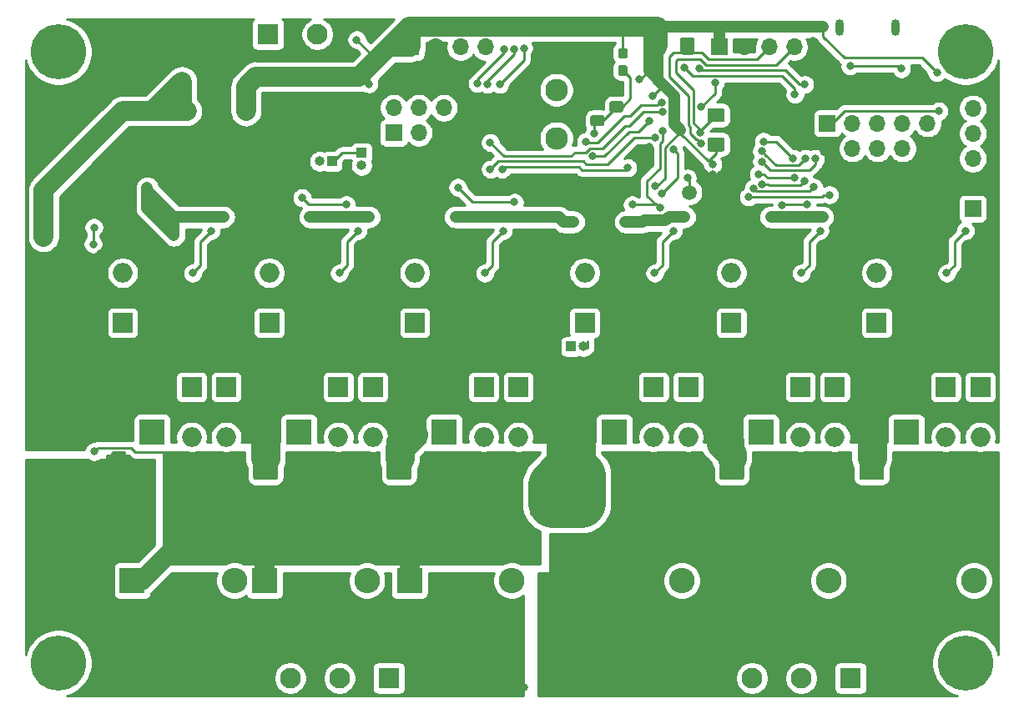
<source format=gbl>
%TF.GenerationSoftware,KiCad,Pcbnew,5.1.5+dfsg1-2build2*%
%TF.CreationDate,2021-12-29T18:24:04+01:00*%
%TF.ProjectId,motorDriver,6d6f746f-7244-4726-9976-65722e6b6963,rev?*%
%TF.SameCoordinates,Original*%
%TF.FileFunction,Copper,L2,Bot*%
%TF.FilePolarity,Positive*%
%FSLAX46Y46*%
G04 Gerber Fmt 4.6, Leading zero omitted, Abs format (unit mm)*
G04 Created by KiCad (PCBNEW 5.1.5+dfsg1-2build2) date 2021-12-29 18:24:04*
%MOMM*%
%LPD*%
G04 APERTURE LIST*
%TA.AperFunction,ComponentPad*%
%ADD10O,2.600000X2.600000*%
%TD*%
%TA.AperFunction,ComponentPad*%
%ADD11R,2.600000X2.600000*%
%TD*%
%TA.AperFunction,BGAPad,CuDef*%
%ADD12C,1.500000*%
%TD*%
%TA.AperFunction,ComponentPad*%
%ADD13C,2.100000*%
%TD*%
%TA.AperFunction,ComponentPad*%
%ADD14R,2.100000X2.100000*%
%TD*%
%TA.AperFunction,SMDPad,CuDef*%
%ADD15C,0.100000*%
%TD*%
%TA.AperFunction,ComponentPad*%
%ADD16C,5.600000*%
%TD*%
%TA.AperFunction,ComponentPad*%
%ADD17O,2.000000X2.000000*%
%TD*%
%TA.AperFunction,ComponentPad*%
%ADD18R,2.000000X2.000000*%
%TD*%
%TA.AperFunction,ComponentPad*%
%ADD19O,1.700000X1.700000*%
%TD*%
%TA.AperFunction,ComponentPad*%
%ADD20R,1.700000X1.700000*%
%TD*%
%TA.AperFunction,ComponentPad*%
%ADD21C,2.300000*%
%TD*%
%TA.AperFunction,ComponentPad*%
%ADD22C,0.700000*%
%TD*%
%TA.AperFunction,ComponentPad*%
%ADD23C,4.400000*%
%TD*%
%TA.AperFunction,ComponentPad*%
%ADD24O,1.000000X1.000000*%
%TD*%
%TA.AperFunction,ComponentPad*%
%ADD25R,1.000000X1.000000*%
%TD*%
%TA.AperFunction,ComponentPad*%
%ADD26O,0.850000X1.700000*%
%TD*%
%TA.AperFunction,ViaPad*%
%ADD27C,0.800000*%
%TD*%
%TA.AperFunction,Conductor*%
%ADD28C,5.000000*%
%TD*%
%TA.AperFunction,Conductor*%
%ADD29C,0.250000*%
%TD*%
%TA.AperFunction,Conductor*%
%ADD30C,3.000000*%
%TD*%
%TA.AperFunction,Conductor*%
%ADD31C,2.000000*%
%TD*%
%TA.AperFunction,Conductor*%
%ADD32C,1.200000*%
%TD*%
%TA.AperFunction,Conductor*%
%ADD33C,0.254000*%
%TD*%
G04 APERTURE END LIST*
D10*
%TO.P,D34,2*%
%TO.N,GND*%
X180000200Y-77228400D03*
D11*
%TO.P,D34,1*%
%TO.N,/Motor2_Output_Power_Stage_C/MOTOR_OUT_PHASE_X*%
X180000200Y-87603400D03*
%TD*%
D10*
%TO.P,D33,2*%
%TO.N,/Motor2_Output_Power_Stage_C/MOTOR_OUT_PHASE_X*%
X186875000Y-102650000D03*
D11*
%TO.P,D33,1*%
%TO.N,MOTOR2_V_IN*%
X176500000Y-102650000D03*
%TD*%
D10*
%TO.P,D29,2*%
%TO.N,GND*%
X165250200Y-77228400D03*
D11*
%TO.P,D29,1*%
%TO.N,/Motor2_Output_Power_Stage_B/MOTOR_OUT_PHASE_X*%
X165250200Y-87603400D03*
%TD*%
D10*
%TO.P,D28,2*%
%TO.N,/Motor2_Output_Power_Stage_B/MOTOR_OUT_PHASE_X*%
X172100000Y-102650000D03*
D11*
%TO.P,D28,1*%
%TO.N,MOTOR2_V_IN*%
X161725000Y-102650000D03*
%TD*%
D10*
%TO.P,D24,2*%
%TO.N,GND*%
X150370200Y-77228400D03*
D11*
%TO.P,D24,1*%
%TO.N,/Motor2_Output_Power_Stage_A/MOTOR_OUT_PHASE_X*%
X150370200Y-87603400D03*
%TD*%
D10*
%TO.P,D23,2*%
%TO.N,/Motor2_Output_Power_Stage_A/MOTOR_OUT_PHASE_X*%
X157225000Y-102650000D03*
D11*
%TO.P,D23,1*%
%TO.N,MOTOR2_V_IN*%
X146850000Y-102650000D03*
%TD*%
D10*
%TO.P,D19,2*%
%TO.N,GND*%
X133130000Y-77225000D03*
D11*
%TO.P,D19,1*%
%TO.N,/Motor1_Output_Power_Stage_C/MOTOR_OUT_PHASE_X*%
X133130000Y-87600000D03*
%TD*%
D10*
%TO.P,D18,2*%
%TO.N,/Motor1_Output_Power_Stage_C/MOTOR_OUT_PHASE_X*%
X139975000Y-102650000D03*
D11*
%TO.P,D18,1*%
%TO.N,MOTOR1_V_IN*%
X129600000Y-102650000D03*
%TD*%
D10*
%TO.P,D14,2*%
%TO.N,GND*%
X118380000Y-77225000D03*
D11*
%TO.P,D14,1*%
%TO.N,/Motor1_Output_Power_Stage_B/MOTOR_OUT_PHASE_X*%
X118380000Y-87600000D03*
%TD*%
D10*
%TO.P,D13,2*%
%TO.N,/Motor1_Output_Power_Stage_B/MOTOR_OUT_PHASE_X*%
X125275000Y-102650000D03*
D11*
%TO.P,D13,1*%
%TO.N,MOTOR1_V_IN*%
X114900000Y-102650000D03*
%TD*%
D10*
%TO.P,D9,2*%
%TO.N,GND*%
X103500000Y-77225000D03*
D11*
%TO.P,D9,1*%
%TO.N,/Motor1_Output_Power_Stage_A/MOTOR_OUT_PHASE_X*%
X103500000Y-87600000D03*
%TD*%
D10*
%TO.P,D8,2*%
%TO.N,/Motor1_Output_Power_Stage_A/MOTOR_OUT_PHASE_X*%
X111850000Y-102650000D03*
D11*
%TO.P,D8,1*%
%TO.N,MOTOR1_V_IN*%
X101475000Y-102650000D03*
%TD*%
D12*
%TO.P,J8,1*%
%TO.N,GPIO_PB0*%
X158000000Y-63250000D03*
%TD*%
D13*
%TO.P,J2,2*%
%TO.N,CAN_+*%
X120250000Y-47200000D03*
D14*
%TO.P,J2,1*%
%TO.N,CAN_-*%
X115250000Y-47200000D03*
%TD*%
%TA.AperFunction,SMDPad,CuDef*%
D15*
%TO.P,C32,2*%
%TO.N,GND*%
G36*
X116024504Y-88051204D02*
G01*
X116048773Y-88054804D01*
X116072571Y-88060765D01*
X116095671Y-88069030D01*
X116117849Y-88079520D01*
X116138893Y-88092133D01*
X116158598Y-88106747D01*
X116176777Y-88123223D01*
X116193253Y-88141402D01*
X116207867Y-88161107D01*
X116220480Y-88182151D01*
X116230970Y-88204329D01*
X116239235Y-88227429D01*
X116245196Y-88251227D01*
X116248796Y-88275496D01*
X116250000Y-88300000D01*
X116250000Y-92200000D01*
X116248796Y-92224504D01*
X116245196Y-92248773D01*
X116239235Y-92272571D01*
X116230970Y-92295671D01*
X116220480Y-92317849D01*
X116207867Y-92338893D01*
X116193253Y-92358598D01*
X116176777Y-92376777D01*
X116158598Y-92393253D01*
X116138893Y-92407867D01*
X116117849Y-92420480D01*
X116095671Y-92430970D01*
X116072571Y-92439235D01*
X116048773Y-92445196D01*
X116024504Y-92448796D01*
X116000000Y-92450000D01*
X114000000Y-92450000D01*
X113975496Y-92448796D01*
X113951227Y-92445196D01*
X113927429Y-92439235D01*
X113904329Y-92430970D01*
X113882151Y-92420480D01*
X113861107Y-92407867D01*
X113841402Y-92393253D01*
X113823223Y-92376777D01*
X113806747Y-92358598D01*
X113792133Y-92338893D01*
X113779520Y-92317849D01*
X113769030Y-92295671D01*
X113760765Y-92272571D01*
X113754804Y-92248773D01*
X113751204Y-92224504D01*
X113750000Y-92200000D01*
X113750000Y-88300000D01*
X113751204Y-88275496D01*
X113754804Y-88251227D01*
X113760765Y-88227429D01*
X113769030Y-88204329D01*
X113779520Y-88182151D01*
X113792133Y-88161107D01*
X113806747Y-88141402D01*
X113823223Y-88123223D01*
X113841402Y-88106747D01*
X113861107Y-88092133D01*
X113882151Y-88079520D01*
X113904329Y-88069030D01*
X113927429Y-88060765D01*
X113951227Y-88054804D01*
X113975496Y-88051204D01*
X114000000Y-88050000D01*
X116000000Y-88050000D01*
X116024504Y-88051204D01*
G37*
%TD.AperFunction*%
%TA.AperFunction,SMDPad,CuDef*%
%TO.P,C32,1*%
%TO.N,MOTOR1_V_IN*%
G36*
X116024504Y-96451204D02*
G01*
X116048773Y-96454804D01*
X116072571Y-96460765D01*
X116095671Y-96469030D01*
X116117849Y-96479520D01*
X116138893Y-96492133D01*
X116158598Y-96506747D01*
X116176777Y-96523223D01*
X116193253Y-96541402D01*
X116207867Y-96561107D01*
X116220480Y-96582151D01*
X116230970Y-96604329D01*
X116239235Y-96627429D01*
X116245196Y-96651227D01*
X116248796Y-96675496D01*
X116250000Y-96700000D01*
X116250000Y-100600000D01*
X116248796Y-100624504D01*
X116245196Y-100648773D01*
X116239235Y-100672571D01*
X116230970Y-100695671D01*
X116220480Y-100717849D01*
X116207867Y-100738893D01*
X116193253Y-100758598D01*
X116176777Y-100776777D01*
X116158598Y-100793253D01*
X116138893Y-100807867D01*
X116117849Y-100820480D01*
X116095671Y-100830970D01*
X116072571Y-100839235D01*
X116048773Y-100845196D01*
X116024504Y-100848796D01*
X116000000Y-100850000D01*
X114000000Y-100850000D01*
X113975496Y-100848796D01*
X113951227Y-100845196D01*
X113927429Y-100839235D01*
X113904329Y-100830970D01*
X113882151Y-100820480D01*
X113861107Y-100807867D01*
X113841402Y-100793253D01*
X113823223Y-100776777D01*
X113806747Y-100758598D01*
X113792133Y-100738893D01*
X113779520Y-100717849D01*
X113769030Y-100695671D01*
X113760765Y-100672571D01*
X113754804Y-100648773D01*
X113751204Y-100624504D01*
X113750000Y-100600000D01*
X113750000Y-96700000D01*
X113751204Y-96675496D01*
X113754804Y-96651227D01*
X113760765Y-96627429D01*
X113769030Y-96604329D01*
X113779520Y-96582151D01*
X113792133Y-96561107D01*
X113806747Y-96541402D01*
X113823223Y-96523223D01*
X113841402Y-96506747D01*
X113861107Y-96492133D01*
X113882151Y-96479520D01*
X113904329Y-96469030D01*
X113927429Y-96460765D01*
X113951227Y-96454804D01*
X113975496Y-96451204D01*
X114000000Y-96450000D01*
X116000000Y-96450000D01*
X116024504Y-96451204D01*
G37*
%TD.AperFunction*%
%TD*%
%TA.AperFunction,SMDPad,CuDef*%
%TO.P,L1,2*%
%TO.N,+3V3*%
G36*
X151510779Y-48601144D02*
G01*
X151533834Y-48604563D01*
X151556443Y-48610227D01*
X151578387Y-48618079D01*
X151599457Y-48628044D01*
X151619448Y-48640026D01*
X151638168Y-48653910D01*
X151655438Y-48669562D01*
X151671090Y-48686832D01*
X151684974Y-48705552D01*
X151696956Y-48725543D01*
X151706921Y-48746613D01*
X151714773Y-48768557D01*
X151720437Y-48791166D01*
X151723856Y-48814221D01*
X151725000Y-48837500D01*
X151725000Y-49412500D01*
X151723856Y-49435779D01*
X151720437Y-49458834D01*
X151714773Y-49481443D01*
X151706921Y-49503387D01*
X151696956Y-49524457D01*
X151684974Y-49544448D01*
X151671090Y-49563168D01*
X151655438Y-49580438D01*
X151638168Y-49596090D01*
X151619448Y-49609974D01*
X151599457Y-49621956D01*
X151578387Y-49631921D01*
X151556443Y-49639773D01*
X151533834Y-49645437D01*
X151510779Y-49648856D01*
X151487500Y-49650000D01*
X151012500Y-49650000D01*
X150989221Y-49648856D01*
X150966166Y-49645437D01*
X150943557Y-49639773D01*
X150921613Y-49631921D01*
X150900543Y-49621956D01*
X150880552Y-49609974D01*
X150861832Y-49596090D01*
X150844562Y-49580438D01*
X150828910Y-49563168D01*
X150815026Y-49544448D01*
X150803044Y-49524457D01*
X150793079Y-49503387D01*
X150785227Y-49481443D01*
X150779563Y-49458834D01*
X150776144Y-49435779D01*
X150775000Y-49412500D01*
X150775000Y-48837500D01*
X150776144Y-48814221D01*
X150779563Y-48791166D01*
X150785227Y-48768557D01*
X150793079Y-48746613D01*
X150803044Y-48725543D01*
X150815026Y-48705552D01*
X150828910Y-48686832D01*
X150844562Y-48669562D01*
X150861832Y-48653910D01*
X150880552Y-48640026D01*
X150900543Y-48628044D01*
X150921613Y-48618079D01*
X150943557Y-48610227D01*
X150966166Y-48604563D01*
X150989221Y-48601144D01*
X151012500Y-48600000D01*
X151487500Y-48600000D01*
X151510779Y-48601144D01*
G37*
%TD.AperFunction*%
%TA.AperFunction,SMDPad,CuDef*%
%TO.P,L1,1*%
%TO.N,VDDA*%
G36*
X151510779Y-50351144D02*
G01*
X151533834Y-50354563D01*
X151556443Y-50360227D01*
X151578387Y-50368079D01*
X151599457Y-50378044D01*
X151619448Y-50390026D01*
X151638168Y-50403910D01*
X151655438Y-50419562D01*
X151671090Y-50436832D01*
X151684974Y-50455552D01*
X151696956Y-50475543D01*
X151706921Y-50496613D01*
X151714773Y-50518557D01*
X151720437Y-50541166D01*
X151723856Y-50564221D01*
X151725000Y-50587500D01*
X151725000Y-51162500D01*
X151723856Y-51185779D01*
X151720437Y-51208834D01*
X151714773Y-51231443D01*
X151706921Y-51253387D01*
X151696956Y-51274457D01*
X151684974Y-51294448D01*
X151671090Y-51313168D01*
X151655438Y-51330438D01*
X151638168Y-51346090D01*
X151619448Y-51359974D01*
X151599457Y-51371956D01*
X151578387Y-51381921D01*
X151556443Y-51389773D01*
X151533834Y-51395437D01*
X151510779Y-51398856D01*
X151487500Y-51400000D01*
X151012500Y-51400000D01*
X150989221Y-51398856D01*
X150966166Y-51395437D01*
X150943557Y-51389773D01*
X150921613Y-51381921D01*
X150900543Y-51371956D01*
X150880552Y-51359974D01*
X150861832Y-51346090D01*
X150844562Y-51330438D01*
X150828910Y-51313168D01*
X150815026Y-51294448D01*
X150803044Y-51274457D01*
X150793079Y-51253387D01*
X150785227Y-51231443D01*
X150779563Y-51208834D01*
X150776144Y-51185779D01*
X150775000Y-51162500D01*
X150775000Y-50587500D01*
X150776144Y-50564221D01*
X150779563Y-50541166D01*
X150785227Y-50518557D01*
X150793079Y-50496613D01*
X150803044Y-50475543D01*
X150815026Y-50455552D01*
X150828910Y-50436832D01*
X150844562Y-50419562D01*
X150861832Y-50403910D01*
X150880552Y-50390026D01*
X150900543Y-50378044D01*
X150921613Y-50368079D01*
X150943557Y-50360227D01*
X150966166Y-50354563D01*
X150989221Y-50351144D01*
X151012500Y-50350000D01*
X151487500Y-50350000D01*
X151510779Y-50351144D01*
G37*
%TD.AperFunction*%
%TD*%
%TA.AperFunction,SMDPad,CuDef*%
%TO.P,C38,2*%
%TO.N,GND*%
G36*
X151074505Y-51926204D02*
G01*
X151098773Y-51929804D01*
X151122572Y-51935765D01*
X151145671Y-51944030D01*
X151167850Y-51954520D01*
X151188893Y-51967132D01*
X151208599Y-51981747D01*
X151226777Y-51998223D01*
X151243253Y-52016401D01*
X151257868Y-52036107D01*
X151270480Y-52057150D01*
X151280970Y-52079329D01*
X151289235Y-52102428D01*
X151295196Y-52126227D01*
X151298796Y-52150495D01*
X151300000Y-52174999D01*
X151300000Y-52825001D01*
X151298796Y-52849505D01*
X151295196Y-52873773D01*
X151289235Y-52897572D01*
X151280970Y-52920671D01*
X151270480Y-52942850D01*
X151257868Y-52963893D01*
X151243253Y-52983599D01*
X151226777Y-53001777D01*
X151208599Y-53018253D01*
X151188893Y-53032868D01*
X151167850Y-53045480D01*
X151145671Y-53055970D01*
X151122572Y-53064235D01*
X151098773Y-53070196D01*
X151074505Y-53073796D01*
X151050001Y-53075000D01*
X150149999Y-53075000D01*
X150125495Y-53073796D01*
X150101227Y-53070196D01*
X150077428Y-53064235D01*
X150054329Y-53055970D01*
X150032150Y-53045480D01*
X150011107Y-53032868D01*
X149991401Y-53018253D01*
X149973223Y-53001777D01*
X149956747Y-52983599D01*
X149942132Y-52963893D01*
X149929520Y-52942850D01*
X149919030Y-52920671D01*
X149910765Y-52897572D01*
X149904804Y-52873773D01*
X149901204Y-52849505D01*
X149900000Y-52825001D01*
X149900000Y-52174999D01*
X149901204Y-52150495D01*
X149904804Y-52126227D01*
X149910765Y-52102428D01*
X149919030Y-52079329D01*
X149929520Y-52057150D01*
X149942132Y-52036107D01*
X149956747Y-52016401D01*
X149973223Y-51998223D01*
X149991401Y-51981747D01*
X150011107Y-51967132D01*
X150032150Y-51954520D01*
X150054329Y-51944030D01*
X150077428Y-51935765D01*
X150101227Y-51929804D01*
X150125495Y-51926204D01*
X150149999Y-51925000D01*
X151050001Y-51925000D01*
X151074505Y-51926204D01*
G37*
%TD.AperFunction*%
%TA.AperFunction,SMDPad,CuDef*%
%TO.P,C38,1*%
%TO.N,VDDA*%
G36*
X151074505Y-53976204D02*
G01*
X151098773Y-53979804D01*
X151122572Y-53985765D01*
X151145671Y-53994030D01*
X151167850Y-54004520D01*
X151188893Y-54017132D01*
X151208599Y-54031747D01*
X151226777Y-54048223D01*
X151243253Y-54066401D01*
X151257868Y-54086107D01*
X151270480Y-54107150D01*
X151280970Y-54129329D01*
X151289235Y-54152428D01*
X151295196Y-54176227D01*
X151298796Y-54200495D01*
X151300000Y-54224999D01*
X151300000Y-54875001D01*
X151298796Y-54899505D01*
X151295196Y-54923773D01*
X151289235Y-54947572D01*
X151280970Y-54970671D01*
X151270480Y-54992850D01*
X151257868Y-55013893D01*
X151243253Y-55033599D01*
X151226777Y-55051777D01*
X151208599Y-55068253D01*
X151188893Y-55082868D01*
X151167850Y-55095480D01*
X151145671Y-55105970D01*
X151122572Y-55114235D01*
X151098773Y-55120196D01*
X151074505Y-55123796D01*
X151050001Y-55125000D01*
X150149999Y-55125000D01*
X150125495Y-55123796D01*
X150101227Y-55120196D01*
X150077428Y-55114235D01*
X150054329Y-55105970D01*
X150032150Y-55095480D01*
X150011107Y-55082868D01*
X149991401Y-55068253D01*
X149973223Y-55051777D01*
X149956747Y-55033599D01*
X149942132Y-55013893D01*
X149929520Y-54992850D01*
X149919030Y-54970671D01*
X149910765Y-54947572D01*
X149904804Y-54923773D01*
X149901204Y-54899505D01*
X149900000Y-54875001D01*
X149900000Y-54224999D01*
X149901204Y-54200495D01*
X149904804Y-54176227D01*
X149910765Y-54152428D01*
X149919030Y-54129329D01*
X149929520Y-54107150D01*
X149942132Y-54086107D01*
X149956747Y-54066401D01*
X149973223Y-54048223D01*
X149991401Y-54031747D01*
X150011107Y-54017132D01*
X150032150Y-54004520D01*
X150054329Y-53994030D01*
X150077428Y-53985765D01*
X150101227Y-53979804D01*
X150125495Y-53976204D01*
X150149999Y-53975000D01*
X151050001Y-53975000D01*
X151074505Y-53976204D01*
G37*
%TD.AperFunction*%
%TD*%
%TA.AperFunction,SMDPad,CuDef*%
%TO.P,C2,1*%
%TO.N,VDDA*%
G36*
X149124505Y-55401204D02*
G01*
X149148773Y-55404804D01*
X149172572Y-55410765D01*
X149195671Y-55419030D01*
X149217850Y-55429520D01*
X149238893Y-55442132D01*
X149258599Y-55456747D01*
X149276777Y-55473223D01*
X149293253Y-55491401D01*
X149307868Y-55511107D01*
X149320480Y-55532150D01*
X149330970Y-55554329D01*
X149339235Y-55577428D01*
X149345196Y-55601227D01*
X149348796Y-55625495D01*
X149350000Y-55649999D01*
X149350000Y-56300001D01*
X149348796Y-56324505D01*
X149345196Y-56348773D01*
X149339235Y-56372572D01*
X149330970Y-56395671D01*
X149320480Y-56417850D01*
X149307868Y-56438893D01*
X149293253Y-56458599D01*
X149276777Y-56476777D01*
X149258599Y-56493253D01*
X149238893Y-56507868D01*
X149217850Y-56520480D01*
X149195671Y-56530970D01*
X149172572Y-56539235D01*
X149148773Y-56545196D01*
X149124505Y-56548796D01*
X149100001Y-56550000D01*
X148199999Y-56550000D01*
X148175495Y-56548796D01*
X148151227Y-56545196D01*
X148127428Y-56539235D01*
X148104329Y-56530970D01*
X148082150Y-56520480D01*
X148061107Y-56507868D01*
X148041401Y-56493253D01*
X148023223Y-56476777D01*
X148006747Y-56458599D01*
X147992132Y-56438893D01*
X147979520Y-56417850D01*
X147969030Y-56395671D01*
X147960765Y-56372572D01*
X147954804Y-56348773D01*
X147951204Y-56324505D01*
X147950000Y-56300001D01*
X147950000Y-55649999D01*
X147951204Y-55625495D01*
X147954804Y-55601227D01*
X147960765Y-55577428D01*
X147969030Y-55554329D01*
X147979520Y-55532150D01*
X147992132Y-55511107D01*
X148006747Y-55491401D01*
X148023223Y-55473223D01*
X148041401Y-55456747D01*
X148061107Y-55442132D01*
X148082150Y-55429520D01*
X148104329Y-55419030D01*
X148127428Y-55410765D01*
X148151227Y-55404804D01*
X148175495Y-55401204D01*
X148199999Y-55400000D01*
X149100001Y-55400000D01*
X149124505Y-55401204D01*
G37*
%TD.AperFunction*%
%TA.AperFunction,SMDPad,CuDef*%
%TO.P,C2,2*%
%TO.N,GND*%
G36*
X149124505Y-53351204D02*
G01*
X149148773Y-53354804D01*
X149172572Y-53360765D01*
X149195671Y-53369030D01*
X149217850Y-53379520D01*
X149238893Y-53392132D01*
X149258599Y-53406747D01*
X149276777Y-53423223D01*
X149293253Y-53441401D01*
X149307868Y-53461107D01*
X149320480Y-53482150D01*
X149330970Y-53504329D01*
X149339235Y-53527428D01*
X149345196Y-53551227D01*
X149348796Y-53575495D01*
X149350000Y-53599999D01*
X149350000Y-54250001D01*
X149348796Y-54274505D01*
X149345196Y-54298773D01*
X149339235Y-54322572D01*
X149330970Y-54345671D01*
X149320480Y-54367850D01*
X149307868Y-54388893D01*
X149293253Y-54408599D01*
X149276777Y-54426777D01*
X149258599Y-54443253D01*
X149238893Y-54457868D01*
X149217850Y-54470480D01*
X149195671Y-54480970D01*
X149172572Y-54489235D01*
X149148773Y-54495196D01*
X149124505Y-54498796D01*
X149100001Y-54500000D01*
X148199999Y-54500000D01*
X148175495Y-54498796D01*
X148151227Y-54495196D01*
X148127428Y-54489235D01*
X148104329Y-54480970D01*
X148082150Y-54470480D01*
X148061107Y-54457868D01*
X148041401Y-54443253D01*
X148023223Y-54426777D01*
X148006747Y-54408599D01*
X147992132Y-54388893D01*
X147979520Y-54367850D01*
X147969030Y-54345671D01*
X147960765Y-54322572D01*
X147954804Y-54298773D01*
X147951204Y-54274505D01*
X147950000Y-54250001D01*
X147950000Y-53599999D01*
X147951204Y-53575495D01*
X147954804Y-53551227D01*
X147960765Y-53527428D01*
X147969030Y-53504329D01*
X147979520Y-53482150D01*
X147992132Y-53461107D01*
X148006747Y-53441401D01*
X148023223Y-53423223D01*
X148041401Y-53406747D01*
X148061107Y-53392132D01*
X148082150Y-53379520D01*
X148104329Y-53369030D01*
X148127428Y-53360765D01*
X148151227Y-53354804D01*
X148175495Y-53351204D01*
X148199999Y-53350000D01*
X149100001Y-53350000D01*
X149124505Y-53351204D01*
G37*
%TD.AperFunction*%
%TD*%
D16*
%TO.P,H2,1*%
%TO.N,N/C*%
X186000000Y-49000000D03*
%TD*%
%TO.P,H3,1*%
%TO.N,N/C*%
X186000000Y-111000000D03*
%TD*%
%TO.P,H4,1*%
%TO.N,N/C*%
X94000000Y-111000000D03*
%TD*%
%TO.P,H1,1*%
%TO.N,N/C*%
X94000000Y-49000000D03*
%TD*%
D17*
%TO.P,D5,2*%
%TO.N,V_DRIVERS*%
X100500000Y-71420000D03*
D18*
%TO.P,D5,1*%
%TO.N,Net-(C16-Pad1)*%
X100500000Y-76500000D03*
%TD*%
D17*
%TO.P,D6,2*%
%TO.N,Net-(D6-Pad2)*%
X111000000Y-88080000D03*
D18*
%TO.P,D6,1*%
%TO.N,Net-(D6-Pad1)*%
X111000000Y-83000000D03*
%TD*%
D17*
%TO.P,D7,2*%
%TO.N,Net-(D7-Pad2)*%
X107500000Y-88080000D03*
D18*
%TO.P,D7,1*%
%TO.N,Net-(D7-Pad1)*%
X107500000Y-83000000D03*
%TD*%
D17*
%TO.P,D10,2*%
%TO.N,V_DRIVERS*%
X115380000Y-71420000D03*
D18*
%TO.P,D10,1*%
%TO.N,Net-(C19-Pad1)*%
X115380000Y-76500000D03*
%TD*%
D17*
%TO.P,D11,2*%
%TO.N,Net-(D11-Pad2)*%
X125880000Y-88080000D03*
D18*
%TO.P,D11,1*%
%TO.N,Net-(D11-Pad1)*%
X125880000Y-83000000D03*
%TD*%
D17*
%TO.P,D12,2*%
%TO.N,Net-(D12-Pad2)*%
X122380000Y-88080000D03*
D18*
%TO.P,D12,1*%
%TO.N,Net-(D12-Pad1)*%
X122380000Y-83000000D03*
%TD*%
D17*
%TO.P,D15,2*%
%TO.N,V_DRIVERS*%
X130130000Y-71420000D03*
D18*
%TO.P,D15,1*%
%TO.N,Net-(C22-Pad1)*%
X130130000Y-76500000D03*
%TD*%
D17*
%TO.P,D16,2*%
%TO.N,Net-(D16-Pad2)*%
X140630000Y-88080000D03*
D18*
%TO.P,D16,1*%
%TO.N,Net-(D16-Pad1)*%
X140630000Y-83000000D03*
%TD*%
D17*
%TO.P,D17,2*%
%TO.N,Net-(D17-Pad2)*%
X137130000Y-88080000D03*
D18*
%TO.P,D17,1*%
%TO.N,Net-(D17-Pad1)*%
X137130000Y-83000000D03*
%TD*%
D19*
%TO.P,J4,4*%
%TO.N,I2C1_SCL*%
X137330000Y-48500000D03*
%TO.P,J4,3*%
%TO.N,I2C1_SDA*%
X134790000Y-48500000D03*
%TO.P,J4,2*%
%TO.N,GND*%
X132250000Y-48500000D03*
D20*
%TO.P,J4,1*%
%TO.N,+3V3*%
X129710000Y-48500000D03*
%TD*%
D19*
%TO.P,J5,4*%
%TO.N,I2C2_SCL*%
X168620000Y-48500000D03*
%TO.P,J5,3*%
%TO.N,I2C2_SDA*%
X166080000Y-48500000D03*
%TO.P,J5,2*%
%TO.N,GND*%
X163540000Y-48500000D03*
D20*
%TO.P,J5,1*%
%TO.N,+3V3*%
X161000000Y-48500000D03*
%TD*%
D19*
%TO.P,J9,5*%
%TO.N,SPI1_MOSI*%
X186750000Y-54740000D03*
%TO.P,J9,4*%
%TO.N,SPI1_MISO*%
X186750000Y-57280000D03*
%TO.P,J9,3*%
%TO.N,SPI1_SCK*%
X186750000Y-59820000D03*
%TO.P,J9,2*%
%TO.N,GND*%
X186750000Y-62360000D03*
D20*
%TO.P,J9,1*%
%TO.N,+3V3*%
X186750000Y-64900000D03*
%TD*%
%TA.AperFunction,SMDPad,CuDef*%
D15*
%TO.P,R3,2*%
%TO.N,I2C2_SDA*%
G36*
X158274504Y-47526204D02*
G01*
X158298773Y-47529804D01*
X158322571Y-47535765D01*
X158345671Y-47544030D01*
X158367849Y-47554520D01*
X158388893Y-47567133D01*
X158408598Y-47581747D01*
X158426777Y-47598223D01*
X158443253Y-47616402D01*
X158457867Y-47636107D01*
X158470480Y-47657151D01*
X158480970Y-47679329D01*
X158489235Y-47702429D01*
X158495196Y-47726227D01*
X158498796Y-47750496D01*
X158500000Y-47775000D01*
X158500000Y-49025000D01*
X158498796Y-49049504D01*
X158495196Y-49073773D01*
X158489235Y-49097571D01*
X158480970Y-49120671D01*
X158470480Y-49142849D01*
X158457867Y-49163893D01*
X158443253Y-49183598D01*
X158426777Y-49201777D01*
X158408598Y-49218253D01*
X158388893Y-49232867D01*
X158367849Y-49245480D01*
X158345671Y-49255970D01*
X158322571Y-49264235D01*
X158298773Y-49270196D01*
X158274504Y-49273796D01*
X158250000Y-49275000D01*
X157325000Y-49275000D01*
X157300496Y-49273796D01*
X157276227Y-49270196D01*
X157252429Y-49264235D01*
X157229329Y-49255970D01*
X157207151Y-49245480D01*
X157186107Y-49232867D01*
X157166402Y-49218253D01*
X157148223Y-49201777D01*
X157131747Y-49183598D01*
X157117133Y-49163893D01*
X157104520Y-49142849D01*
X157094030Y-49120671D01*
X157085765Y-49097571D01*
X157079804Y-49073773D01*
X157076204Y-49049504D01*
X157075000Y-49025000D01*
X157075000Y-47775000D01*
X157076204Y-47750496D01*
X157079804Y-47726227D01*
X157085765Y-47702429D01*
X157094030Y-47679329D01*
X157104520Y-47657151D01*
X157117133Y-47636107D01*
X157131747Y-47616402D01*
X157148223Y-47598223D01*
X157166402Y-47581747D01*
X157186107Y-47567133D01*
X157207151Y-47554520D01*
X157229329Y-47544030D01*
X157252429Y-47535765D01*
X157276227Y-47529804D01*
X157300496Y-47526204D01*
X157325000Y-47525000D01*
X158250000Y-47525000D01*
X158274504Y-47526204D01*
G37*
%TD.AperFunction*%
%TA.AperFunction,SMDPad,CuDef*%
%TO.P,R3,1*%
%TO.N,+3V3*%
G36*
X155299504Y-47526204D02*
G01*
X155323773Y-47529804D01*
X155347571Y-47535765D01*
X155370671Y-47544030D01*
X155392849Y-47554520D01*
X155413893Y-47567133D01*
X155433598Y-47581747D01*
X155451777Y-47598223D01*
X155468253Y-47616402D01*
X155482867Y-47636107D01*
X155495480Y-47657151D01*
X155505970Y-47679329D01*
X155514235Y-47702429D01*
X155520196Y-47726227D01*
X155523796Y-47750496D01*
X155525000Y-47775000D01*
X155525000Y-49025000D01*
X155523796Y-49049504D01*
X155520196Y-49073773D01*
X155514235Y-49097571D01*
X155505970Y-49120671D01*
X155495480Y-49142849D01*
X155482867Y-49163893D01*
X155468253Y-49183598D01*
X155451777Y-49201777D01*
X155433598Y-49218253D01*
X155413893Y-49232867D01*
X155392849Y-49245480D01*
X155370671Y-49255970D01*
X155347571Y-49264235D01*
X155323773Y-49270196D01*
X155299504Y-49273796D01*
X155275000Y-49275000D01*
X154350000Y-49275000D01*
X154325496Y-49273796D01*
X154301227Y-49270196D01*
X154277429Y-49264235D01*
X154254329Y-49255970D01*
X154232151Y-49245480D01*
X154211107Y-49232867D01*
X154191402Y-49218253D01*
X154173223Y-49201777D01*
X154156747Y-49183598D01*
X154142133Y-49163893D01*
X154129520Y-49142849D01*
X154119030Y-49120671D01*
X154110765Y-49097571D01*
X154104804Y-49073773D01*
X154101204Y-49049504D01*
X154100000Y-49025000D01*
X154100000Y-47775000D01*
X154101204Y-47750496D01*
X154104804Y-47726227D01*
X154110765Y-47702429D01*
X154119030Y-47679329D01*
X154129520Y-47657151D01*
X154142133Y-47636107D01*
X154156747Y-47616402D01*
X154173223Y-47598223D01*
X154191402Y-47581747D01*
X154211107Y-47567133D01*
X154232151Y-47554520D01*
X154254329Y-47544030D01*
X154277429Y-47535765D01*
X154301227Y-47529804D01*
X154325496Y-47526204D01*
X154350000Y-47525000D01*
X155275000Y-47525000D01*
X155299504Y-47526204D01*
G37*
%TD.AperFunction*%
%TD*%
%TA.AperFunction,SMDPad,CuDef*%
%TO.P,R6,2*%
%TO.N,I2C2_SCL*%
G36*
X161349504Y-54701204D02*
G01*
X161373773Y-54704804D01*
X161397571Y-54710765D01*
X161420671Y-54719030D01*
X161442849Y-54729520D01*
X161463893Y-54742133D01*
X161483598Y-54756747D01*
X161501777Y-54773223D01*
X161518253Y-54791402D01*
X161532867Y-54811107D01*
X161545480Y-54832151D01*
X161555970Y-54854329D01*
X161564235Y-54877429D01*
X161570196Y-54901227D01*
X161573796Y-54925496D01*
X161575000Y-54950000D01*
X161575000Y-55875000D01*
X161573796Y-55899504D01*
X161570196Y-55923773D01*
X161564235Y-55947571D01*
X161555970Y-55970671D01*
X161545480Y-55992849D01*
X161532867Y-56013893D01*
X161518253Y-56033598D01*
X161501777Y-56051777D01*
X161483598Y-56068253D01*
X161463893Y-56082867D01*
X161442849Y-56095480D01*
X161420671Y-56105970D01*
X161397571Y-56114235D01*
X161373773Y-56120196D01*
X161349504Y-56123796D01*
X161325000Y-56125000D01*
X160075000Y-56125000D01*
X160050496Y-56123796D01*
X160026227Y-56120196D01*
X160002429Y-56114235D01*
X159979329Y-56105970D01*
X159957151Y-56095480D01*
X159936107Y-56082867D01*
X159916402Y-56068253D01*
X159898223Y-56051777D01*
X159881747Y-56033598D01*
X159867133Y-56013893D01*
X159854520Y-55992849D01*
X159844030Y-55970671D01*
X159835765Y-55947571D01*
X159829804Y-55923773D01*
X159826204Y-55899504D01*
X159825000Y-55875000D01*
X159825000Y-54950000D01*
X159826204Y-54925496D01*
X159829804Y-54901227D01*
X159835765Y-54877429D01*
X159844030Y-54854329D01*
X159854520Y-54832151D01*
X159867133Y-54811107D01*
X159881747Y-54791402D01*
X159898223Y-54773223D01*
X159916402Y-54756747D01*
X159936107Y-54742133D01*
X159957151Y-54729520D01*
X159979329Y-54719030D01*
X160002429Y-54710765D01*
X160026227Y-54704804D01*
X160050496Y-54701204D01*
X160075000Y-54700000D01*
X161325000Y-54700000D01*
X161349504Y-54701204D01*
G37*
%TD.AperFunction*%
%TA.AperFunction,SMDPad,CuDef*%
%TO.P,R6,1*%
%TO.N,+3V3*%
G36*
X161349504Y-57676204D02*
G01*
X161373773Y-57679804D01*
X161397571Y-57685765D01*
X161420671Y-57694030D01*
X161442849Y-57704520D01*
X161463893Y-57717133D01*
X161483598Y-57731747D01*
X161501777Y-57748223D01*
X161518253Y-57766402D01*
X161532867Y-57786107D01*
X161545480Y-57807151D01*
X161555970Y-57829329D01*
X161564235Y-57852429D01*
X161570196Y-57876227D01*
X161573796Y-57900496D01*
X161575000Y-57925000D01*
X161575000Y-58850000D01*
X161573796Y-58874504D01*
X161570196Y-58898773D01*
X161564235Y-58922571D01*
X161555970Y-58945671D01*
X161545480Y-58967849D01*
X161532867Y-58988893D01*
X161518253Y-59008598D01*
X161501777Y-59026777D01*
X161483598Y-59043253D01*
X161463893Y-59057867D01*
X161442849Y-59070480D01*
X161420671Y-59080970D01*
X161397571Y-59089235D01*
X161373773Y-59095196D01*
X161349504Y-59098796D01*
X161325000Y-59100000D01*
X160075000Y-59100000D01*
X160050496Y-59098796D01*
X160026227Y-59095196D01*
X160002429Y-59089235D01*
X159979329Y-59080970D01*
X159957151Y-59070480D01*
X159936107Y-59057867D01*
X159916402Y-59043253D01*
X159898223Y-59026777D01*
X159881747Y-59008598D01*
X159867133Y-58988893D01*
X159854520Y-58967849D01*
X159844030Y-58945671D01*
X159835765Y-58922571D01*
X159829804Y-58898773D01*
X159826204Y-58874504D01*
X159825000Y-58850000D01*
X159825000Y-57925000D01*
X159826204Y-57900496D01*
X159829804Y-57876227D01*
X159835765Y-57852429D01*
X159844030Y-57829329D01*
X159854520Y-57807151D01*
X159867133Y-57786107D01*
X159881747Y-57766402D01*
X159898223Y-57748223D01*
X159916402Y-57731747D01*
X159936107Y-57717133D01*
X159957151Y-57704520D01*
X159979329Y-57694030D01*
X160002429Y-57685765D01*
X160026227Y-57679804D01*
X160050496Y-57676204D01*
X160075000Y-57675000D01*
X161325000Y-57675000D01*
X161349504Y-57676204D01*
G37*
%TD.AperFunction*%
%TD*%
D21*
%TO.P,Y1,2*%
%TO.N,HSC_IN*%
X144500000Y-52850000D03*
%TO.P,Y1,1*%
%TO.N,HSC_OUT*%
X144500000Y-57750000D03*
%TD*%
D22*
%TO.P,J3,2*%
%TO.N,GND*%
X94250000Y-83100000D03*
X95416726Y-83583274D03*
D23*
X94250000Y-84750000D03*
D22*
X92600000Y-84750000D03*
X93083274Y-83583274D03*
X95416726Y-85916726D03*
X95900000Y-84750000D03*
%TO.P,J3,1*%
%TO.N,V_MOTOR_IN*%
X94250000Y-96900000D03*
X95416726Y-94083274D03*
D23*
X94250000Y-95250000D03*
D22*
X93083274Y-96416726D03*
X92600000Y-95250000D03*
X95416726Y-96416726D03*
X95900000Y-95250000D03*
D13*
%TO.P,J3,2*%
%TO.N,GND*%
X93500000Y-87500000D03*
D14*
%TO.P,J3,1*%
%TO.N,V_MOTOR_IN*%
X93500000Y-92500000D03*
%TD*%
D13*
%TO.P,J12,3*%
%TO.N,/Motor1_Output_Power_Stage_A/MOTOR_OUT_PHASE_X*%
X117500000Y-112550000D03*
D14*
%TO.P,J12,1*%
%TO.N,/Motor1_Output_Power_Stage_C/MOTOR_OUT_PHASE_X*%
X127500000Y-112550000D03*
D13*
%TO.P,J12,2*%
%TO.N,/Motor1_Output_Power_Stage_B/MOTOR_OUT_PHASE_X*%
X122500000Y-112550000D03*
%TD*%
%TA.AperFunction,SMDPad,CuDef*%
D15*
%TO.P,R13,2*%
%TO.N,V_MOTOR_IN*%
G36*
X100649505Y-93426204D02*
G01*
X100673773Y-93429804D01*
X100697572Y-93435765D01*
X100720671Y-93444030D01*
X100742850Y-93454520D01*
X100763893Y-93467132D01*
X100783599Y-93481747D01*
X100801777Y-93498223D01*
X100818253Y-93516401D01*
X100832868Y-93536107D01*
X100845480Y-93557150D01*
X100855970Y-93579329D01*
X100864235Y-93602428D01*
X100870196Y-93626227D01*
X100873796Y-93650495D01*
X100875000Y-93674999D01*
X100875000Y-96525001D01*
X100873796Y-96549505D01*
X100870196Y-96573773D01*
X100864235Y-96597572D01*
X100855970Y-96620671D01*
X100845480Y-96642850D01*
X100832868Y-96663893D01*
X100818253Y-96683599D01*
X100801777Y-96701777D01*
X100783599Y-96718253D01*
X100763893Y-96732868D01*
X100742850Y-96745480D01*
X100720671Y-96755970D01*
X100697572Y-96764235D01*
X100673773Y-96770196D01*
X100649505Y-96773796D01*
X100625001Y-96775000D01*
X99599999Y-96775000D01*
X99575495Y-96773796D01*
X99551227Y-96770196D01*
X99527428Y-96764235D01*
X99504329Y-96755970D01*
X99482150Y-96745480D01*
X99461107Y-96732868D01*
X99441401Y-96718253D01*
X99423223Y-96701777D01*
X99406747Y-96683599D01*
X99392132Y-96663893D01*
X99379520Y-96642850D01*
X99369030Y-96620671D01*
X99360765Y-96597572D01*
X99354804Y-96573773D01*
X99351204Y-96549505D01*
X99350000Y-96525001D01*
X99350000Y-93674999D01*
X99351204Y-93650495D01*
X99354804Y-93626227D01*
X99360765Y-93602428D01*
X99369030Y-93579329D01*
X99379520Y-93557150D01*
X99392132Y-93536107D01*
X99406747Y-93516401D01*
X99423223Y-93498223D01*
X99441401Y-93481747D01*
X99461107Y-93467132D01*
X99482150Y-93454520D01*
X99504329Y-93444030D01*
X99527428Y-93435765D01*
X99551227Y-93429804D01*
X99575495Y-93426204D01*
X99599999Y-93425000D01*
X100625001Y-93425000D01*
X100649505Y-93426204D01*
G37*
%TD.AperFunction*%
%TA.AperFunction,SMDPad,CuDef*%
%TO.P,R13,1*%
%TO.N,MOTOR1_V_IN*%
G36*
X106624505Y-93426204D02*
G01*
X106648773Y-93429804D01*
X106672572Y-93435765D01*
X106695671Y-93444030D01*
X106717850Y-93454520D01*
X106738893Y-93467132D01*
X106758599Y-93481747D01*
X106776777Y-93498223D01*
X106793253Y-93516401D01*
X106807868Y-93536107D01*
X106820480Y-93557150D01*
X106830970Y-93579329D01*
X106839235Y-93602428D01*
X106845196Y-93626227D01*
X106848796Y-93650495D01*
X106850000Y-93674999D01*
X106850000Y-96525001D01*
X106848796Y-96549505D01*
X106845196Y-96573773D01*
X106839235Y-96597572D01*
X106830970Y-96620671D01*
X106820480Y-96642850D01*
X106807868Y-96663893D01*
X106793253Y-96683599D01*
X106776777Y-96701777D01*
X106758599Y-96718253D01*
X106738893Y-96732868D01*
X106717850Y-96745480D01*
X106695671Y-96755970D01*
X106672572Y-96764235D01*
X106648773Y-96770196D01*
X106624505Y-96773796D01*
X106600001Y-96775000D01*
X105574999Y-96775000D01*
X105550495Y-96773796D01*
X105526227Y-96770196D01*
X105502428Y-96764235D01*
X105479329Y-96755970D01*
X105457150Y-96745480D01*
X105436107Y-96732868D01*
X105416401Y-96718253D01*
X105398223Y-96701777D01*
X105381747Y-96683599D01*
X105367132Y-96663893D01*
X105354520Y-96642850D01*
X105344030Y-96620671D01*
X105335765Y-96597572D01*
X105329804Y-96573773D01*
X105326204Y-96549505D01*
X105325000Y-96525001D01*
X105325000Y-93674999D01*
X105326204Y-93650495D01*
X105329804Y-93626227D01*
X105335765Y-93602428D01*
X105344030Y-93579329D01*
X105354520Y-93557150D01*
X105367132Y-93536107D01*
X105381747Y-93516401D01*
X105398223Y-93498223D01*
X105416401Y-93481747D01*
X105436107Y-93467132D01*
X105457150Y-93454520D01*
X105479329Y-93444030D01*
X105502428Y-93435765D01*
X105526227Y-93429804D01*
X105550495Y-93426204D01*
X105574999Y-93425000D01*
X106600001Y-93425000D01*
X106624505Y-93426204D01*
G37*
%TD.AperFunction*%
%TD*%
%TA.AperFunction,SMDPad,CuDef*%
%TO.P,R19,2*%
%TO.N,V_MOTOR_IN*%
G36*
X100649505Y-89526204D02*
G01*
X100673773Y-89529804D01*
X100697572Y-89535765D01*
X100720671Y-89544030D01*
X100742850Y-89554520D01*
X100763893Y-89567132D01*
X100783599Y-89581747D01*
X100801777Y-89598223D01*
X100818253Y-89616401D01*
X100832868Y-89636107D01*
X100845480Y-89657150D01*
X100855970Y-89679329D01*
X100864235Y-89702428D01*
X100870196Y-89726227D01*
X100873796Y-89750495D01*
X100875000Y-89774999D01*
X100875000Y-92625001D01*
X100873796Y-92649505D01*
X100870196Y-92673773D01*
X100864235Y-92697572D01*
X100855970Y-92720671D01*
X100845480Y-92742850D01*
X100832868Y-92763893D01*
X100818253Y-92783599D01*
X100801777Y-92801777D01*
X100783599Y-92818253D01*
X100763893Y-92832868D01*
X100742850Y-92845480D01*
X100720671Y-92855970D01*
X100697572Y-92864235D01*
X100673773Y-92870196D01*
X100649505Y-92873796D01*
X100625001Y-92875000D01*
X99599999Y-92875000D01*
X99575495Y-92873796D01*
X99551227Y-92870196D01*
X99527428Y-92864235D01*
X99504329Y-92855970D01*
X99482150Y-92845480D01*
X99461107Y-92832868D01*
X99441401Y-92818253D01*
X99423223Y-92801777D01*
X99406747Y-92783599D01*
X99392132Y-92763893D01*
X99379520Y-92742850D01*
X99369030Y-92720671D01*
X99360765Y-92697572D01*
X99354804Y-92673773D01*
X99351204Y-92649505D01*
X99350000Y-92625001D01*
X99350000Y-89774999D01*
X99351204Y-89750495D01*
X99354804Y-89726227D01*
X99360765Y-89702428D01*
X99369030Y-89679329D01*
X99379520Y-89657150D01*
X99392132Y-89636107D01*
X99406747Y-89616401D01*
X99423223Y-89598223D01*
X99441401Y-89581747D01*
X99461107Y-89567132D01*
X99482150Y-89554520D01*
X99504329Y-89544030D01*
X99527428Y-89535765D01*
X99551227Y-89529804D01*
X99575495Y-89526204D01*
X99599999Y-89525000D01*
X100625001Y-89525000D01*
X100649505Y-89526204D01*
G37*
%TD.AperFunction*%
%TA.AperFunction,SMDPad,CuDef*%
%TO.P,R19,1*%
%TO.N,MOTOR1_V_IN*%
G36*
X106624505Y-89526204D02*
G01*
X106648773Y-89529804D01*
X106672572Y-89535765D01*
X106695671Y-89544030D01*
X106717850Y-89554520D01*
X106738893Y-89567132D01*
X106758599Y-89581747D01*
X106776777Y-89598223D01*
X106793253Y-89616401D01*
X106807868Y-89636107D01*
X106820480Y-89657150D01*
X106830970Y-89679329D01*
X106839235Y-89702428D01*
X106845196Y-89726227D01*
X106848796Y-89750495D01*
X106850000Y-89774999D01*
X106850000Y-92625001D01*
X106848796Y-92649505D01*
X106845196Y-92673773D01*
X106839235Y-92697572D01*
X106830970Y-92720671D01*
X106820480Y-92742850D01*
X106807868Y-92763893D01*
X106793253Y-92783599D01*
X106776777Y-92801777D01*
X106758599Y-92818253D01*
X106738893Y-92832868D01*
X106717850Y-92845480D01*
X106695671Y-92855970D01*
X106672572Y-92864235D01*
X106648773Y-92870196D01*
X106624505Y-92873796D01*
X106600001Y-92875000D01*
X105574999Y-92875000D01*
X105550495Y-92873796D01*
X105526227Y-92870196D01*
X105502428Y-92864235D01*
X105479329Y-92855970D01*
X105457150Y-92845480D01*
X105436107Y-92832868D01*
X105416401Y-92818253D01*
X105398223Y-92801777D01*
X105381747Y-92783599D01*
X105367132Y-92763893D01*
X105354520Y-92742850D01*
X105344030Y-92720671D01*
X105335765Y-92697572D01*
X105329804Y-92673773D01*
X105326204Y-92649505D01*
X105325000Y-92625001D01*
X105325000Y-89774999D01*
X105326204Y-89750495D01*
X105329804Y-89726227D01*
X105335765Y-89702428D01*
X105344030Y-89679329D01*
X105354520Y-89657150D01*
X105367132Y-89636107D01*
X105381747Y-89616401D01*
X105398223Y-89598223D01*
X105416401Y-89581747D01*
X105436107Y-89567132D01*
X105457150Y-89554520D01*
X105479329Y-89544030D01*
X105502428Y-89535765D01*
X105526227Y-89529804D01*
X105550495Y-89526204D01*
X105574999Y-89525000D01*
X106600001Y-89525000D01*
X106624505Y-89526204D01*
G37*
%TD.AperFunction*%
%TD*%
%TA.AperFunction,SMDPad,CuDef*%
%TO.P,R25,2*%
%TO.N,V_MOTOR_IN*%
G36*
X100637005Y-97326204D02*
G01*
X100661273Y-97329804D01*
X100685072Y-97335765D01*
X100708171Y-97344030D01*
X100730350Y-97354520D01*
X100751393Y-97367132D01*
X100771099Y-97381747D01*
X100789277Y-97398223D01*
X100805753Y-97416401D01*
X100820368Y-97436107D01*
X100832980Y-97457150D01*
X100843470Y-97479329D01*
X100851735Y-97502428D01*
X100857696Y-97526227D01*
X100861296Y-97550495D01*
X100862500Y-97574999D01*
X100862500Y-100425001D01*
X100861296Y-100449505D01*
X100857696Y-100473773D01*
X100851735Y-100497572D01*
X100843470Y-100520671D01*
X100832980Y-100542850D01*
X100820368Y-100563893D01*
X100805753Y-100583599D01*
X100789277Y-100601777D01*
X100771099Y-100618253D01*
X100751393Y-100632868D01*
X100730350Y-100645480D01*
X100708171Y-100655970D01*
X100685072Y-100664235D01*
X100661273Y-100670196D01*
X100637005Y-100673796D01*
X100612501Y-100675000D01*
X99587499Y-100675000D01*
X99562995Y-100673796D01*
X99538727Y-100670196D01*
X99514928Y-100664235D01*
X99491829Y-100655970D01*
X99469650Y-100645480D01*
X99448607Y-100632868D01*
X99428901Y-100618253D01*
X99410723Y-100601777D01*
X99394247Y-100583599D01*
X99379632Y-100563893D01*
X99367020Y-100542850D01*
X99356530Y-100520671D01*
X99348265Y-100497572D01*
X99342304Y-100473773D01*
X99338704Y-100449505D01*
X99337500Y-100425001D01*
X99337500Y-97574999D01*
X99338704Y-97550495D01*
X99342304Y-97526227D01*
X99348265Y-97502428D01*
X99356530Y-97479329D01*
X99367020Y-97457150D01*
X99379632Y-97436107D01*
X99394247Y-97416401D01*
X99410723Y-97398223D01*
X99428901Y-97381747D01*
X99448607Y-97367132D01*
X99469650Y-97354520D01*
X99491829Y-97344030D01*
X99514928Y-97335765D01*
X99538727Y-97329804D01*
X99562995Y-97326204D01*
X99587499Y-97325000D01*
X100612501Y-97325000D01*
X100637005Y-97326204D01*
G37*
%TD.AperFunction*%
%TA.AperFunction,SMDPad,CuDef*%
%TO.P,R25,1*%
%TO.N,MOTOR1_V_IN*%
G36*
X106612005Y-97326204D02*
G01*
X106636273Y-97329804D01*
X106660072Y-97335765D01*
X106683171Y-97344030D01*
X106705350Y-97354520D01*
X106726393Y-97367132D01*
X106746099Y-97381747D01*
X106764277Y-97398223D01*
X106780753Y-97416401D01*
X106795368Y-97436107D01*
X106807980Y-97457150D01*
X106818470Y-97479329D01*
X106826735Y-97502428D01*
X106832696Y-97526227D01*
X106836296Y-97550495D01*
X106837500Y-97574999D01*
X106837500Y-100425001D01*
X106836296Y-100449505D01*
X106832696Y-100473773D01*
X106826735Y-100497572D01*
X106818470Y-100520671D01*
X106807980Y-100542850D01*
X106795368Y-100563893D01*
X106780753Y-100583599D01*
X106764277Y-100601777D01*
X106746099Y-100618253D01*
X106726393Y-100632868D01*
X106705350Y-100645480D01*
X106683171Y-100655970D01*
X106660072Y-100664235D01*
X106636273Y-100670196D01*
X106612005Y-100673796D01*
X106587501Y-100675000D01*
X105562499Y-100675000D01*
X105537995Y-100673796D01*
X105513727Y-100670196D01*
X105489928Y-100664235D01*
X105466829Y-100655970D01*
X105444650Y-100645480D01*
X105423607Y-100632868D01*
X105403901Y-100618253D01*
X105385723Y-100601777D01*
X105369247Y-100583599D01*
X105354632Y-100563893D01*
X105342020Y-100542850D01*
X105331530Y-100520671D01*
X105323265Y-100497572D01*
X105317304Y-100473773D01*
X105313704Y-100449505D01*
X105312500Y-100425001D01*
X105312500Y-97574999D01*
X105313704Y-97550495D01*
X105317304Y-97526227D01*
X105323265Y-97502428D01*
X105331530Y-97479329D01*
X105342020Y-97457150D01*
X105354632Y-97436107D01*
X105369247Y-97416401D01*
X105385723Y-97398223D01*
X105403901Y-97381747D01*
X105423607Y-97367132D01*
X105444650Y-97354520D01*
X105466829Y-97344030D01*
X105489928Y-97335765D01*
X105513727Y-97329804D01*
X105537995Y-97326204D01*
X105562499Y-97325000D01*
X106587501Y-97325000D01*
X106612005Y-97326204D01*
G37*
%TD.AperFunction*%
%TD*%
D17*
%TO.P,D20,2*%
%TO.N,V_DRIVERS*%
X147370200Y-71423400D03*
D18*
%TO.P,D20,1*%
%TO.N,Net-(C24-Pad1)*%
X147370200Y-76503400D03*
%TD*%
D17*
%TO.P,D21,2*%
%TO.N,Net-(D21-Pad2)*%
X157870200Y-88083400D03*
D18*
%TO.P,D21,1*%
%TO.N,Net-(D21-Pad1)*%
X157870200Y-83003400D03*
%TD*%
D17*
%TO.P,D22,2*%
%TO.N,Net-(D22-Pad2)*%
X154370200Y-88083400D03*
D18*
%TO.P,D22,1*%
%TO.N,Net-(D22-Pad1)*%
X154370200Y-83003400D03*
%TD*%
D17*
%TO.P,D25,2*%
%TO.N,V_DRIVERS*%
X162250200Y-71423400D03*
D18*
%TO.P,D25,1*%
%TO.N,Net-(C26-Pad1)*%
X162250200Y-76503400D03*
%TD*%
D17*
%TO.P,D26,2*%
%TO.N,Net-(D26-Pad2)*%
X172750200Y-88083400D03*
D18*
%TO.P,D26,1*%
%TO.N,Net-(D26-Pad1)*%
X172750200Y-83003400D03*
%TD*%
D17*
%TO.P,D27,2*%
%TO.N,Net-(D27-Pad2)*%
X169250200Y-88083400D03*
D18*
%TO.P,D27,1*%
%TO.N,Net-(D27-Pad1)*%
X169250200Y-83003400D03*
%TD*%
D17*
%TO.P,D30,2*%
%TO.N,V_DRIVERS*%
X177000200Y-71423400D03*
D18*
%TO.P,D30,1*%
%TO.N,Net-(C28-Pad1)*%
X177000200Y-76503400D03*
%TD*%
D17*
%TO.P,D31,2*%
%TO.N,Net-(D31-Pad2)*%
X187500200Y-88083400D03*
D18*
%TO.P,D31,1*%
%TO.N,Net-(D31-Pad1)*%
X187500200Y-83003400D03*
%TD*%
D17*
%TO.P,D32,2*%
%TO.N,Net-(D32-Pad2)*%
X184000200Y-88083400D03*
D18*
%TO.P,D32,1*%
%TO.N,Net-(D32-Pad1)*%
X184000200Y-83003400D03*
%TD*%
D13*
%TO.P,J13,3*%
%TO.N,/Motor2_Output_Power_Stage_A/MOTOR_OUT_PHASE_X*%
X164350000Y-112550000D03*
D14*
%TO.P,J13,1*%
%TO.N,/Motor2_Output_Power_Stage_C/MOTOR_OUT_PHASE_X*%
X174350000Y-112550000D03*
D13*
%TO.P,J13,2*%
%TO.N,/Motor2_Output_Power_Stage_B/MOTOR_OUT_PHASE_X*%
X169350000Y-112550000D03*
%TD*%
%TA.AperFunction,SMDPad,CuDef*%
D15*
%TO.P,R32,2*%
%TO.N,V_MOTOR_IN*%
G36*
X138049505Y-103376204D02*
G01*
X138073773Y-103379804D01*
X138097572Y-103385765D01*
X138120671Y-103394030D01*
X138142850Y-103404520D01*
X138163893Y-103417132D01*
X138183599Y-103431747D01*
X138201777Y-103448223D01*
X138218253Y-103466401D01*
X138232868Y-103486107D01*
X138245480Y-103507150D01*
X138255970Y-103529329D01*
X138264235Y-103552428D01*
X138270196Y-103576227D01*
X138273796Y-103600495D01*
X138275000Y-103624999D01*
X138275000Y-106475001D01*
X138273796Y-106499505D01*
X138270196Y-106523773D01*
X138264235Y-106547572D01*
X138255970Y-106570671D01*
X138245480Y-106592850D01*
X138232868Y-106613893D01*
X138218253Y-106633599D01*
X138201777Y-106651777D01*
X138183599Y-106668253D01*
X138163893Y-106682868D01*
X138142850Y-106695480D01*
X138120671Y-106705970D01*
X138097572Y-106714235D01*
X138073773Y-106720196D01*
X138049505Y-106723796D01*
X138025001Y-106725000D01*
X136999999Y-106725000D01*
X136975495Y-106723796D01*
X136951227Y-106720196D01*
X136927428Y-106714235D01*
X136904329Y-106705970D01*
X136882150Y-106695480D01*
X136861107Y-106682868D01*
X136841401Y-106668253D01*
X136823223Y-106651777D01*
X136806747Y-106633599D01*
X136792132Y-106613893D01*
X136779520Y-106592850D01*
X136769030Y-106570671D01*
X136760765Y-106547572D01*
X136754804Y-106523773D01*
X136751204Y-106499505D01*
X136750000Y-106475001D01*
X136750000Y-103624999D01*
X136751204Y-103600495D01*
X136754804Y-103576227D01*
X136760765Y-103552428D01*
X136769030Y-103529329D01*
X136779520Y-103507150D01*
X136792132Y-103486107D01*
X136806747Y-103466401D01*
X136823223Y-103448223D01*
X136841401Y-103431747D01*
X136861107Y-103417132D01*
X136882150Y-103404520D01*
X136904329Y-103394030D01*
X136927428Y-103385765D01*
X136951227Y-103379804D01*
X136975495Y-103376204D01*
X136999999Y-103375000D01*
X138025001Y-103375000D01*
X138049505Y-103376204D01*
G37*
%TD.AperFunction*%
%TA.AperFunction,SMDPad,CuDef*%
%TO.P,R32,1*%
%TO.N,MOTOR2_V_IN*%
G36*
X144024505Y-103376204D02*
G01*
X144048773Y-103379804D01*
X144072572Y-103385765D01*
X144095671Y-103394030D01*
X144117850Y-103404520D01*
X144138893Y-103417132D01*
X144158599Y-103431747D01*
X144176777Y-103448223D01*
X144193253Y-103466401D01*
X144207868Y-103486107D01*
X144220480Y-103507150D01*
X144230970Y-103529329D01*
X144239235Y-103552428D01*
X144245196Y-103576227D01*
X144248796Y-103600495D01*
X144250000Y-103624999D01*
X144250000Y-106475001D01*
X144248796Y-106499505D01*
X144245196Y-106523773D01*
X144239235Y-106547572D01*
X144230970Y-106570671D01*
X144220480Y-106592850D01*
X144207868Y-106613893D01*
X144193253Y-106633599D01*
X144176777Y-106651777D01*
X144158599Y-106668253D01*
X144138893Y-106682868D01*
X144117850Y-106695480D01*
X144095671Y-106705970D01*
X144072572Y-106714235D01*
X144048773Y-106720196D01*
X144024505Y-106723796D01*
X144000001Y-106725000D01*
X142974999Y-106725000D01*
X142950495Y-106723796D01*
X142926227Y-106720196D01*
X142902428Y-106714235D01*
X142879329Y-106705970D01*
X142857150Y-106695480D01*
X142836107Y-106682868D01*
X142816401Y-106668253D01*
X142798223Y-106651777D01*
X142781747Y-106633599D01*
X142767132Y-106613893D01*
X142754520Y-106592850D01*
X142744030Y-106570671D01*
X142735765Y-106547572D01*
X142729804Y-106523773D01*
X142726204Y-106499505D01*
X142725000Y-106475001D01*
X142725000Y-103624999D01*
X142726204Y-103600495D01*
X142729804Y-103576227D01*
X142735765Y-103552428D01*
X142744030Y-103529329D01*
X142754520Y-103507150D01*
X142767132Y-103486107D01*
X142781747Y-103466401D01*
X142798223Y-103448223D01*
X142816401Y-103431747D01*
X142836107Y-103417132D01*
X142857150Y-103404520D01*
X142879329Y-103394030D01*
X142902428Y-103385765D01*
X142926227Y-103379804D01*
X142950495Y-103376204D01*
X142974999Y-103375000D01*
X144000001Y-103375000D01*
X144024505Y-103376204D01*
G37*
%TD.AperFunction*%
%TD*%
%TA.AperFunction,SMDPad,CuDef*%
%TO.P,R33,2*%
%TO.N,V_MOTOR_IN*%
G36*
X138049505Y-107226204D02*
G01*
X138073773Y-107229804D01*
X138097572Y-107235765D01*
X138120671Y-107244030D01*
X138142850Y-107254520D01*
X138163893Y-107267132D01*
X138183599Y-107281747D01*
X138201777Y-107298223D01*
X138218253Y-107316401D01*
X138232868Y-107336107D01*
X138245480Y-107357150D01*
X138255970Y-107379329D01*
X138264235Y-107402428D01*
X138270196Y-107426227D01*
X138273796Y-107450495D01*
X138275000Y-107474999D01*
X138275000Y-110325001D01*
X138273796Y-110349505D01*
X138270196Y-110373773D01*
X138264235Y-110397572D01*
X138255970Y-110420671D01*
X138245480Y-110442850D01*
X138232868Y-110463893D01*
X138218253Y-110483599D01*
X138201777Y-110501777D01*
X138183599Y-110518253D01*
X138163893Y-110532868D01*
X138142850Y-110545480D01*
X138120671Y-110555970D01*
X138097572Y-110564235D01*
X138073773Y-110570196D01*
X138049505Y-110573796D01*
X138025001Y-110575000D01*
X136999999Y-110575000D01*
X136975495Y-110573796D01*
X136951227Y-110570196D01*
X136927428Y-110564235D01*
X136904329Y-110555970D01*
X136882150Y-110545480D01*
X136861107Y-110532868D01*
X136841401Y-110518253D01*
X136823223Y-110501777D01*
X136806747Y-110483599D01*
X136792132Y-110463893D01*
X136779520Y-110442850D01*
X136769030Y-110420671D01*
X136760765Y-110397572D01*
X136754804Y-110373773D01*
X136751204Y-110349505D01*
X136750000Y-110325001D01*
X136750000Y-107474999D01*
X136751204Y-107450495D01*
X136754804Y-107426227D01*
X136760765Y-107402428D01*
X136769030Y-107379329D01*
X136779520Y-107357150D01*
X136792132Y-107336107D01*
X136806747Y-107316401D01*
X136823223Y-107298223D01*
X136841401Y-107281747D01*
X136861107Y-107267132D01*
X136882150Y-107254520D01*
X136904329Y-107244030D01*
X136927428Y-107235765D01*
X136951227Y-107229804D01*
X136975495Y-107226204D01*
X136999999Y-107225000D01*
X138025001Y-107225000D01*
X138049505Y-107226204D01*
G37*
%TD.AperFunction*%
%TA.AperFunction,SMDPad,CuDef*%
%TO.P,R33,1*%
%TO.N,MOTOR2_V_IN*%
G36*
X144024505Y-107226204D02*
G01*
X144048773Y-107229804D01*
X144072572Y-107235765D01*
X144095671Y-107244030D01*
X144117850Y-107254520D01*
X144138893Y-107267132D01*
X144158599Y-107281747D01*
X144176777Y-107298223D01*
X144193253Y-107316401D01*
X144207868Y-107336107D01*
X144220480Y-107357150D01*
X144230970Y-107379329D01*
X144239235Y-107402428D01*
X144245196Y-107426227D01*
X144248796Y-107450495D01*
X144250000Y-107474999D01*
X144250000Y-110325001D01*
X144248796Y-110349505D01*
X144245196Y-110373773D01*
X144239235Y-110397572D01*
X144230970Y-110420671D01*
X144220480Y-110442850D01*
X144207868Y-110463893D01*
X144193253Y-110483599D01*
X144176777Y-110501777D01*
X144158599Y-110518253D01*
X144138893Y-110532868D01*
X144117850Y-110545480D01*
X144095671Y-110555970D01*
X144072572Y-110564235D01*
X144048773Y-110570196D01*
X144024505Y-110573796D01*
X144000001Y-110575000D01*
X142974999Y-110575000D01*
X142950495Y-110573796D01*
X142926227Y-110570196D01*
X142902428Y-110564235D01*
X142879329Y-110555970D01*
X142857150Y-110545480D01*
X142836107Y-110532868D01*
X142816401Y-110518253D01*
X142798223Y-110501777D01*
X142781747Y-110483599D01*
X142767132Y-110463893D01*
X142754520Y-110442850D01*
X142744030Y-110420671D01*
X142735765Y-110397572D01*
X142729804Y-110373773D01*
X142726204Y-110349505D01*
X142725000Y-110325001D01*
X142725000Y-107474999D01*
X142726204Y-107450495D01*
X142729804Y-107426227D01*
X142735765Y-107402428D01*
X142744030Y-107379329D01*
X142754520Y-107357150D01*
X142767132Y-107336107D01*
X142781747Y-107316401D01*
X142798223Y-107298223D01*
X142816401Y-107281747D01*
X142836107Y-107267132D01*
X142857150Y-107254520D01*
X142879329Y-107244030D01*
X142902428Y-107235765D01*
X142926227Y-107229804D01*
X142950495Y-107226204D01*
X142974999Y-107225000D01*
X144000001Y-107225000D01*
X144024505Y-107226204D01*
G37*
%TD.AperFunction*%
%TD*%
%TA.AperFunction,SMDPad,CuDef*%
%TO.P,R34,2*%
%TO.N,V_MOTOR_IN*%
G36*
X138049505Y-111076204D02*
G01*
X138073773Y-111079804D01*
X138097572Y-111085765D01*
X138120671Y-111094030D01*
X138142850Y-111104520D01*
X138163893Y-111117132D01*
X138183599Y-111131747D01*
X138201777Y-111148223D01*
X138218253Y-111166401D01*
X138232868Y-111186107D01*
X138245480Y-111207150D01*
X138255970Y-111229329D01*
X138264235Y-111252428D01*
X138270196Y-111276227D01*
X138273796Y-111300495D01*
X138275000Y-111324999D01*
X138275000Y-114175001D01*
X138273796Y-114199505D01*
X138270196Y-114223773D01*
X138264235Y-114247572D01*
X138255970Y-114270671D01*
X138245480Y-114292850D01*
X138232868Y-114313893D01*
X138218253Y-114333599D01*
X138201777Y-114351777D01*
X138183599Y-114368253D01*
X138163893Y-114382868D01*
X138142850Y-114395480D01*
X138120671Y-114405970D01*
X138097572Y-114414235D01*
X138073773Y-114420196D01*
X138049505Y-114423796D01*
X138025001Y-114425000D01*
X136999999Y-114425000D01*
X136975495Y-114423796D01*
X136951227Y-114420196D01*
X136927428Y-114414235D01*
X136904329Y-114405970D01*
X136882150Y-114395480D01*
X136861107Y-114382868D01*
X136841401Y-114368253D01*
X136823223Y-114351777D01*
X136806747Y-114333599D01*
X136792132Y-114313893D01*
X136779520Y-114292850D01*
X136769030Y-114270671D01*
X136760765Y-114247572D01*
X136754804Y-114223773D01*
X136751204Y-114199505D01*
X136750000Y-114175001D01*
X136750000Y-111324999D01*
X136751204Y-111300495D01*
X136754804Y-111276227D01*
X136760765Y-111252428D01*
X136769030Y-111229329D01*
X136779520Y-111207150D01*
X136792132Y-111186107D01*
X136806747Y-111166401D01*
X136823223Y-111148223D01*
X136841401Y-111131747D01*
X136861107Y-111117132D01*
X136882150Y-111104520D01*
X136904329Y-111094030D01*
X136927428Y-111085765D01*
X136951227Y-111079804D01*
X136975495Y-111076204D01*
X136999999Y-111075000D01*
X138025001Y-111075000D01*
X138049505Y-111076204D01*
G37*
%TD.AperFunction*%
%TA.AperFunction,SMDPad,CuDef*%
%TO.P,R34,1*%
%TO.N,MOTOR2_V_IN*%
G36*
X144024505Y-111076204D02*
G01*
X144048773Y-111079804D01*
X144072572Y-111085765D01*
X144095671Y-111094030D01*
X144117850Y-111104520D01*
X144138893Y-111117132D01*
X144158599Y-111131747D01*
X144176777Y-111148223D01*
X144193253Y-111166401D01*
X144207868Y-111186107D01*
X144220480Y-111207150D01*
X144230970Y-111229329D01*
X144239235Y-111252428D01*
X144245196Y-111276227D01*
X144248796Y-111300495D01*
X144250000Y-111324999D01*
X144250000Y-114175001D01*
X144248796Y-114199505D01*
X144245196Y-114223773D01*
X144239235Y-114247572D01*
X144230970Y-114270671D01*
X144220480Y-114292850D01*
X144207868Y-114313893D01*
X144193253Y-114333599D01*
X144176777Y-114351777D01*
X144158599Y-114368253D01*
X144138893Y-114382868D01*
X144117850Y-114395480D01*
X144095671Y-114405970D01*
X144072572Y-114414235D01*
X144048773Y-114420196D01*
X144024505Y-114423796D01*
X144000001Y-114425000D01*
X142974999Y-114425000D01*
X142950495Y-114423796D01*
X142926227Y-114420196D01*
X142902428Y-114414235D01*
X142879329Y-114405970D01*
X142857150Y-114395480D01*
X142836107Y-114382868D01*
X142816401Y-114368253D01*
X142798223Y-114351777D01*
X142781747Y-114333599D01*
X142767132Y-114313893D01*
X142754520Y-114292850D01*
X142744030Y-114270671D01*
X142735765Y-114247572D01*
X142729804Y-114223773D01*
X142726204Y-114199505D01*
X142725000Y-114175001D01*
X142725000Y-111324999D01*
X142726204Y-111300495D01*
X142729804Y-111276227D01*
X142735765Y-111252428D01*
X142744030Y-111229329D01*
X142754520Y-111207150D01*
X142767132Y-111186107D01*
X142781747Y-111166401D01*
X142798223Y-111148223D01*
X142816401Y-111131747D01*
X142836107Y-111117132D01*
X142857150Y-111104520D01*
X142879329Y-111094030D01*
X142902428Y-111085765D01*
X142926227Y-111079804D01*
X142950495Y-111076204D01*
X142974999Y-111075000D01*
X144000001Y-111075000D01*
X144024505Y-111076204D01*
G37*
%TD.AperFunction*%
%TD*%
D19*
%TO.P,J7,10*%
%TO.N,GND*%
X182160000Y-58790000D03*
%TO.P,J7,9*%
%TO.N,GPIO_PB5*%
X182160000Y-56250000D03*
%TO.P,J7,8*%
%TO.N,GPIO_PB15__OR__SPI2_MOSI*%
X179620000Y-58790000D03*
%TO.P,J7,7*%
%TO.N,GPIO_PB12*%
X179620000Y-56250000D03*
%TO.P,J7,6*%
%TO.N,GPIO_PB14__OR__SPI2_MISO*%
X177080000Y-58790000D03*
%TO.P,J7,5*%
%TO.N,GPIO_PA15*%
X177080000Y-56250000D03*
%TO.P,J7,4*%
%TO.N,GPIO_PB13__OR__SPI2_SCK*%
X174540000Y-58790000D03*
%TO.P,J7,3*%
%TO.N,N/C*%
X174540000Y-56250000D03*
%TO.P,J7,2*%
%TO.N,GND*%
X172000000Y-58790000D03*
D20*
%TO.P,J7,1*%
%TO.N,+3V3*%
X172000000Y-56250000D03*
%TD*%
D24*
%TO.P,TH1,2*%
%TO.N,TEMP_SENSOR1*%
X147270000Y-78900000D03*
D25*
%TO.P,TH1,1*%
%TO.N,+3V3*%
X146000000Y-78900000D03*
%TD*%
D19*
%TO.P,J11,6*%
%TO.N,DEBUG_TRACE_SWO*%
X133080000Y-54660000D03*
%TO.P,J11,5*%
%TO.N,GND*%
X133080000Y-57200000D03*
%TO.P,J11,4*%
%TO.N,DEBUG_SWCLK*%
X130540000Y-54660000D03*
%TO.P,J11,3*%
%TO.N,NRST*%
X130540000Y-57200000D03*
%TO.P,J11,2*%
%TO.N,DEBUG_SWDIO*%
X128000000Y-54660000D03*
D20*
%TO.P,J11,1*%
%TO.N,+3V3*%
X128000000Y-57200000D03*
%TD*%
D24*
%TO.P,J6,2*%
%TO.N,BOOT1*%
X120480000Y-60100000D03*
D25*
%TO.P,J6,1*%
%TO.N,+3V3*%
X121750000Y-60100000D03*
%TD*%
%TO.P,J1,1*%
%TO.N,+3V3*%
X124750000Y-59250000D03*
D24*
%TO.P,J1,2*%
%TO.N,BOOT0*%
X124750000Y-60520000D03*
%TD*%
%TA.AperFunction,SMDPad,CuDef*%
D15*
%TO.P,C33,2*%
%TO.N,GND*%
G36*
X129574504Y-88051204D02*
G01*
X129598773Y-88054804D01*
X129622571Y-88060765D01*
X129645671Y-88069030D01*
X129667849Y-88079520D01*
X129688893Y-88092133D01*
X129708598Y-88106747D01*
X129726777Y-88123223D01*
X129743253Y-88141402D01*
X129757867Y-88161107D01*
X129770480Y-88182151D01*
X129780970Y-88204329D01*
X129789235Y-88227429D01*
X129795196Y-88251227D01*
X129798796Y-88275496D01*
X129800000Y-88300000D01*
X129800000Y-92200000D01*
X129798796Y-92224504D01*
X129795196Y-92248773D01*
X129789235Y-92272571D01*
X129780970Y-92295671D01*
X129770480Y-92317849D01*
X129757867Y-92338893D01*
X129743253Y-92358598D01*
X129726777Y-92376777D01*
X129708598Y-92393253D01*
X129688893Y-92407867D01*
X129667849Y-92420480D01*
X129645671Y-92430970D01*
X129622571Y-92439235D01*
X129598773Y-92445196D01*
X129574504Y-92448796D01*
X129550000Y-92450000D01*
X127550000Y-92450000D01*
X127525496Y-92448796D01*
X127501227Y-92445196D01*
X127477429Y-92439235D01*
X127454329Y-92430970D01*
X127432151Y-92420480D01*
X127411107Y-92407867D01*
X127391402Y-92393253D01*
X127373223Y-92376777D01*
X127356747Y-92358598D01*
X127342133Y-92338893D01*
X127329520Y-92317849D01*
X127319030Y-92295671D01*
X127310765Y-92272571D01*
X127304804Y-92248773D01*
X127301204Y-92224504D01*
X127300000Y-92200000D01*
X127300000Y-88300000D01*
X127301204Y-88275496D01*
X127304804Y-88251227D01*
X127310765Y-88227429D01*
X127319030Y-88204329D01*
X127329520Y-88182151D01*
X127342133Y-88161107D01*
X127356747Y-88141402D01*
X127373223Y-88123223D01*
X127391402Y-88106747D01*
X127411107Y-88092133D01*
X127432151Y-88079520D01*
X127454329Y-88069030D01*
X127477429Y-88060765D01*
X127501227Y-88054804D01*
X127525496Y-88051204D01*
X127550000Y-88050000D01*
X129550000Y-88050000D01*
X129574504Y-88051204D01*
G37*
%TD.AperFunction*%
%TA.AperFunction,SMDPad,CuDef*%
%TO.P,C33,1*%
%TO.N,MOTOR1_V_IN*%
G36*
X129574504Y-96451204D02*
G01*
X129598773Y-96454804D01*
X129622571Y-96460765D01*
X129645671Y-96469030D01*
X129667849Y-96479520D01*
X129688893Y-96492133D01*
X129708598Y-96506747D01*
X129726777Y-96523223D01*
X129743253Y-96541402D01*
X129757867Y-96561107D01*
X129770480Y-96582151D01*
X129780970Y-96604329D01*
X129789235Y-96627429D01*
X129795196Y-96651227D01*
X129798796Y-96675496D01*
X129800000Y-96700000D01*
X129800000Y-100600000D01*
X129798796Y-100624504D01*
X129795196Y-100648773D01*
X129789235Y-100672571D01*
X129780970Y-100695671D01*
X129770480Y-100717849D01*
X129757867Y-100738893D01*
X129743253Y-100758598D01*
X129726777Y-100776777D01*
X129708598Y-100793253D01*
X129688893Y-100807867D01*
X129667849Y-100820480D01*
X129645671Y-100830970D01*
X129622571Y-100839235D01*
X129598773Y-100845196D01*
X129574504Y-100848796D01*
X129550000Y-100850000D01*
X127550000Y-100850000D01*
X127525496Y-100848796D01*
X127501227Y-100845196D01*
X127477429Y-100839235D01*
X127454329Y-100830970D01*
X127432151Y-100820480D01*
X127411107Y-100807867D01*
X127391402Y-100793253D01*
X127373223Y-100776777D01*
X127356747Y-100758598D01*
X127342133Y-100738893D01*
X127329520Y-100717849D01*
X127319030Y-100695671D01*
X127310765Y-100672571D01*
X127304804Y-100648773D01*
X127301204Y-100624504D01*
X127300000Y-100600000D01*
X127300000Y-96700000D01*
X127301204Y-96675496D01*
X127304804Y-96651227D01*
X127310765Y-96627429D01*
X127319030Y-96604329D01*
X127329520Y-96582151D01*
X127342133Y-96561107D01*
X127356747Y-96541402D01*
X127373223Y-96523223D01*
X127391402Y-96506747D01*
X127411107Y-96492133D01*
X127432151Y-96479520D01*
X127454329Y-96469030D01*
X127477429Y-96460765D01*
X127501227Y-96454804D01*
X127525496Y-96451204D01*
X127550000Y-96450000D01*
X129550000Y-96450000D01*
X129574504Y-96451204D01*
G37*
%TD.AperFunction*%
%TD*%
%TA.AperFunction,SMDPad,CuDef*%
%TO.P,C34,2*%
%TO.N,GND*%
G36*
X145974504Y-93551204D02*
G01*
X145998773Y-93554804D01*
X146022571Y-93560765D01*
X146045671Y-93569030D01*
X146067849Y-93579520D01*
X146088893Y-93592133D01*
X146108598Y-93606747D01*
X146126777Y-93623223D01*
X146143253Y-93641402D01*
X146157867Y-93661107D01*
X146170480Y-93682151D01*
X146180970Y-93704329D01*
X146189235Y-93727429D01*
X146195196Y-93751227D01*
X146198796Y-93775496D01*
X146200000Y-93800000D01*
X146200000Y-95800000D01*
X146198796Y-95824504D01*
X146195196Y-95848773D01*
X146189235Y-95872571D01*
X146180970Y-95895671D01*
X146170480Y-95917849D01*
X146157867Y-95938893D01*
X146143253Y-95958598D01*
X146126777Y-95976777D01*
X146108598Y-95993253D01*
X146088893Y-96007867D01*
X146067849Y-96020480D01*
X146045671Y-96030970D01*
X146022571Y-96039235D01*
X145998773Y-96045196D01*
X145974504Y-96048796D01*
X145950000Y-96050000D01*
X142050000Y-96050000D01*
X142025496Y-96048796D01*
X142001227Y-96045196D01*
X141977429Y-96039235D01*
X141954329Y-96030970D01*
X141932151Y-96020480D01*
X141911107Y-96007867D01*
X141891402Y-95993253D01*
X141873223Y-95976777D01*
X141856747Y-95958598D01*
X141842133Y-95938893D01*
X141829520Y-95917849D01*
X141819030Y-95895671D01*
X141810765Y-95872571D01*
X141804804Y-95848773D01*
X141801204Y-95824504D01*
X141800000Y-95800000D01*
X141800000Y-93800000D01*
X141801204Y-93775496D01*
X141804804Y-93751227D01*
X141810765Y-93727429D01*
X141819030Y-93704329D01*
X141829520Y-93682151D01*
X141842133Y-93661107D01*
X141856747Y-93641402D01*
X141873223Y-93623223D01*
X141891402Y-93606747D01*
X141911107Y-93592133D01*
X141932151Y-93579520D01*
X141954329Y-93569030D01*
X141977429Y-93560765D01*
X142001227Y-93554804D01*
X142025496Y-93551204D01*
X142050000Y-93550000D01*
X145950000Y-93550000D01*
X145974504Y-93551204D01*
G37*
%TD.AperFunction*%
%TA.AperFunction,SMDPad,CuDef*%
%TO.P,C34,1*%
%TO.N,MOTOR1_V_IN*%
G36*
X137574504Y-93551204D02*
G01*
X137598773Y-93554804D01*
X137622571Y-93560765D01*
X137645671Y-93569030D01*
X137667849Y-93579520D01*
X137688893Y-93592133D01*
X137708598Y-93606747D01*
X137726777Y-93623223D01*
X137743253Y-93641402D01*
X137757867Y-93661107D01*
X137770480Y-93682151D01*
X137780970Y-93704329D01*
X137789235Y-93727429D01*
X137795196Y-93751227D01*
X137798796Y-93775496D01*
X137800000Y-93800000D01*
X137800000Y-95800000D01*
X137798796Y-95824504D01*
X137795196Y-95848773D01*
X137789235Y-95872571D01*
X137780970Y-95895671D01*
X137770480Y-95917849D01*
X137757867Y-95938893D01*
X137743253Y-95958598D01*
X137726777Y-95976777D01*
X137708598Y-95993253D01*
X137688893Y-96007867D01*
X137667849Y-96020480D01*
X137645671Y-96030970D01*
X137622571Y-96039235D01*
X137598773Y-96045196D01*
X137574504Y-96048796D01*
X137550000Y-96050000D01*
X133650000Y-96050000D01*
X133625496Y-96048796D01*
X133601227Y-96045196D01*
X133577429Y-96039235D01*
X133554329Y-96030970D01*
X133532151Y-96020480D01*
X133511107Y-96007867D01*
X133491402Y-95993253D01*
X133473223Y-95976777D01*
X133456747Y-95958598D01*
X133442133Y-95938893D01*
X133429520Y-95917849D01*
X133419030Y-95895671D01*
X133410765Y-95872571D01*
X133404804Y-95848773D01*
X133401204Y-95824504D01*
X133400000Y-95800000D01*
X133400000Y-93800000D01*
X133401204Y-93775496D01*
X133404804Y-93751227D01*
X133410765Y-93727429D01*
X133419030Y-93704329D01*
X133429520Y-93682151D01*
X133442133Y-93661107D01*
X133456747Y-93641402D01*
X133473223Y-93623223D01*
X133491402Y-93606747D01*
X133511107Y-93592133D01*
X133532151Y-93579520D01*
X133554329Y-93569030D01*
X133577429Y-93560765D01*
X133601227Y-93554804D01*
X133625496Y-93551204D01*
X133650000Y-93550000D01*
X137550000Y-93550000D01*
X137574504Y-93551204D01*
G37*
%TD.AperFunction*%
%TD*%
%TA.AperFunction,SMDPad,CuDef*%
%TO.P,C35,2*%
%TO.N,GND*%
G36*
X177524504Y-88051204D02*
G01*
X177548773Y-88054804D01*
X177572571Y-88060765D01*
X177595671Y-88069030D01*
X177617849Y-88079520D01*
X177638893Y-88092133D01*
X177658598Y-88106747D01*
X177676777Y-88123223D01*
X177693253Y-88141402D01*
X177707867Y-88161107D01*
X177720480Y-88182151D01*
X177730970Y-88204329D01*
X177739235Y-88227429D01*
X177745196Y-88251227D01*
X177748796Y-88275496D01*
X177750000Y-88300000D01*
X177750000Y-92200000D01*
X177748796Y-92224504D01*
X177745196Y-92248773D01*
X177739235Y-92272571D01*
X177730970Y-92295671D01*
X177720480Y-92317849D01*
X177707867Y-92338893D01*
X177693253Y-92358598D01*
X177676777Y-92376777D01*
X177658598Y-92393253D01*
X177638893Y-92407867D01*
X177617849Y-92420480D01*
X177595671Y-92430970D01*
X177572571Y-92439235D01*
X177548773Y-92445196D01*
X177524504Y-92448796D01*
X177500000Y-92450000D01*
X175500000Y-92450000D01*
X175475496Y-92448796D01*
X175451227Y-92445196D01*
X175427429Y-92439235D01*
X175404329Y-92430970D01*
X175382151Y-92420480D01*
X175361107Y-92407867D01*
X175341402Y-92393253D01*
X175323223Y-92376777D01*
X175306747Y-92358598D01*
X175292133Y-92338893D01*
X175279520Y-92317849D01*
X175269030Y-92295671D01*
X175260765Y-92272571D01*
X175254804Y-92248773D01*
X175251204Y-92224504D01*
X175250000Y-92200000D01*
X175250000Y-88300000D01*
X175251204Y-88275496D01*
X175254804Y-88251227D01*
X175260765Y-88227429D01*
X175269030Y-88204329D01*
X175279520Y-88182151D01*
X175292133Y-88161107D01*
X175306747Y-88141402D01*
X175323223Y-88123223D01*
X175341402Y-88106747D01*
X175361107Y-88092133D01*
X175382151Y-88079520D01*
X175404329Y-88069030D01*
X175427429Y-88060765D01*
X175451227Y-88054804D01*
X175475496Y-88051204D01*
X175500000Y-88050000D01*
X177500000Y-88050000D01*
X177524504Y-88051204D01*
G37*
%TD.AperFunction*%
%TA.AperFunction,SMDPad,CuDef*%
%TO.P,C35,1*%
%TO.N,MOTOR2_V_IN*%
G36*
X177524504Y-96451204D02*
G01*
X177548773Y-96454804D01*
X177572571Y-96460765D01*
X177595671Y-96469030D01*
X177617849Y-96479520D01*
X177638893Y-96492133D01*
X177658598Y-96506747D01*
X177676777Y-96523223D01*
X177693253Y-96541402D01*
X177707867Y-96561107D01*
X177720480Y-96582151D01*
X177730970Y-96604329D01*
X177739235Y-96627429D01*
X177745196Y-96651227D01*
X177748796Y-96675496D01*
X177750000Y-96700000D01*
X177750000Y-100600000D01*
X177748796Y-100624504D01*
X177745196Y-100648773D01*
X177739235Y-100672571D01*
X177730970Y-100695671D01*
X177720480Y-100717849D01*
X177707867Y-100738893D01*
X177693253Y-100758598D01*
X177676777Y-100776777D01*
X177658598Y-100793253D01*
X177638893Y-100807867D01*
X177617849Y-100820480D01*
X177595671Y-100830970D01*
X177572571Y-100839235D01*
X177548773Y-100845196D01*
X177524504Y-100848796D01*
X177500000Y-100850000D01*
X175500000Y-100850000D01*
X175475496Y-100848796D01*
X175451227Y-100845196D01*
X175427429Y-100839235D01*
X175404329Y-100830970D01*
X175382151Y-100820480D01*
X175361107Y-100807867D01*
X175341402Y-100793253D01*
X175323223Y-100776777D01*
X175306747Y-100758598D01*
X175292133Y-100738893D01*
X175279520Y-100717849D01*
X175269030Y-100695671D01*
X175260765Y-100672571D01*
X175254804Y-100648773D01*
X175251204Y-100624504D01*
X175250000Y-100600000D01*
X175250000Y-96700000D01*
X175251204Y-96675496D01*
X175254804Y-96651227D01*
X175260765Y-96627429D01*
X175269030Y-96604329D01*
X175279520Y-96582151D01*
X175292133Y-96561107D01*
X175306747Y-96541402D01*
X175323223Y-96523223D01*
X175341402Y-96506747D01*
X175361107Y-96492133D01*
X175382151Y-96479520D01*
X175404329Y-96469030D01*
X175427429Y-96460765D01*
X175451227Y-96454804D01*
X175475496Y-96451204D01*
X175500000Y-96450000D01*
X177500000Y-96450000D01*
X177524504Y-96451204D01*
G37*
%TD.AperFunction*%
%TD*%
%TA.AperFunction,SMDPad,CuDef*%
%TO.P,C36,2*%
%TO.N,GND*%
G36*
X148874504Y-93551204D02*
G01*
X148898773Y-93554804D01*
X148922571Y-93560765D01*
X148945671Y-93569030D01*
X148967849Y-93579520D01*
X148988893Y-93592133D01*
X149008598Y-93606747D01*
X149026777Y-93623223D01*
X149043253Y-93641402D01*
X149057867Y-93661107D01*
X149070480Y-93682151D01*
X149080970Y-93704329D01*
X149089235Y-93727429D01*
X149095196Y-93751227D01*
X149098796Y-93775496D01*
X149100000Y-93800000D01*
X149100000Y-95800000D01*
X149098796Y-95824504D01*
X149095196Y-95848773D01*
X149089235Y-95872571D01*
X149080970Y-95895671D01*
X149070480Y-95917849D01*
X149057867Y-95938893D01*
X149043253Y-95958598D01*
X149026777Y-95976777D01*
X149008598Y-95993253D01*
X148988893Y-96007867D01*
X148967849Y-96020480D01*
X148945671Y-96030970D01*
X148922571Y-96039235D01*
X148898773Y-96045196D01*
X148874504Y-96048796D01*
X148850000Y-96050000D01*
X144950000Y-96050000D01*
X144925496Y-96048796D01*
X144901227Y-96045196D01*
X144877429Y-96039235D01*
X144854329Y-96030970D01*
X144832151Y-96020480D01*
X144811107Y-96007867D01*
X144791402Y-95993253D01*
X144773223Y-95976777D01*
X144756747Y-95958598D01*
X144742133Y-95938893D01*
X144729520Y-95917849D01*
X144719030Y-95895671D01*
X144710765Y-95872571D01*
X144704804Y-95848773D01*
X144701204Y-95824504D01*
X144700000Y-95800000D01*
X144700000Y-93800000D01*
X144701204Y-93775496D01*
X144704804Y-93751227D01*
X144710765Y-93727429D01*
X144719030Y-93704329D01*
X144729520Y-93682151D01*
X144742133Y-93661107D01*
X144756747Y-93641402D01*
X144773223Y-93623223D01*
X144791402Y-93606747D01*
X144811107Y-93592133D01*
X144832151Y-93579520D01*
X144854329Y-93569030D01*
X144877429Y-93560765D01*
X144901227Y-93554804D01*
X144925496Y-93551204D01*
X144950000Y-93550000D01*
X148850000Y-93550000D01*
X148874504Y-93551204D01*
G37*
%TD.AperFunction*%
%TA.AperFunction,SMDPad,CuDef*%
%TO.P,C36,1*%
%TO.N,MOTOR2_V_IN*%
G36*
X157274504Y-93551204D02*
G01*
X157298773Y-93554804D01*
X157322571Y-93560765D01*
X157345671Y-93569030D01*
X157367849Y-93579520D01*
X157388893Y-93592133D01*
X157408598Y-93606747D01*
X157426777Y-93623223D01*
X157443253Y-93641402D01*
X157457867Y-93661107D01*
X157470480Y-93682151D01*
X157480970Y-93704329D01*
X157489235Y-93727429D01*
X157495196Y-93751227D01*
X157498796Y-93775496D01*
X157500000Y-93800000D01*
X157500000Y-95800000D01*
X157498796Y-95824504D01*
X157495196Y-95848773D01*
X157489235Y-95872571D01*
X157480970Y-95895671D01*
X157470480Y-95917849D01*
X157457867Y-95938893D01*
X157443253Y-95958598D01*
X157426777Y-95976777D01*
X157408598Y-95993253D01*
X157388893Y-96007867D01*
X157367849Y-96020480D01*
X157345671Y-96030970D01*
X157322571Y-96039235D01*
X157298773Y-96045196D01*
X157274504Y-96048796D01*
X157250000Y-96050000D01*
X153350000Y-96050000D01*
X153325496Y-96048796D01*
X153301227Y-96045196D01*
X153277429Y-96039235D01*
X153254329Y-96030970D01*
X153232151Y-96020480D01*
X153211107Y-96007867D01*
X153191402Y-95993253D01*
X153173223Y-95976777D01*
X153156747Y-95958598D01*
X153142133Y-95938893D01*
X153129520Y-95917849D01*
X153119030Y-95895671D01*
X153110765Y-95872571D01*
X153104804Y-95848773D01*
X153101204Y-95824504D01*
X153100000Y-95800000D01*
X153100000Y-93800000D01*
X153101204Y-93775496D01*
X153104804Y-93751227D01*
X153110765Y-93727429D01*
X153119030Y-93704329D01*
X153129520Y-93682151D01*
X153142133Y-93661107D01*
X153156747Y-93641402D01*
X153173223Y-93623223D01*
X153191402Y-93606747D01*
X153211107Y-93592133D01*
X153232151Y-93579520D01*
X153254329Y-93569030D01*
X153277429Y-93560765D01*
X153301227Y-93554804D01*
X153325496Y-93551204D01*
X153350000Y-93550000D01*
X157250000Y-93550000D01*
X157274504Y-93551204D01*
G37*
%TD.AperFunction*%
%TD*%
%TA.AperFunction,SMDPad,CuDef*%
%TO.P,C37,2*%
%TO.N,GND*%
G36*
X163324504Y-88051204D02*
G01*
X163348773Y-88054804D01*
X163372571Y-88060765D01*
X163395671Y-88069030D01*
X163417849Y-88079520D01*
X163438893Y-88092133D01*
X163458598Y-88106747D01*
X163476777Y-88123223D01*
X163493253Y-88141402D01*
X163507867Y-88161107D01*
X163520480Y-88182151D01*
X163530970Y-88204329D01*
X163539235Y-88227429D01*
X163545196Y-88251227D01*
X163548796Y-88275496D01*
X163550000Y-88300000D01*
X163550000Y-92200000D01*
X163548796Y-92224504D01*
X163545196Y-92248773D01*
X163539235Y-92272571D01*
X163530970Y-92295671D01*
X163520480Y-92317849D01*
X163507867Y-92338893D01*
X163493253Y-92358598D01*
X163476777Y-92376777D01*
X163458598Y-92393253D01*
X163438893Y-92407867D01*
X163417849Y-92420480D01*
X163395671Y-92430970D01*
X163372571Y-92439235D01*
X163348773Y-92445196D01*
X163324504Y-92448796D01*
X163300000Y-92450000D01*
X161300000Y-92450000D01*
X161275496Y-92448796D01*
X161251227Y-92445196D01*
X161227429Y-92439235D01*
X161204329Y-92430970D01*
X161182151Y-92420480D01*
X161161107Y-92407867D01*
X161141402Y-92393253D01*
X161123223Y-92376777D01*
X161106747Y-92358598D01*
X161092133Y-92338893D01*
X161079520Y-92317849D01*
X161069030Y-92295671D01*
X161060765Y-92272571D01*
X161054804Y-92248773D01*
X161051204Y-92224504D01*
X161050000Y-92200000D01*
X161050000Y-88300000D01*
X161051204Y-88275496D01*
X161054804Y-88251227D01*
X161060765Y-88227429D01*
X161069030Y-88204329D01*
X161079520Y-88182151D01*
X161092133Y-88161107D01*
X161106747Y-88141402D01*
X161123223Y-88123223D01*
X161141402Y-88106747D01*
X161161107Y-88092133D01*
X161182151Y-88079520D01*
X161204329Y-88069030D01*
X161227429Y-88060765D01*
X161251227Y-88054804D01*
X161275496Y-88051204D01*
X161300000Y-88050000D01*
X163300000Y-88050000D01*
X163324504Y-88051204D01*
G37*
%TD.AperFunction*%
%TA.AperFunction,SMDPad,CuDef*%
%TO.P,C37,1*%
%TO.N,MOTOR2_V_IN*%
G36*
X163324504Y-96451204D02*
G01*
X163348773Y-96454804D01*
X163372571Y-96460765D01*
X163395671Y-96469030D01*
X163417849Y-96479520D01*
X163438893Y-96492133D01*
X163458598Y-96506747D01*
X163476777Y-96523223D01*
X163493253Y-96541402D01*
X163507867Y-96561107D01*
X163520480Y-96582151D01*
X163530970Y-96604329D01*
X163539235Y-96627429D01*
X163545196Y-96651227D01*
X163548796Y-96675496D01*
X163550000Y-96700000D01*
X163550000Y-100600000D01*
X163548796Y-100624504D01*
X163545196Y-100648773D01*
X163539235Y-100672571D01*
X163530970Y-100695671D01*
X163520480Y-100717849D01*
X163507867Y-100738893D01*
X163493253Y-100758598D01*
X163476777Y-100776777D01*
X163458598Y-100793253D01*
X163438893Y-100807867D01*
X163417849Y-100820480D01*
X163395671Y-100830970D01*
X163372571Y-100839235D01*
X163348773Y-100845196D01*
X163324504Y-100848796D01*
X163300000Y-100850000D01*
X161300000Y-100850000D01*
X161275496Y-100848796D01*
X161251227Y-100845196D01*
X161227429Y-100839235D01*
X161204329Y-100830970D01*
X161182151Y-100820480D01*
X161161107Y-100807867D01*
X161141402Y-100793253D01*
X161123223Y-100776777D01*
X161106747Y-100758598D01*
X161092133Y-100738893D01*
X161079520Y-100717849D01*
X161069030Y-100695671D01*
X161060765Y-100672571D01*
X161054804Y-100648773D01*
X161051204Y-100624504D01*
X161050000Y-100600000D01*
X161050000Y-96700000D01*
X161051204Y-96675496D01*
X161054804Y-96651227D01*
X161060765Y-96627429D01*
X161069030Y-96604329D01*
X161079520Y-96582151D01*
X161092133Y-96561107D01*
X161106747Y-96541402D01*
X161123223Y-96523223D01*
X161141402Y-96506747D01*
X161161107Y-96492133D01*
X161182151Y-96479520D01*
X161204329Y-96469030D01*
X161227429Y-96460765D01*
X161251227Y-96454804D01*
X161275496Y-96451204D01*
X161300000Y-96450000D01*
X163300000Y-96450000D01*
X163324504Y-96451204D01*
G37*
%TD.AperFunction*%
%TD*%
D26*
%TO.P,J10,S6*%
%TO.N,N/C*%
X173275000Y-46500000D03*
%TO.P,J10,S5*%
X178925000Y-46500000D03*
%TD*%
D27*
%TO.N,GND*%
X99500000Y-88000000D03*
X100750000Y-87500000D03*
X99500000Y-86750000D03*
X100750000Y-86250000D03*
X99500000Y-85500000D03*
X100750000Y-85000000D03*
X107000000Y-57500000D03*
X99500000Y-84250000D03*
X100750000Y-83750000D03*
X95000000Y-67000000D03*
X109499996Y-49500000D03*
X120000000Y-57250000D03*
X118250000Y-56750000D03*
X94750010Y-75000000D03*
X160350000Y-61400000D03*
X142400000Y-55400000D03*
X166402163Y-52625010D03*
X97750000Y-52250000D03*
X153900000Y-58600000D03*
X137400000Y-54700000D03*
X107700000Y-62600000D03*
X115700000Y-61400000D03*
X98000000Y-64800000D03*
X173800000Y-53300000D03*
X147000000Y-54250000D03*
X170500000Y-47900000D03*
X171000000Y-49500000D03*
X110600000Y-69100000D03*
X114380000Y-88000000D03*
X115630000Y-87500000D03*
X114380000Y-86750000D03*
X115630000Y-86250000D03*
X114380000Y-85500000D03*
X115630000Y-85000000D03*
X114380000Y-84250000D03*
X115630000Y-83750000D03*
X125480000Y-69100000D03*
X113780000Y-69800000D03*
X129130000Y-88000000D03*
X130380000Y-87500000D03*
X129130000Y-86750000D03*
X130380000Y-86250000D03*
X129130000Y-85500000D03*
X130380000Y-85000000D03*
X129130000Y-84250000D03*
X130380000Y-83750000D03*
X140230000Y-69100000D03*
X128530000Y-69800000D03*
X146370200Y-88003400D03*
X147620200Y-87503400D03*
X146370200Y-86753400D03*
X147620200Y-86253400D03*
X146370200Y-85503400D03*
X147620200Y-85003400D03*
X146370200Y-84253400D03*
X147620200Y-83753400D03*
X157470200Y-69103400D03*
X145770200Y-69803400D03*
X161250200Y-88003400D03*
X162500200Y-87503400D03*
X161250200Y-86753400D03*
X162500200Y-86253400D03*
X161250200Y-85503400D03*
X162500200Y-85003400D03*
X161250200Y-84253400D03*
X162500200Y-83753400D03*
X172350200Y-69103400D03*
X160650200Y-69803400D03*
X176000200Y-88003400D03*
X177250200Y-87503400D03*
X176000200Y-86753400D03*
X177250200Y-86253400D03*
X176000200Y-85503400D03*
X177250200Y-85003400D03*
X176000200Y-84253400D03*
X177250200Y-83753400D03*
X187100200Y-69103400D03*
X175400200Y-69803400D03*
X144000000Y-78750000D03*
X183700000Y-64100000D03*
X98200000Y-69500000D03*
X148500000Y-51250000D03*
%TO.N,V_MOTOR_IN*%
X96500000Y-90750000D03*
X141250000Y-113500000D03*
%TO.N,Net-(C4-Pad1)*%
X107000000Y-55000000D03*
X106500000Y-52000000D03*
X92500002Y-66750000D03*
X92475000Y-67775000D03*
%TO.N,+3V3*%
X113000000Y-55000000D03*
X160371183Y-60400212D03*
X125500000Y-52250000D03*
X124250000Y-47750000D03*
X156500000Y-53750000D03*
X183100000Y-51100000D03*
X183300000Y-55000000D03*
X113000000Y-53750000D03*
X154500000Y-62600000D03*
X97500000Y-68500000D03*
X97600000Y-66800000D03*
X152900000Y-51799998D03*
X154300000Y-53500000D03*
%TO.N,V_DRIVERS*%
X120500000Y-65750000D03*
X124500000Y-65750000D03*
X109750000Y-65750000D03*
X135250000Y-65750000D03*
X145250000Y-66250000D03*
X125500000Y-65750000D03*
X119500000Y-65750000D03*
X110750000Y-65750000D03*
X134250000Y-65750000D03*
X146250000Y-66250000D03*
X156500000Y-65750000D03*
X167250000Y-65750000D03*
X171500000Y-65750000D03*
X166250000Y-65750000D03*
X157500000Y-65750000D03*
X105700000Y-67600000D03*
X152750000Y-66249988D03*
X151500000Y-66250000D03*
X103000000Y-62800000D03*
X103000000Y-63800000D03*
%TO.N,GPIO_LED_YELLOW*%
X137800000Y-58200000D03*
X155300000Y-55100000D03*
%TO.N,GPIO_LED_GREEN*%
X157500000Y-50600000D03*
X168700000Y-53300000D03*
%TO.N,BOOT0*%
X147500000Y-58100000D03*
X155200000Y-54100000D03*
%TO.N,I2C2_SCL*%
X159100000Y-57200000D03*
%TO.N,I2C2_SDA*%
X159162660Y-58262660D03*
%TO.N,BOOT1*%
X137800000Y-60900000D03*
X154500000Y-57700000D03*
%TO.N,GPIO_PB15__OR__SPI2_MOSI*%
X165519445Y-58094123D03*
X168500000Y-59800000D03*
%TO.N,GPIO_PA15*%
X159000000Y-50700000D03*
X169700000Y-52300000D03*
%TO.N,GPIO_PB14__OR__SPI2_MISO*%
X169748005Y-59830010D03*
X165324961Y-59075039D03*
%TO.N,GPIO_PB13__OR__SPI2_SCK*%
X170800000Y-59800000D03*
X165325021Y-60117243D03*
%TO.N,SPI1_MOSI*%
X165400008Y-62400000D03*
X169675492Y-62125010D03*
%TO.N,SPI1_MISO*%
X170600000Y-62725010D03*
X164505225Y-62852460D03*
%TO.N,SPI1_SCK*%
X172200000Y-63500000D03*
X163993205Y-63711448D03*
%TO.N,DEBUG_TRACE_SWO*%
X138750000Y-52300000D03*
X141200000Y-48600000D03*
%TO.N,DEBUG_SWCLK*%
X137500000Y-52300000D03*
X140200000Y-48700000D03*
%TO.N,DEBUG_SWDIO*%
X159200000Y-54600000D03*
X160600000Y-52150011D03*
X136500000Y-52200000D03*
X139200000Y-48700000D03*
%TO.N,MOTOR1_ENABLE*%
X153900000Y-56000000D03*
X140250000Y-64250000D03*
X134500000Y-62750000D03*
X123200000Y-64500000D03*
X118700000Y-63800000D03*
X148200000Y-59600000D03*
%TO.N,Net-(R17-Pad2)*%
X107600000Y-71450004D03*
X109500000Y-67150000D03*
%TO.N,Net-(R23-Pad2)*%
X122480000Y-71450004D03*
X124380000Y-67150000D03*
%TO.N,Net-(R29-Pad2)*%
X137230000Y-71450004D03*
X139130000Y-67150000D03*
%TO.N,MOTOR1_V_IN*%
X110500000Y-94250000D03*
X109000000Y-94250000D03*
X107500000Y-94250000D03*
X107500000Y-92500000D03*
X109000000Y-92500000D03*
X110500000Y-92500000D03*
X110500000Y-91000000D03*
X109000000Y-91000000D03*
X107500000Y-91000000D03*
X97613046Y-89571374D03*
X125380000Y-94250000D03*
X123880000Y-94250000D03*
X122380000Y-94250000D03*
X122380000Y-92500000D03*
X123880000Y-92500000D03*
X125380000Y-92500000D03*
X125380000Y-91000000D03*
X123880000Y-91000000D03*
X122380000Y-91000000D03*
X140130000Y-94250000D03*
X138630000Y-94250000D03*
X137130000Y-94250000D03*
X137130000Y-92500000D03*
X138630000Y-92500000D03*
X140130000Y-92500000D03*
X140130000Y-91000000D03*
X138630000Y-91000000D03*
X137130000Y-91000000D03*
%TO.N,MOTOR1_CURRENT_SENSE*%
X139000000Y-60900000D03*
X151750000Y-60750000D03*
%TO.N,MOTOR2_V_IN*%
X149000000Y-113000000D03*
X157370200Y-94253400D03*
X155870200Y-94253400D03*
X154370200Y-94253400D03*
X154370200Y-92503400D03*
X155870200Y-92503400D03*
X157370200Y-92503400D03*
X157370200Y-91003400D03*
X155870200Y-91003400D03*
X154370200Y-91003400D03*
X172250200Y-94253400D03*
X170750200Y-94253400D03*
X169250200Y-94253400D03*
X169250200Y-92503400D03*
X170750200Y-92503400D03*
X172250200Y-92503400D03*
X172250200Y-91003400D03*
X170750200Y-91003400D03*
X169250200Y-91003400D03*
X187000200Y-94253400D03*
X185500200Y-94253400D03*
X184000200Y-94253400D03*
X184000200Y-92503400D03*
X185500200Y-92503400D03*
X187000200Y-92503400D03*
X187000200Y-91003400D03*
X185500200Y-91003400D03*
X184000200Y-91003400D03*
%TO.N,MOTOR2_ENABLE*%
X169900000Y-64500000D03*
X152200000Y-64500000D03*
X167400000Y-64525010D03*
X155069898Y-64850012D03*
X155250000Y-57000000D03*
%TO.N,Net-(R38-Pad2)*%
X154470200Y-71453404D03*
X156370200Y-67153400D03*
%TO.N,Net-(R43-Pad2)*%
X169350200Y-71453404D03*
X171250200Y-67153400D03*
%TO.N,Net-(R48-Pad2)*%
X184100200Y-71453404D03*
X186000200Y-67153400D03*
%TO.N,TEMP_SENSOR1*%
X155200000Y-63400000D03*
X156400000Y-58900000D03*
%TO.N,GPIO_PB5*%
X179500000Y-50700000D03*
X174300000Y-50424957D03*
%TO.N,GPIO_PB12*%
X165003259Y-61402448D03*
X168700000Y-61800000D03*
%TO.N,VDDA*%
X148300000Y-57300000D03*
%TO.N,GPIO_PB0*%
X157800000Y-61800000D03*
%TD*%
D28*
%TO.N,GND*%
X147000000Y-94800000D02*
X144100000Y-94800000D01*
X144100000Y-94800000D02*
X144100000Y-93000000D01*
D29*
X153900000Y-58600000D02*
X153900000Y-59400000D01*
X153900000Y-59400000D02*
X153500000Y-59800000D01*
D28*
X144100000Y-94800000D02*
X144100000Y-92900000D01*
X144100000Y-92900000D02*
X146000000Y-91000000D01*
X146000000Y-91000000D02*
X146000000Y-88000000D01*
X147000000Y-92000000D02*
X146000000Y-91000000D01*
X147000000Y-94800000D02*
X147000000Y-92000000D01*
D30*
X128600000Y-90250000D02*
X128600000Y-89300000D01*
X128600000Y-90250000D02*
X128600000Y-89200000D01*
X128600000Y-89200000D02*
X130000000Y-87800000D01*
X176500000Y-90250000D02*
X176500000Y-87500000D01*
X115000000Y-90250000D02*
X115000000Y-88000000D01*
X162300000Y-90250000D02*
X162300000Y-89800000D01*
X161250200Y-88750200D02*
X161250200Y-86753400D01*
X162300000Y-89800000D02*
X161250200Y-88750200D01*
D31*
%TO.N,Net-(C4-Pad1)*%
X107000000Y-55000000D02*
X105500000Y-55000000D01*
X106500000Y-54000000D02*
X105500000Y-55000000D01*
X106500000Y-52000000D02*
X106500000Y-54000000D01*
X100500000Y-55000000D02*
X107000000Y-55000000D01*
X103500000Y-55000000D02*
X106500000Y-52000000D01*
X100500000Y-55000000D02*
X103500000Y-55000000D01*
X100500000Y-55000000D02*
X92500002Y-62999998D01*
X92500002Y-62999998D02*
X92500002Y-66184315D01*
X92500002Y-66184315D02*
X92500002Y-66750000D01*
X92500002Y-67749998D02*
X92475000Y-67775000D01*
X92500002Y-66750000D02*
X92500002Y-67749998D01*
%TO.N,+3V3*%
X129550001Y-46449999D02*
X132515999Y-46449999D01*
X127500000Y-48500000D02*
X129550001Y-46449999D01*
X124500000Y-51500000D02*
X127500000Y-48500000D01*
X129710000Y-46609998D02*
X129550001Y-46449999D01*
X129710000Y-48500000D02*
X129710000Y-46609998D01*
X129710000Y-48500000D02*
X127500000Y-48500000D01*
D29*
X124250000Y-51500000D02*
X125550000Y-51500000D01*
X124850001Y-51850001D02*
X124500000Y-51500000D01*
X125100001Y-51850001D02*
X124850001Y-51850001D01*
X125500000Y-52250000D02*
X125100001Y-51850001D01*
X152800001Y-46449999D02*
X152900000Y-46549998D01*
D31*
X132515999Y-46449999D02*
X152800001Y-46449999D01*
D32*
X161000000Y-46450000D02*
X161000000Y-48500000D01*
X160949999Y-46449999D02*
X161000000Y-46450000D01*
X159810001Y-46449999D02*
X160949999Y-46449999D01*
X161000000Y-48500000D02*
X160900000Y-48500000D01*
D29*
X157100000Y-57273002D02*
X157100000Y-56900000D01*
X159927210Y-60100212D02*
X157100000Y-57273002D01*
X160321183Y-60100212D02*
X159927210Y-60100212D01*
X124250000Y-51250000D02*
X124500000Y-51500000D01*
D32*
X156650001Y-56450001D02*
X157100000Y-56900000D01*
X156500000Y-56300000D02*
X156650001Y-56450001D01*
X156500000Y-53750000D02*
X156500000Y-56300000D01*
X160949999Y-46449999D02*
X171549999Y-46449999D01*
X153900000Y-50900000D02*
X153900000Y-46449999D01*
X156500000Y-53500000D02*
X153900000Y-50900000D01*
D29*
X160700000Y-59327422D02*
X159927210Y-60100212D01*
X160700000Y-58387500D02*
X160700000Y-59327422D01*
X181600000Y-49600000D02*
X183100000Y-51100000D01*
X173700000Y-49600000D02*
X181600000Y-49600000D01*
X171549999Y-47449999D02*
X173700000Y-49600000D01*
X171549999Y-46449999D02*
X171549999Y-47449999D01*
X172000000Y-56250000D02*
X172450000Y-56250000D01*
X172450000Y-56250000D02*
X173700000Y-55000000D01*
X173700000Y-55000000D02*
X183300000Y-55000000D01*
D31*
X152800001Y-46449999D02*
X154750001Y-46449999D01*
X154812500Y-46512498D02*
X154812500Y-48400000D01*
X154750001Y-46449999D02*
X154812500Y-46512498D01*
D32*
X159810001Y-46449999D02*
X154750001Y-46449999D01*
D29*
X121750000Y-60100000D02*
X121900000Y-60100000D01*
X121900000Y-60100000D02*
X122750000Y-59250000D01*
X122750000Y-59250000D02*
X124750000Y-59250000D01*
X125250000Y-52250000D02*
X124500000Y-51500000D01*
X125500000Y-52250000D02*
X125250000Y-52250000D01*
X125500000Y-52250000D02*
X125500000Y-50500000D01*
D32*
X154812500Y-48400000D02*
X154812500Y-51812500D01*
D29*
X124250000Y-47750000D02*
X126250000Y-49750000D01*
X126250000Y-49750000D02*
X127500000Y-48500000D01*
X125500000Y-50500000D02*
X126250000Y-49750000D01*
X157100000Y-57100000D02*
X157100000Y-56900000D01*
X155500000Y-58700000D02*
X157100000Y-57100000D01*
X155500000Y-61818072D02*
X155500000Y-58700000D01*
X154718072Y-62600000D02*
X155500000Y-61818072D01*
X154500000Y-62600000D02*
X154718072Y-62600000D01*
X97500000Y-68500000D02*
X97500000Y-66900000D01*
X97500000Y-66900000D02*
X97600000Y-66800000D01*
X151250000Y-49125000D02*
X151250000Y-46449999D01*
D31*
X113000000Y-55000000D02*
X113000000Y-52500000D01*
X113000000Y-52500000D02*
X114000000Y-51500000D01*
X114000000Y-51500000D02*
X124500000Y-51500000D01*
D29*
X152900000Y-51799998D02*
X153000002Y-51799998D01*
X153000002Y-51799998D02*
X153900000Y-50900000D01*
D32*
X155400000Y-52400000D02*
X156500000Y-53500000D01*
D29*
X154300000Y-53500000D02*
X155400000Y-52400000D01*
D32*
X154812500Y-51812500D02*
X155400000Y-52400000D01*
%TO.N,V_DRIVERS*%
X120500000Y-65750000D02*
X124500000Y-65750000D01*
X104250000Y-65750000D02*
X109184315Y-65750000D01*
X109184315Y-65750000D02*
X109750000Y-65750000D01*
X120500000Y-65750000D02*
X119500000Y-65750000D01*
X125500000Y-65750000D02*
X124500000Y-65750000D01*
X109750000Y-65750000D02*
X105750000Y-65750000D01*
X110750000Y-65750000D02*
X109750000Y-65750000D01*
X146250000Y-66250000D02*
X145250000Y-66250000D01*
X135250000Y-65750000D02*
X134250000Y-65750000D01*
X167250000Y-65750000D02*
X171500000Y-65750000D01*
X167250000Y-65750000D02*
X166250000Y-65750000D01*
X157500000Y-65750000D02*
X156500000Y-65750000D01*
X105700000Y-66700000D02*
X105700000Y-67600000D01*
X105300001Y-67200001D02*
X105700000Y-67600000D01*
X105700000Y-65700000D02*
X105700000Y-67600000D01*
X155576002Y-66100002D02*
X155926004Y-65750000D01*
X155926004Y-65750000D02*
X155934315Y-65750000D01*
X155934315Y-65750000D02*
X156500000Y-65750000D01*
X153415687Y-66100002D02*
X155576002Y-66100002D01*
X144750000Y-65750000D02*
X144500000Y-65750000D01*
X145250000Y-66250000D02*
X144750000Y-65750000D01*
X135250000Y-65750000D02*
X144500000Y-65750000D01*
X153265689Y-66250000D02*
X153415687Y-66100002D01*
X151500000Y-66250000D02*
X153265689Y-66250000D01*
X103000000Y-64900000D02*
X105700000Y-67600000D01*
X103000000Y-62800000D02*
X103000000Y-63800000D01*
X103000000Y-63800000D02*
X103000000Y-64900000D01*
X103000000Y-63000000D02*
X105700000Y-65700000D01*
X103000000Y-62800000D02*
X103000000Y-63000000D01*
X105700000Y-65700000D02*
X104800000Y-65700000D01*
X104800000Y-65700000D02*
X103800000Y-64700000D01*
D29*
%TO.N,GPIO_LED_YELLOW*%
X147900000Y-58800000D02*
X147500000Y-59200000D01*
X155300000Y-55100000D02*
X153300000Y-55100000D01*
X153300000Y-55100000D02*
X151900000Y-56500000D01*
X146000000Y-59600000D02*
X139200000Y-59600000D01*
X149200000Y-58800000D02*
X147900000Y-58800000D01*
X151900000Y-56500000D02*
X151500000Y-56500000D01*
X147500000Y-59200000D02*
X146400000Y-59200000D01*
X146400000Y-59200000D02*
X146000000Y-59600000D01*
X151500000Y-56500000D02*
X149200000Y-58800000D01*
X139200000Y-59600000D02*
X137800000Y-58200000D01*
%TO.N,GPIO_LED_GREEN*%
X167390686Y-51425001D02*
X168700000Y-52734315D01*
X168700000Y-52734315D02*
X168700000Y-53300000D01*
X158325001Y-51425001D02*
X167390686Y-51425001D01*
X157500000Y-50600000D02*
X158325001Y-51425001D01*
%TO.N,BOOT0*%
X148700000Y-58200000D02*
X147600000Y-58200000D01*
X151400000Y-55500000D02*
X148700000Y-58200000D01*
X147600000Y-58200000D02*
X147500000Y-58100000D01*
X152000000Y-55500000D02*
X151400000Y-55500000D01*
X153100000Y-54400000D02*
X152000000Y-55500000D01*
X154700000Y-54400000D02*
X153100000Y-54400000D01*
X155000000Y-54100000D02*
X154700000Y-54400000D01*
X155200000Y-54100000D02*
X155000000Y-54100000D01*
%TO.N,I2C2_SCL*%
X156600000Y-50400000D02*
X156600000Y-50300000D01*
X159100000Y-56900000D02*
X159100000Y-57200000D01*
X158400001Y-52900001D02*
X158400001Y-56200001D01*
X156600000Y-50400000D02*
X156600000Y-51100000D01*
X156600000Y-51100000D02*
X158400001Y-52900001D01*
X158400001Y-56200001D02*
X159100000Y-56900000D01*
X166820000Y-50300000D02*
X168620000Y-48500000D01*
X159700000Y-50300000D02*
X166820000Y-50300000D01*
X159100000Y-49700000D02*
X159700000Y-50300000D01*
X156800000Y-49700000D02*
X159100000Y-49700000D01*
X156600000Y-49900000D02*
X156800000Y-49700000D01*
X156600000Y-50400000D02*
X156600000Y-49900000D01*
X159100000Y-57012500D02*
X160700000Y-55412500D01*
X159100000Y-57200000D02*
X159100000Y-57012500D01*
%TO.N,I2C2_SDA*%
X157949990Y-56449990D02*
X158100000Y-56600000D01*
X156000000Y-49500000D02*
X156000000Y-51500000D01*
X158689659Y-57862661D02*
X158762661Y-57862661D01*
X158100000Y-57273002D02*
X158689659Y-57862661D01*
X156400000Y-49100000D02*
X156000000Y-49500000D01*
X158762661Y-57862661D02*
X159162660Y-58262660D01*
X158100000Y-56600000D02*
X158100000Y-57273002D01*
X159900000Y-49700000D02*
X159300000Y-49100000D01*
X164880000Y-49700000D02*
X159900000Y-49700000D01*
X157949990Y-53449990D02*
X157949990Y-56449990D01*
X156000000Y-51500000D02*
X157949990Y-53449990D01*
X166080000Y-48500000D02*
X164880000Y-49700000D01*
X157787500Y-49012500D02*
X157700000Y-49100000D01*
X157787500Y-48400000D02*
X157787500Y-49012500D01*
X157700000Y-49100000D02*
X156400000Y-49100000D01*
X159300000Y-49100000D02*
X157700000Y-49100000D01*
%TO.N,BOOT1*%
X152400000Y-57700000D02*
X154500000Y-57700000D01*
X149700000Y-60400000D02*
X152400000Y-57700000D01*
X147500000Y-60400000D02*
X149700000Y-60400000D01*
X147200000Y-60100000D02*
X147500000Y-60400000D01*
X138600000Y-60100000D02*
X147200000Y-60100000D01*
X137800000Y-60900000D02*
X138600000Y-60100000D01*
%TO.N,GPIO_PB15__OR__SPI2_MOSI*%
X166794123Y-58094123D02*
X168500000Y-59800000D01*
X165519445Y-58094123D02*
X166794123Y-58094123D01*
%TO.N,GPIO_PA15*%
X159100000Y-50800000D02*
X159000000Y-50700000D01*
X169200000Y-52300000D02*
X167700000Y-50800000D01*
X167700000Y-50800000D02*
X159100000Y-50800000D01*
X169700000Y-52300000D02*
X169200000Y-52300000D01*
%TO.N,GPIO_PB14__OR__SPI2_MISO*%
X169053014Y-60525001D02*
X166774923Y-60525001D01*
X165724960Y-59475038D02*
X165324961Y-59075039D01*
X166774923Y-60525001D02*
X165724960Y-59475038D01*
X169748005Y-59830010D02*
X169053014Y-60525001D01*
%TO.N,GPIO_PB13__OR__SPI2_SCK*%
X166182790Y-60975012D02*
X165725020Y-60517242D01*
X170800000Y-60365685D02*
X170190673Y-60975012D01*
X170800000Y-59800000D02*
X170800000Y-60365685D01*
X170190673Y-60975012D02*
X166182790Y-60975012D01*
X165725020Y-60517242D02*
X165325021Y-60117243D01*
%TO.N,SPI1_MOSI*%
X165400008Y-62400000D02*
X165965693Y-62400000D01*
X169275493Y-62525009D02*
X169675492Y-62125010D01*
X166090702Y-62525009D02*
X169275493Y-62525009D01*
X165965693Y-62400000D02*
X166090702Y-62525009D01*
%TO.N,SPI1_MISO*%
X164777774Y-63125009D02*
X164505225Y-62852460D01*
X170600000Y-62725010D02*
X170200001Y-63125009D01*
X170200001Y-63125009D02*
X164777774Y-63125009D01*
%TO.N,SPI1_SCK*%
X171422867Y-63711448D02*
X164558890Y-63711448D01*
X172200000Y-63500000D02*
X171634315Y-63500000D01*
X164558890Y-63711448D02*
X163993205Y-63711448D01*
X171634315Y-63500000D02*
X171422867Y-63711448D01*
%TO.N,DEBUG_TRACE_SWO*%
X139149999Y-51900001D02*
X138750000Y-52300000D01*
X141200000Y-49850000D02*
X139149999Y-51900001D01*
X141200000Y-48600000D02*
X141200000Y-49850000D01*
%TO.N,DEBUG_SWCLK*%
X137500000Y-51900000D02*
X137500000Y-52300000D01*
X140200000Y-49200000D02*
X137500000Y-51900000D01*
X140200000Y-48700000D02*
X140200000Y-49200000D01*
%TO.N,DEBUG_SWDIO*%
X160600000Y-52150011D02*
X160600000Y-53200000D01*
X160600000Y-53200000D02*
X159200000Y-54600000D01*
X139200000Y-49100000D02*
X136500000Y-51800000D01*
X136500000Y-51800000D02*
X136500000Y-52200000D01*
X139200000Y-48700000D02*
X139200000Y-49100000D01*
%TO.N,MOTOR1_ENABLE*%
X136000000Y-64250000D02*
X140250000Y-64250000D01*
X134500000Y-62750000D02*
X136000000Y-64250000D01*
X119400000Y-64500000D02*
X123200000Y-64500000D01*
X118700000Y-63800000D02*
X119400000Y-64500000D01*
X152800000Y-57100000D02*
X153900000Y-56000000D01*
X149400000Y-59600000D02*
X151900000Y-57100000D01*
X148200000Y-59600000D02*
X149400000Y-59600000D01*
X151900000Y-57100000D02*
X152800000Y-57100000D01*
%TO.N,Net-(R17-Pad2)*%
X108399996Y-70650008D02*
X107600000Y-71450004D01*
X108399996Y-68250004D02*
X108399996Y-70650008D01*
X109500000Y-67150000D02*
X108399996Y-68250004D01*
%TO.N,Net-(R23-Pad2)*%
X123279996Y-70650008D02*
X122480000Y-71450004D01*
X123279996Y-68250004D02*
X123279996Y-70650008D01*
X124380000Y-67150000D02*
X123279996Y-68250004D01*
%TO.N,Net-(R29-Pad2)*%
X138029996Y-70650008D02*
X137230000Y-71450004D01*
X138029996Y-68250004D02*
X138029996Y-70650008D01*
X139130000Y-67150000D02*
X138029996Y-68250004D01*
%TO.N,MOTOR1_V_IN*%
X105450000Y-89600000D02*
X106250000Y-90400000D01*
X101800000Y-89600000D02*
X105450000Y-89600000D01*
X101371375Y-89171375D02*
X101800000Y-89600000D01*
X98013045Y-89171375D02*
X101371375Y-89171375D01*
X97613046Y-89571374D02*
X98013045Y-89171375D01*
D31*
X114880000Y-98520000D02*
X115000000Y-98400000D01*
X129600000Y-102600000D02*
X129600000Y-100950000D01*
X114900000Y-102600000D02*
X114900000Y-98650000D01*
X102425000Y-102650000D02*
X106075000Y-99000000D01*
X101475000Y-102650000D02*
X102425000Y-102650000D01*
D29*
%TO.N,MOTOR1_CURRENT_SENSE*%
X139100000Y-60800000D02*
X139000000Y-60900000D01*
X151750000Y-60750000D02*
X151700000Y-60800000D01*
X151500000Y-61000000D02*
X151750000Y-60750000D01*
X147100000Y-61000000D02*
X151500000Y-61000000D01*
X146800000Y-60700000D02*
X147100000Y-61000000D01*
X139200000Y-60700000D02*
X146800000Y-60700000D01*
X139000000Y-60900000D02*
X139200000Y-60700000D01*
%TO.N,MOTOR2_ENABLE*%
X169900000Y-64500000D02*
X167425010Y-64500000D01*
X167425010Y-64500000D02*
X167400000Y-64525010D01*
X152200000Y-64500000D02*
X154600001Y-64500001D01*
X154600001Y-64500001D02*
X154649989Y-64450013D01*
X154669899Y-64450013D02*
X155069898Y-64850012D01*
X154649989Y-64450013D02*
X154669899Y-64450013D01*
X153700000Y-63600000D02*
X154600001Y-64500001D01*
X153700000Y-62100000D02*
X153700000Y-63600000D01*
X155000000Y-60800000D02*
X153700000Y-62100000D01*
X155250000Y-57000000D02*
X155250000Y-58050000D01*
X155000000Y-58300000D02*
X155000000Y-60800000D01*
X155250000Y-58050000D02*
X155000000Y-58300000D01*
%TO.N,Net-(R38-Pad2)*%
X155270196Y-70653408D02*
X154470200Y-71453404D01*
X155270196Y-68253404D02*
X155270196Y-70653408D01*
X156370200Y-67153400D02*
X155270196Y-68253404D01*
%TO.N,Net-(R43-Pad2)*%
X170150196Y-70653408D02*
X169350200Y-71453404D01*
X170150196Y-68253404D02*
X170150196Y-70653408D01*
X171250200Y-67153400D02*
X170150196Y-68253404D01*
%TO.N,Net-(R48-Pad2)*%
X184900196Y-70653408D02*
X184100200Y-71453404D01*
X184900196Y-68253404D02*
X184900196Y-70653408D01*
X186000200Y-67153400D02*
X184900196Y-68253404D01*
%TO.N,TEMP_SENSOR1*%
X147700000Y-79000000D02*
X147700000Y-78325000D01*
X156800000Y-61800000D02*
X155200000Y-63400000D01*
X156800000Y-59300000D02*
X156800000Y-61800000D01*
X156400000Y-58900000D02*
X156800000Y-59300000D01*
%TO.N,GPIO_PB5*%
X179224957Y-50424957D02*
X179500000Y-50700000D01*
X175224957Y-50424957D02*
X174300000Y-50424957D01*
X174300000Y-50424957D02*
X179224957Y-50424957D01*
%TO.N,GPIO_PB12*%
X165568944Y-61402448D02*
X165966496Y-61800000D01*
X168134315Y-61800000D02*
X168700000Y-61800000D01*
X165966496Y-61800000D02*
X168134315Y-61800000D01*
X165003259Y-61402448D02*
X165568944Y-61402448D01*
%TO.N,VDDA*%
X148300000Y-56325000D02*
X148650000Y-55975000D01*
X148300000Y-57300000D02*
X148300000Y-56325000D01*
X149175000Y-55975000D02*
X150600000Y-54550000D01*
X148650000Y-55975000D02*
X149175000Y-55975000D01*
X150600000Y-54550000D02*
X151200000Y-54550000D01*
X151200000Y-54550000D02*
X152000000Y-53750000D01*
X152000000Y-51625000D02*
X151250000Y-50875000D01*
X152000000Y-53750000D02*
X152000000Y-51625000D01*
%TO.N,GPIO_PB0*%
X158000000Y-62000000D02*
X157800000Y-61800000D01*
X158000000Y-63250000D02*
X158000000Y-62000000D01*
%TD*%
D33*
%TO.N,V_MOTOR_IN*%
G36*
X101236196Y-90110997D02*
G01*
X101259999Y-90140001D01*
X101375724Y-90234974D01*
X101507753Y-90305546D01*
X101651014Y-90349003D01*
X101762667Y-90360000D01*
X101762676Y-90360000D01*
X101799999Y-90363676D01*
X101837322Y-90360000D01*
X103723000Y-90360000D01*
X103723000Y-99039761D01*
X102050834Y-100711928D01*
X100175000Y-100711928D01*
X100050518Y-100724188D01*
X99930820Y-100760498D01*
X99820506Y-100819463D01*
X99723815Y-100898815D01*
X99644463Y-100995506D01*
X99585498Y-101105820D01*
X99549188Y-101225518D01*
X99536928Y-101350000D01*
X99536928Y-103950000D01*
X99549188Y-104074482D01*
X99585498Y-104194180D01*
X99644463Y-104304494D01*
X99723815Y-104401185D01*
X99820506Y-104480537D01*
X99930820Y-104539502D01*
X100050518Y-104575812D01*
X100175000Y-104588072D01*
X102775000Y-104588072D01*
X102899482Y-104575812D01*
X103019180Y-104539502D01*
X103129494Y-104480537D01*
X103226185Y-104401185D01*
X103305537Y-104304494D01*
X103364502Y-104194180D01*
X103400812Y-104074482D01*
X103412620Y-103954589D01*
X103586714Y-103811714D01*
X103637925Y-103749314D01*
X105510239Y-101877000D01*
X110075758Y-101877000D01*
X109989361Y-102085581D01*
X109915000Y-102459419D01*
X109915000Y-102840581D01*
X109989361Y-103214419D01*
X110135225Y-103566566D01*
X110346987Y-103883491D01*
X110616509Y-104153013D01*
X110933434Y-104364775D01*
X111285581Y-104510639D01*
X111659419Y-104585000D01*
X112040581Y-104585000D01*
X112414419Y-104510639D01*
X112766566Y-104364775D01*
X113013493Y-104199784D01*
X113069463Y-104304494D01*
X113148815Y-104401185D01*
X113245506Y-104480537D01*
X113355820Y-104539502D01*
X113475518Y-104575812D01*
X113600000Y-104588072D01*
X116200000Y-104588072D01*
X116324482Y-104575812D01*
X116444180Y-104539502D01*
X116554494Y-104480537D01*
X116651185Y-104401185D01*
X116730537Y-104304494D01*
X116789502Y-104194180D01*
X116825812Y-104074482D01*
X116838072Y-103950000D01*
X116838072Y-101877000D01*
X123500758Y-101877000D01*
X123414361Y-102085581D01*
X123340000Y-102459419D01*
X123340000Y-102840581D01*
X123414361Y-103214419D01*
X123560225Y-103566566D01*
X123771987Y-103883491D01*
X124041509Y-104153013D01*
X124358434Y-104364775D01*
X124710581Y-104510639D01*
X125084419Y-104585000D01*
X125465581Y-104585000D01*
X125839419Y-104510639D01*
X126191566Y-104364775D01*
X126508491Y-104153013D01*
X126778013Y-103883491D01*
X126989775Y-103566566D01*
X127135639Y-103214419D01*
X127210000Y-102840581D01*
X127210000Y-102459419D01*
X127135639Y-102085581D01*
X127049242Y-101877000D01*
X127661928Y-101877000D01*
X127661928Y-103950000D01*
X127674188Y-104074482D01*
X127710498Y-104194180D01*
X127769463Y-104304494D01*
X127848815Y-104401185D01*
X127945506Y-104480537D01*
X128055820Y-104539502D01*
X128175518Y-104575812D01*
X128300000Y-104588072D01*
X130900000Y-104588072D01*
X131024482Y-104575812D01*
X131144180Y-104539502D01*
X131254494Y-104480537D01*
X131351185Y-104401185D01*
X131430537Y-104304494D01*
X131489502Y-104194180D01*
X131525812Y-104074482D01*
X131538072Y-103950000D01*
X131538072Y-101877000D01*
X138200758Y-101877000D01*
X138114361Y-102085581D01*
X138040000Y-102459419D01*
X138040000Y-102840581D01*
X138114361Y-103214419D01*
X138260225Y-103566566D01*
X138471987Y-103883491D01*
X138741509Y-104153013D01*
X139058434Y-104364775D01*
X139410581Y-104510639D01*
X139784419Y-104585000D01*
X140165581Y-104585000D01*
X140539419Y-104510639D01*
X140891566Y-104364775D01*
X141123000Y-104210136D01*
X141123000Y-114340000D01*
X94815912Y-114340000D01*
X95001952Y-114302994D01*
X95627082Y-114044057D01*
X96189685Y-113668138D01*
X96668138Y-113189685D01*
X97044057Y-112627082D01*
X97144727Y-112384042D01*
X115815000Y-112384042D01*
X115815000Y-112715958D01*
X115879754Y-113041496D01*
X116006772Y-113348147D01*
X116191175Y-113624125D01*
X116425875Y-113858825D01*
X116701853Y-114043228D01*
X117008504Y-114170246D01*
X117334042Y-114235000D01*
X117665958Y-114235000D01*
X117991496Y-114170246D01*
X118298147Y-114043228D01*
X118574125Y-113858825D01*
X118808825Y-113624125D01*
X118993228Y-113348147D01*
X119120246Y-113041496D01*
X119185000Y-112715958D01*
X119185000Y-112384042D01*
X120815000Y-112384042D01*
X120815000Y-112715958D01*
X120879754Y-113041496D01*
X121006772Y-113348147D01*
X121191175Y-113624125D01*
X121425875Y-113858825D01*
X121701853Y-114043228D01*
X122008504Y-114170246D01*
X122334042Y-114235000D01*
X122665958Y-114235000D01*
X122991496Y-114170246D01*
X123298147Y-114043228D01*
X123574125Y-113858825D01*
X123808825Y-113624125D01*
X123993228Y-113348147D01*
X124120246Y-113041496D01*
X124185000Y-112715958D01*
X124185000Y-112384042D01*
X124120246Y-112058504D01*
X123993228Y-111751853D01*
X123824945Y-111500000D01*
X125811928Y-111500000D01*
X125811928Y-113600000D01*
X125824188Y-113724482D01*
X125860498Y-113844180D01*
X125919463Y-113954494D01*
X125998815Y-114051185D01*
X126095506Y-114130537D01*
X126205820Y-114189502D01*
X126325518Y-114225812D01*
X126450000Y-114238072D01*
X128550000Y-114238072D01*
X128674482Y-114225812D01*
X128794180Y-114189502D01*
X128904494Y-114130537D01*
X129001185Y-114051185D01*
X129080537Y-113954494D01*
X129139502Y-113844180D01*
X129175812Y-113724482D01*
X129188072Y-113600000D01*
X129188072Y-111500000D01*
X129175812Y-111375518D01*
X129139502Y-111255820D01*
X129080537Y-111145506D01*
X129001185Y-111048815D01*
X128904494Y-110969463D01*
X128794180Y-110910498D01*
X128674482Y-110874188D01*
X128550000Y-110861928D01*
X126450000Y-110861928D01*
X126325518Y-110874188D01*
X126205820Y-110910498D01*
X126095506Y-110969463D01*
X125998815Y-111048815D01*
X125919463Y-111145506D01*
X125860498Y-111255820D01*
X125824188Y-111375518D01*
X125811928Y-111500000D01*
X123824945Y-111500000D01*
X123808825Y-111475875D01*
X123574125Y-111241175D01*
X123298147Y-111056772D01*
X122991496Y-110929754D01*
X122665958Y-110865000D01*
X122334042Y-110865000D01*
X122008504Y-110929754D01*
X121701853Y-111056772D01*
X121425875Y-111241175D01*
X121191175Y-111475875D01*
X121006772Y-111751853D01*
X120879754Y-112058504D01*
X120815000Y-112384042D01*
X119185000Y-112384042D01*
X119120246Y-112058504D01*
X118993228Y-111751853D01*
X118808825Y-111475875D01*
X118574125Y-111241175D01*
X118298147Y-111056772D01*
X117991496Y-110929754D01*
X117665958Y-110865000D01*
X117334042Y-110865000D01*
X117008504Y-110929754D01*
X116701853Y-111056772D01*
X116425875Y-111241175D01*
X116191175Y-111475875D01*
X116006772Y-111751853D01*
X115879754Y-112058504D01*
X115815000Y-112384042D01*
X97144727Y-112384042D01*
X97302994Y-112001952D01*
X97435000Y-111338318D01*
X97435000Y-110661682D01*
X97302994Y-109998048D01*
X97044057Y-109372918D01*
X96668138Y-108810315D01*
X96189685Y-108331862D01*
X95627082Y-107955943D01*
X95001952Y-107697006D01*
X94338318Y-107565000D01*
X93661682Y-107565000D01*
X92998048Y-107697006D01*
X92372918Y-107955943D01*
X91810315Y-108331862D01*
X91331862Y-108810315D01*
X90955943Y-109372918D01*
X90697006Y-109998048D01*
X90660000Y-110184088D01*
X90660000Y-90377000D01*
X96955800Y-90377000D01*
X97122790Y-90488579D01*
X97311148Y-90566600D01*
X97511107Y-90606374D01*
X97714985Y-90606374D01*
X97914944Y-90566600D01*
X98103302Y-90488579D01*
X98270292Y-90377000D01*
X98750000Y-90377000D01*
X98774776Y-90374560D01*
X98798601Y-90367333D01*
X98820557Y-90355597D01*
X98839803Y-90339803D01*
X98855597Y-90320557D01*
X98867333Y-90298601D01*
X98874560Y-90274776D01*
X98877000Y-90250000D01*
X98877000Y-89931375D01*
X101056574Y-89931375D01*
X101236196Y-90110997D01*
G37*
X101236196Y-90110997D02*
X101259999Y-90140001D01*
X101375724Y-90234974D01*
X101507753Y-90305546D01*
X101651014Y-90349003D01*
X101762667Y-90360000D01*
X101762676Y-90360000D01*
X101799999Y-90363676D01*
X101837322Y-90360000D01*
X103723000Y-90360000D01*
X103723000Y-99039761D01*
X102050834Y-100711928D01*
X100175000Y-100711928D01*
X100050518Y-100724188D01*
X99930820Y-100760498D01*
X99820506Y-100819463D01*
X99723815Y-100898815D01*
X99644463Y-100995506D01*
X99585498Y-101105820D01*
X99549188Y-101225518D01*
X99536928Y-101350000D01*
X99536928Y-103950000D01*
X99549188Y-104074482D01*
X99585498Y-104194180D01*
X99644463Y-104304494D01*
X99723815Y-104401185D01*
X99820506Y-104480537D01*
X99930820Y-104539502D01*
X100050518Y-104575812D01*
X100175000Y-104588072D01*
X102775000Y-104588072D01*
X102899482Y-104575812D01*
X103019180Y-104539502D01*
X103129494Y-104480537D01*
X103226185Y-104401185D01*
X103305537Y-104304494D01*
X103364502Y-104194180D01*
X103400812Y-104074482D01*
X103412620Y-103954589D01*
X103586714Y-103811714D01*
X103637925Y-103749314D01*
X105510239Y-101877000D01*
X110075758Y-101877000D01*
X109989361Y-102085581D01*
X109915000Y-102459419D01*
X109915000Y-102840581D01*
X109989361Y-103214419D01*
X110135225Y-103566566D01*
X110346987Y-103883491D01*
X110616509Y-104153013D01*
X110933434Y-104364775D01*
X111285581Y-104510639D01*
X111659419Y-104585000D01*
X112040581Y-104585000D01*
X112414419Y-104510639D01*
X112766566Y-104364775D01*
X113013493Y-104199784D01*
X113069463Y-104304494D01*
X113148815Y-104401185D01*
X113245506Y-104480537D01*
X113355820Y-104539502D01*
X113475518Y-104575812D01*
X113600000Y-104588072D01*
X116200000Y-104588072D01*
X116324482Y-104575812D01*
X116444180Y-104539502D01*
X116554494Y-104480537D01*
X116651185Y-104401185D01*
X116730537Y-104304494D01*
X116789502Y-104194180D01*
X116825812Y-104074482D01*
X116838072Y-103950000D01*
X116838072Y-101877000D01*
X123500758Y-101877000D01*
X123414361Y-102085581D01*
X123340000Y-102459419D01*
X123340000Y-102840581D01*
X123414361Y-103214419D01*
X123560225Y-103566566D01*
X123771987Y-103883491D01*
X124041509Y-104153013D01*
X124358434Y-104364775D01*
X124710581Y-104510639D01*
X125084419Y-104585000D01*
X125465581Y-104585000D01*
X125839419Y-104510639D01*
X126191566Y-104364775D01*
X126508491Y-104153013D01*
X126778013Y-103883491D01*
X126989775Y-103566566D01*
X127135639Y-103214419D01*
X127210000Y-102840581D01*
X127210000Y-102459419D01*
X127135639Y-102085581D01*
X127049242Y-101877000D01*
X127661928Y-101877000D01*
X127661928Y-103950000D01*
X127674188Y-104074482D01*
X127710498Y-104194180D01*
X127769463Y-104304494D01*
X127848815Y-104401185D01*
X127945506Y-104480537D01*
X128055820Y-104539502D01*
X128175518Y-104575812D01*
X128300000Y-104588072D01*
X130900000Y-104588072D01*
X131024482Y-104575812D01*
X131144180Y-104539502D01*
X131254494Y-104480537D01*
X131351185Y-104401185D01*
X131430537Y-104304494D01*
X131489502Y-104194180D01*
X131525812Y-104074482D01*
X131538072Y-103950000D01*
X131538072Y-101877000D01*
X138200758Y-101877000D01*
X138114361Y-102085581D01*
X138040000Y-102459419D01*
X138040000Y-102840581D01*
X138114361Y-103214419D01*
X138260225Y-103566566D01*
X138471987Y-103883491D01*
X138741509Y-104153013D01*
X139058434Y-104364775D01*
X139410581Y-104510639D01*
X139784419Y-104585000D01*
X140165581Y-104585000D01*
X140539419Y-104510639D01*
X140891566Y-104364775D01*
X141123000Y-104210136D01*
X141123000Y-114340000D01*
X94815912Y-114340000D01*
X95001952Y-114302994D01*
X95627082Y-114044057D01*
X96189685Y-113668138D01*
X96668138Y-113189685D01*
X97044057Y-112627082D01*
X97144727Y-112384042D01*
X115815000Y-112384042D01*
X115815000Y-112715958D01*
X115879754Y-113041496D01*
X116006772Y-113348147D01*
X116191175Y-113624125D01*
X116425875Y-113858825D01*
X116701853Y-114043228D01*
X117008504Y-114170246D01*
X117334042Y-114235000D01*
X117665958Y-114235000D01*
X117991496Y-114170246D01*
X118298147Y-114043228D01*
X118574125Y-113858825D01*
X118808825Y-113624125D01*
X118993228Y-113348147D01*
X119120246Y-113041496D01*
X119185000Y-112715958D01*
X119185000Y-112384042D01*
X120815000Y-112384042D01*
X120815000Y-112715958D01*
X120879754Y-113041496D01*
X121006772Y-113348147D01*
X121191175Y-113624125D01*
X121425875Y-113858825D01*
X121701853Y-114043228D01*
X122008504Y-114170246D01*
X122334042Y-114235000D01*
X122665958Y-114235000D01*
X122991496Y-114170246D01*
X123298147Y-114043228D01*
X123574125Y-113858825D01*
X123808825Y-113624125D01*
X123993228Y-113348147D01*
X124120246Y-113041496D01*
X124185000Y-112715958D01*
X124185000Y-112384042D01*
X124120246Y-112058504D01*
X123993228Y-111751853D01*
X123824945Y-111500000D01*
X125811928Y-111500000D01*
X125811928Y-113600000D01*
X125824188Y-113724482D01*
X125860498Y-113844180D01*
X125919463Y-113954494D01*
X125998815Y-114051185D01*
X126095506Y-114130537D01*
X126205820Y-114189502D01*
X126325518Y-114225812D01*
X126450000Y-114238072D01*
X128550000Y-114238072D01*
X128674482Y-114225812D01*
X128794180Y-114189502D01*
X128904494Y-114130537D01*
X129001185Y-114051185D01*
X129080537Y-113954494D01*
X129139502Y-113844180D01*
X129175812Y-113724482D01*
X129188072Y-113600000D01*
X129188072Y-111500000D01*
X129175812Y-111375518D01*
X129139502Y-111255820D01*
X129080537Y-111145506D01*
X129001185Y-111048815D01*
X128904494Y-110969463D01*
X128794180Y-110910498D01*
X128674482Y-110874188D01*
X128550000Y-110861928D01*
X126450000Y-110861928D01*
X126325518Y-110874188D01*
X126205820Y-110910498D01*
X126095506Y-110969463D01*
X125998815Y-111048815D01*
X125919463Y-111145506D01*
X125860498Y-111255820D01*
X125824188Y-111375518D01*
X125811928Y-111500000D01*
X123824945Y-111500000D01*
X123808825Y-111475875D01*
X123574125Y-111241175D01*
X123298147Y-111056772D01*
X122991496Y-110929754D01*
X122665958Y-110865000D01*
X122334042Y-110865000D01*
X122008504Y-110929754D01*
X121701853Y-111056772D01*
X121425875Y-111241175D01*
X121191175Y-111475875D01*
X121006772Y-111751853D01*
X120879754Y-112058504D01*
X120815000Y-112384042D01*
X119185000Y-112384042D01*
X119120246Y-112058504D01*
X118993228Y-111751853D01*
X118808825Y-111475875D01*
X118574125Y-111241175D01*
X118298147Y-111056772D01*
X117991496Y-110929754D01*
X117665958Y-110865000D01*
X117334042Y-110865000D01*
X117008504Y-110929754D01*
X116701853Y-111056772D01*
X116425875Y-111241175D01*
X116191175Y-111475875D01*
X116006772Y-111751853D01*
X115879754Y-112058504D01*
X115815000Y-112384042D01*
X97144727Y-112384042D01*
X97302994Y-112001952D01*
X97435000Y-111338318D01*
X97435000Y-110661682D01*
X97302994Y-109998048D01*
X97044057Y-109372918D01*
X96668138Y-108810315D01*
X96189685Y-108331862D01*
X95627082Y-107955943D01*
X95001952Y-107697006D01*
X94338318Y-107565000D01*
X93661682Y-107565000D01*
X92998048Y-107697006D01*
X92372918Y-107955943D01*
X91810315Y-108331862D01*
X91331862Y-108810315D01*
X90955943Y-109372918D01*
X90697006Y-109998048D01*
X90660000Y-110184088D01*
X90660000Y-90377000D01*
X96955800Y-90377000D01*
X97122790Y-90488579D01*
X97311148Y-90566600D01*
X97511107Y-90606374D01*
X97714985Y-90606374D01*
X97914944Y-90566600D01*
X98103302Y-90488579D01*
X98270292Y-90377000D01*
X98750000Y-90377000D01*
X98774776Y-90374560D01*
X98798601Y-90367333D01*
X98820557Y-90355597D01*
X98839803Y-90339803D01*
X98855597Y-90320557D01*
X98867333Y-90298601D01*
X98874560Y-90274776D01*
X98877000Y-90250000D01*
X98877000Y-89931375D01*
X101056574Y-89931375D01*
X101236196Y-90110997D01*
%TO.N,MOTOR1_V_IN*%
G36*
X107023088Y-89652168D02*
G01*
X107338967Y-89715000D01*
X107661033Y-89715000D01*
X107976912Y-89652168D01*
X108037673Y-89627000D01*
X110462327Y-89627000D01*
X110523088Y-89652168D01*
X110838967Y-89715000D01*
X111161033Y-89715000D01*
X111476912Y-89652168D01*
X111537673Y-89627000D01*
X112865000Y-89627000D01*
X112865000Y-90354881D01*
X112895892Y-90668532D01*
X113017974Y-91070981D01*
X113111928Y-91246758D01*
X113111928Y-92200000D01*
X113128992Y-92373254D01*
X113179528Y-92539850D01*
X113261595Y-92693386D01*
X113372038Y-92827962D01*
X113506614Y-92938405D01*
X113660150Y-93020472D01*
X113826746Y-93071008D01*
X114000000Y-93088072D01*
X116000000Y-93088072D01*
X116173254Y-93071008D01*
X116339850Y-93020472D01*
X116493386Y-92938405D01*
X116627962Y-92827962D01*
X116738405Y-92693386D01*
X116820472Y-92539850D01*
X116871008Y-92373254D01*
X116888072Y-92200000D01*
X116888072Y-91246758D01*
X116982026Y-91070982D01*
X117104108Y-90668533D01*
X117135000Y-90354882D01*
X117135000Y-89627000D01*
X121842327Y-89627000D01*
X121903088Y-89652168D01*
X122218967Y-89715000D01*
X122541033Y-89715000D01*
X122856912Y-89652168D01*
X122917673Y-89627000D01*
X125342327Y-89627000D01*
X125403088Y-89652168D01*
X125718967Y-89715000D01*
X126041033Y-89715000D01*
X126356912Y-89652168D01*
X126417672Y-89627000D01*
X126465000Y-89627000D01*
X126465000Y-90354881D01*
X126495892Y-90668532D01*
X126617974Y-91070981D01*
X126661928Y-91153214D01*
X126661928Y-92200000D01*
X126678992Y-92373254D01*
X126729528Y-92539850D01*
X126811595Y-92693386D01*
X126922038Y-92827962D01*
X127056614Y-92938405D01*
X127210150Y-93020472D01*
X127376746Y-93071008D01*
X127550000Y-93088072D01*
X129550000Y-93088072D01*
X129723254Y-93071008D01*
X129889850Y-93020472D01*
X130043386Y-92938405D01*
X130177962Y-92827962D01*
X130288405Y-92693386D01*
X130370472Y-92539850D01*
X130421008Y-92373254D01*
X130438072Y-92200000D01*
X130438072Y-91340302D01*
X130582026Y-91070982D01*
X130704108Y-90668533D01*
X130735000Y-90354882D01*
X130735000Y-90084345D01*
X131192345Y-89627000D01*
X136592327Y-89627000D01*
X136653088Y-89652168D01*
X136968967Y-89715000D01*
X137291033Y-89715000D01*
X137606912Y-89652168D01*
X137667673Y-89627000D01*
X140092327Y-89627000D01*
X140153088Y-89652168D01*
X140468967Y-89715000D01*
X140791033Y-89715000D01*
X141106912Y-89652168D01*
X141167673Y-89627000D01*
X142865000Y-89627000D01*
X142865000Y-89701442D01*
X141992120Y-90574322D01*
X141872496Y-90672495D01*
X141480731Y-91149860D01*
X141189624Y-91694483D01*
X141010362Y-92285433D01*
X140965000Y-92745998D01*
X140965000Y-92746005D01*
X140949833Y-92900000D01*
X140965000Y-93053995D01*
X140965000Y-94645998D01*
X140949832Y-94800000D01*
X141010362Y-95414567D01*
X141178586Y-95969128D01*
X141178992Y-95973254D01*
X141229528Y-96139850D01*
X141311595Y-96293386D01*
X141403074Y-96404855D01*
X141480731Y-96550140D01*
X141872495Y-97027505D01*
X142349860Y-97419269D01*
X142873000Y-97698893D01*
X142873000Y-100973000D01*
X140948100Y-100973000D01*
X140891566Y-100935225D01*
X140539419Y-100789361D01*
X140165581Y-100715000D01*
X139784419Y-100715000D01*
X139410581Y-100789361D01*
X139058434Y-100935225D01*
X139001900Y-100973000D01*
X126248100Y-100973000D01*
X126191566Y-100935225D01*
X125839419Y-100789361D01*
X125465581Y-100715000D01*
X125084419Y-100715000D01*
X124710581Y-100789361D01*
X124358434Y-100935225D01*
X124301900Y-100973000D01*
X112823100Y-100973000D01*
X112766566Y-100935225D01*
X112414419Y-100789361D01*
X112040581Y-100715000D01*
X111659419Y-100715000D01*
X111285581Y-100789361D01*
X110933434Y-100935225D01*
X110876900Y-100973000D01*
X104627000Y-100973000D01*
X104627000Y-89627000D01*
X106962327Y-89627000D01*
X107023088Y-89652168D01*
G37*
X107023088Y-89652168D02*
X107338967Y-89715000D01*
X107661033Y-89715000D01*
X107976912Y-89652168D01*
X108037673Y-89627000D01*
X110462327Y-89627000D01*
X110523088Y-89652168D01*
X110838967Y-89715000D01*
X111161033Y-89715000D01*
X111476912Y-89652168D01*
X111537673Y-89627000D01*
X112865000Y-89627000D01*
X112865000Y-90354881D01*
X112895892Y-90668532D01*
X113017974Y-91070981D01*
X113111928Y-91246758D01*
X113111928Y-92200000D01*
X113128992Y-92373254D01*
X113179528Y-92539850D01*
X113261595Y-92693386D01*
X113372038Y-92827962D01*
X113506614Y-92938405D01*
X113660150Y-93020472D01*
X113826746Y-93071008D01*
X114000000Y-93088072D01*
X116000000Y-93088072D01*
X116173254Y-93071008D01*
X116339850Y-93020472D01*
X116493386Y-92938405D01*
X116627962Y-92827962D01*
X116738405Y-92693386D01*
X116820472Y-92539850D01*
X116871008Y-92373254D01*
X116888072Y-92200000D01*
X116888072Y-91246758D01*
X116982026Y-91070982D01*
X117104108Y-90668533D01*
X117135000Y-90354882D01*
X117135000Y-89627000D01*
X121842327Y-89627000D01*
X121903088Y-89652168D01*
X122218967Y-89715000D01*
X122541033Y-89715000D01*
X122856912Y-89652168D01*
X122917673Y-89627000D01*
X125342327Y-89627000D01*
X125403088Y-89652168D01*
X125718967Y-89715000D01*
X126041033Y-89715000D01*
X126356912Y-89652168D01*
X126417672Y-89627000D01*
X126465000Y-89627000D01*
X126465000Y-90354881D01*
X126495892Y-90668532D01*
X126617974Y-91070981D01*
X126661928Y-91153214D01*
X126661928Y-92200000D01*
X126678992Y-92373254D01*
X126729528Y-92539850D01*
X126811595Y-92693386D01*
X126922038Y-92827962D01*
X127056614Y-92938405D01*
X127210150Y-93020472D01*
X127376746Y-93071008D01*
X127550000Y-93088072D01*
X129550000Y-93088072D01*
X129723254Y-93071008D01*
X129889850Y-93020472D01*
X130043386Y-92938405D01*
X130177962Y-92827962D01*
X130288405Y-92693386D01*
X130370472Y-92539850D01*
X130421008Y-92373254D01*
X130438072Y-92200000D01*
X130438072Y-91340302D01*
X130582026Y-91070982D01*
X130704108Y-90668533D01*
X130735000Y-90354882D01*
X130735000Y-90084345D01*
X131192345Y-89627000D01*
X136592327Y-89627000D01*
X136653088Y-89652168D01*
X136968967Y-89715000D01*
X137291033Y-89715000D01*
X137606912Y-89652168D01*
X137667673Y-89627000D01*
X140092327Y-89627000D01*
X140153088Y-89652168D01*
X140468967Y-89715000D01*
X140791033Y-89715000D01*
X141106912Y-89652168D01*
X141167673Y-89627000D01*
X142865000Y-89627000D01*
X142865000Y-89701442D01*
X141992120Y-90574322D01*
X141872496Y-90672495D01*
X141480731Y-91149860D01*
X141189624Y-91694483D01*
X141010362Y-92285433D01*
X140965000Y-92745998D01*
X140965000Y-92746005D01*
X140949833Y-92900000D01*
X140965000Y-93053995D01*
X140965000Y-94645998D01*
X140949832Y-94800000D01*
X141010362Y-95414567D01*
X141178586Y-95969128D01*
X141178992Y-95973254D01*
X141229528Y-96139850D01*
X141311595Y-96293386D01*
X141403074Y-96404855D01*
X141480731Y-96550140D01*
X141872495Y-97027505D01*
X142349860Y-97419269D01*
X142873000Y-97698893D01*
X142873000Y-100973000D01*
X140948100Y-100973000D01*
X140891566Y-100935225D01*
X140539419Y-100789361D01*
X140165581Y-100715000D01*
X139784419Y-100715000D01*
X139410581Y-100789361D01*
X139058434Y-100935225D01*
X139001900Y-100973000D01*
X126248100Y-100973000D01*
X126191566Y-100935225D01*
X125839419Y-100789361D01*
X125465581Y-100715000D01*
X125084419Y-100715000D01*
X124710581Y-100789361D01*
X124358434Y-100935225D01*
X124301900Y-100973000D01*
X112823100Y-100973000D01*
X112766566Y-100935225D01*
X112414419Y-100789361D01*
X112040581Y-100715000D01*
X111659419Y-100715000D01*
X111285581Y-100789361D01*
X110933434Y-100935225D01*
X110876900Y-100973000D01*
X104627000Y-100973000D01*
X104627000Y-89627000D01*
X106962327Y-89627000D01*
X107023088Y-89652168D01*
%TO.N,GND*%
G36*
X113748815Y-45698815D02*
G01*
X113669463Y-45795506D01*
X113610498Y-45905820D01*
X113574188Y-46025518D01*
X113561928Y-46150000D01*
X113561928Y-48250000D01*
X113574188Y-48374482D01*
X113610498Y-48494180D01*
X113669463Y-48604494D01*
X113748815Y-48701185D01*
X113845506Y-48780537D01*
X113955820Y-48839502D01*
X114075518Y-48875812D01*
X114200000Y-48888072D01*
X116300000Y-48888072D01*
X116424482Y-48875812D01*
X116544180Y-48839502D01*
X116654494Y-48780537D01*
X116751185Y-48701185D01*
X116830537Y-48604494D01*
X116889502Y-48494180D01*
X116925812Y-48374482D01*
X116938072Y-48250000D01*
X116938072Y-46150000D01*
X116925812Y-46025518D01*
X116889502Y-45905820D01*
X116830537Y-45795506D01*
X116751185Y-45698815D01*
X116703889Y-45660000D01*
X119564771Y-45660000D01*
X119451853Y-45706772D01*
X119175875Y-45891175D01*
X118941175Y-46125875D01*
X118756772Y-46401853D01*
X118629754Y-46708504D01*
X118565000Y-47034042D01*
X118565000Y-47365958D01*
X118629754Y-47691496D01*
X118756772Y-47998147D01*
X118941175Y-48274125D01*
X119175875Y-48508825D01*
X119451853Y-48693228D01*
X119758504Y-48820246D01*
X120084042Y-48885000D01*
X120415958Y-48885000D01*
X120741496Y-48820246D01*
X121048147Y-48693228D01*
X121324125Y-48508825D01*
X121558825Y-48274125D01*
X121743228Y-47998147D01*
X121870246Y-47691496D01*
X121935000Y-47365958D01*
X121935000Y-47034042D01*
X121870246Y-46708504D01*
X121743228Y-46401853D01*
X121558825Y-46125875D01*
X121324125Y-45891175D01*
X121048147Y-45706772D01*
X120935229Y-45660000D01*
X128027761Y-45660000D01*
X126400687Y-47287075D01*
X126338286Y-47338286D01*
X126287084Y-47400676D01*
X125631281Y-48056480D01*
X125285000Y-47710199D01*
X125285000Y-47648061D01*
X125245226Y-47448102D01*
X125167205Y-47259744D01*
X125053937Y-47090226D01*
X124909774Y-46946063D01*
X124740256Y-46832795D01*
X124551898Y-46754774D01*
X124351939Y-46715000D01*
X124148061Y-46715000D01*
X123948102Y-46754774D01*
X123759744Y-46832795D01*
X123590226Y-46946063D01*
X123446063Y-47090226D01*
X123332795Y-47259744D01*
X123254774Y-47448102D01*
X123215000Y-47648061D01*
X123215000Y-47851939D01*
X123254774Y-48051898D01*
X123332795Y-48240256D01*
X123446063Y-48409774D01*
X123590226Y-48553937D01*
X123759744Y-48667205D01*
X123948102Y-48745226D01*
X124148061Y-48785000D01*
X124210199Y-48785000D01*
X124556480Y-49131281D01*
X123822762Y-49865000D01*
X114080330Y-49865000D01*
X114000000Y-49857088D01*
X113679483Y-49888657D01*
X113432176Y-49963677D01*
X113371285Y-49982148D01*
X113087248Y-50133969D01*
X112838286Y-50338286D01*
X112787079Y-50400682D01*
X111900682Y-51287080D01*
X111838287Y-51338286D01*
X111685650Y-51524276D01*
X111633970Y-51587248D01*
X111482148Y-51871286D01*
X111388658Y-52179484D01*
X111357089Y-52500000D01*
X111365001Y-52580329D01*
X111365000Y-55080321D01*
X111388657Y-55320515D01*
X111482148Y-55628714D01*
X111633969Y-55912751D01*
X111838286Y-56161714D01*
X112087248Y-56366031D01*
X112371285Y-56517852D01*
X112679484Y-56611343D01*
X113000000Y-56642911D01*
X113320515Y-56611343D01*
X113628714Y-56517852D01*
X113912751Y-56366031D01*
X113932284Y-56350000D01*
X126511928Y-56350000D01*
X126511928Y-58050000D01*
X126524188Y-58174482D01*
X126560498Y-58294180D01*
X126619463Y-58404494D01*
X126698815Y-58501185D01*
X126795506Y-58580537D01*
X126905820Y-58639502D01*
X127025518Y-58675812D01*
X127150000Y-58688072D01*
X128850000Y-58688072D01*
X128974482Y-58675812D01*
X129094180Y-58639502D01*
X129204494Y-58580537D01*
X129301185Y-58501185D01*
X129380537Y-58404494D01*
X129439502Y-58294180D01*
X129461513Y-58221620D01*
X129593368Y-58353475D01*
X129836589Y-58515990D01*
X130106842Y-58627932D01*
X130393740Y-58685000D01*
X130686260Y-58685000D01*
X130973158Y-58627932D01*
X131243411Y-58515990D01*
X131486632Y-58353475D01*
X131693475Y-58146632D01*
X131855990Y-57903411D01*
X131967932Y-57633158D01*
X132025000Y-57346260D01*
X132025000Y-57053740D01*
X131967932Y-56766842D01*
X131855990Y-56496589D01*
X131693475Y-56253368D01*
X131486632Y-56046525D01*
X131312240Y-55930000D01*
X131486632Y-55813475D01*
X131693475Y-55606632D01*
X131810000Y-55432240D01*
X131926525Y-55606632D01*
X132133368Y-55813475D01*
X132376589Y-55975990D01*
X132646842Y-56087932D01*
X132933740Y-56145000D01*
X133226260Y-56145000D01*
X133513158Y-56087932D01*
X133783411Y-55975990D01*
X134026632Y-55813475D01*
X134233475Y-55606632D01*
X134395990Y-55363411D01*
X134507932Y-55093158D01*
X134565000Y-54806260D01*
X134565000Y-54513740D01*
X134507932Y-54226842D01*
X134395990Y-53956589D01*
X134233475Y-53713368D01*
X134026632Y-53506525D01*
X133783411Y-53344010D01*
X133513158Y-53232068D01*
X133226260Y-53175000D01*
X132933740Y-53175000D01*
X132646842Y-53232068D01*
X132376589Y-53344010D01*
X132133368Y-53506525D01*
X131926525Y-53713368D01*
X131810000Y-53887760D01*
X131693475Y-53713368D01*
X131486632Y-53506525D01*
X131243411Y-53344010D01*
X130973158Y-53232068D01*
X130686260Y-53175000D01*
X130393740Y-53175000D01*
X130106842Y-53232068D01*
X129836589Y-53344010D01*
X129593368Y-53506525D01*
X129386525Y-53713368D01*
X129270000Y-53887760D01*
X129153475Y-53713368D01*
X128946632Y-53506525D01*
X128703411Y-53344010D01*
X128433158Y-53232068D01*
X128146260Y-53175000D01*
X127853740Y-53175000D01*
X127566842Y-53232068D01*
X127296589Y-53344010D01*
X127053368Y-53506525D01*
X126846525Y-53713368D01*
X126684010Y-53956589D01*
X126572068Y-54226842D01*
X126515000Y-54513740D01*
X126515000Y-54806260D01*
X126572068Y-55093158D01*
X126684010Y-55363411D01*
X126846525Y-55606632D01*
X126978380Y-55738487D01*
X126905820Y-55760498D01*
X126795506Y-55819463D01*
X126698815Y-55898815D01*
X126619463Y-55995506D01*
X126560498Y-56105820D01*
X126524188Y-56225518D01*
X126511928Y-56350000D01*
X113932284Y-56350000D01*
X114161714Y-56161714D01*
X114366031Y-55912752D01*
X114517852Y-55628715D01*
X114611343Y-55320516D01*
X114635000Y-55080322D01*
X114635000Y-53177238D01*
X114677239Y-53135000D01*
X124419681Y-53135000D01*
X124500000Y-53142911D01*
X124580319Y-53135000D01*
X124580322Y-53135000D01*
X124820516Y-53111343D01*
X124893160Y-53089307D01*
X125009744Y-53167205D01*
X125198102Y-53245226D01*
X125398061Y-53285000D01*
X125601939Y-53285000D01*
X125801898Y-53245226D01*
X125990256Y-53167205D01*
X126159774Y-53053937D01*
X126303937Y-52909774D01*
X126417205Y-52740256D01*
X126495226Y-52551898D01*
X126535000Y-52351939D01*
X126535000Y-52148061D01*
X126495226Y-51948102D01*
X126456831Y-51855408D01*
X128177240Y-50135000D01*
X129629678Y-50135000D01*
X129710000Y-50142911D01*
X129790322Y-50135000D01*
X130030516Y-50111343D01*
X130338715Y-50017852D01*
X130394429Y-49988072D01*
X130560000Y-49988072D01*
X130684482Y-49975812D01*
X130804180Y-49939502D01*
X130914494Y-49880537D01*
X131011185Y-49801185D01*
X131090537Y-49704494D01*
X131149502Y-49594180D01*
X131185812Y-49474482D01*
X131198072Y-49350000D01*
X131198072Y-49184429D01*
X131227852Y-49128715D01*
X131321343Y-48820516D01*
X131352911Y-48500000D01*
X131345000Y-48419678D01*
X131345000Y-48084999D01*
X133358456Y-48084999D01*
X133305000Y-48353740D01*
X133305000Y-48646260D01*
X133362068Y-48933158D01*
X133474010Y-49203411D01*
X133636525Y-49446632D01*
X133843368Y-49653475D01*
X134086589Y-49815990D01*
X134356842Y-49927932D01*
X134643740Y-49985000D01*
X134936260Y-49985000D01*
X135223158Y-49927932D01*
X135493411Y-49815990D01*
X135736632Y-49653475D01*
X135943475Y-49446632D01*
X136060000Y-49272240D01*
X136176525Y-49446632D01*
X136383368Y-49653475D01*
X136626589Y-49815990D01*
X136896842Y-49927932D01*
X137183740Y-49985000D01*
X137240199Y-49985000D01*
X135989003Y-51236196D01*
X135959999Y-51259999D01*
X135907248Y-51324277D01*
X135865026Y-51375724D01*
X135861893Y-51381586D01*
X135840226Y-51396063D01*
X135696063Y-51540226D01*
X135582795Y-51709744D01*
X135504774Y-51898102D01*
X135465000Y-52098061D01*
X135465000Y-52301939D01*
X135504774Y-52501898D01*
X135582795Y-52690256D01*
X135696063Y-52859774D01*
X135840226Y-53003937D01*
X136009744Y-53117205D01*
X136198102Y-53195226D01*
X136398061Y-53235000D01*
X136601939Y-53235000D01*
X136801898Y-53195226D01*
X136909898Y-53150490D01*
X137009744Y-53217205D01*
X137198102Y-53295226D01*
X137398061Y-53335000D01*
X137601939Y-53335000D01*
X137801898Y-53295226D01*
X137990256Y-53217205D01*
X138125000Y-53127172D01*
X138259744Y-53217205D01*
X138448102Y-53295226D01*
X138648061Y-53335000D01*
X138851939Y-53335000D01*
X139051898Y-53295226D01*
X139240256Y-53217205D01*
X139409774Y-53103937D01*
X139553937Y-52959774D01*
X139667205Y-52790256D01*
X139715280Y-52674193D01*
X142715000Y-52674193D01*
X142715000Y-53025807D01*
X142783596Y-53370665D01*
X142918153Y-53695515D01*
X143113500Y-53987871D01*
X143362129Y-54236500D01*
X143654485Y-54431847D01*
X143979335Y-54566404D01*
X144324193Y-54635000D01*
X144675807Y-54635000D01*
X145020665Y-54566404D01*
X145345515Y-54431847D01*
X145637871Y-54236500D01*
X145886500Y-53987871D01*
X146081847Y-53695515D01*
X146216404Y-53370665D01*
X146285000Y-53025807D01*
X146285000Y-52674193D01*
X146216404Y-52329335D01*
X146081847Y-52004485D01*
X145886500Y-51712129D01*
X145637871Y-51463500D01*
X145345515Y-51268153D01*
X145020665Y-51133596D01*
X144675807Y-51065000D01*
X144324193Y-51065000D01*
X143979335Y-51133596D01*
X143654485Y-51268153D01*
X143362129Y-51463500D01*
X143113500Y-51712129D01*
X142918153Y-52004485D01*
X142783596Y-52329335D01*
X142715000Y-52674193D01*
X139715280Y-52674193D01*
X139745226Y-52601898D01*
X139785000Y-52401939D01*
X139785000Y-52339801D01*
X141711003Y-50413799D01*
X141740001Y-50390001D01*
X141834974Y-50274276D01*
X141905546Y-50142247D01*
X141949003Y-49998986D01*
X141960000Y-49887333D01*
X141960000Y-49887324D01*
X141963676Y-49850001D01*
X141960000Y-49812678D01*
X141960000Y-49303711D01*
X142003937Y-49259774D01*
X142117205Y-49090256D01*
X142195226Y-48901898D01*
X142235000Y-48701939D01*
X142235000Y-48498061D01*
X142195226Y-48298102D01*
X142117205Y-48109744D01*
X142100671Y-48084999D01*
X150490000Y-48084999D01*
X150490000Y-48139080D01*
X150393377Y-48218377D01*
X150284488Y-48351058D01*
X150203577Y-48502433D01*
X150153752Y-48666684D01*
X150136928Y-48837500D01*
X150136928Y-49412500D01*
X150153752Y-49583316D01*
X150203577Y-49747567D01*
X150284488Y-49898942D01*
X150367425Y-50000000D01*
X150284488Y-50101058D01*
X150203577Y-50252433D01*
X150153752Y-50416684D01*
X150136928Y-50587500D01*
X150136928Y-51162500D01*
X150153752Y-51333316D01*
X150203577Y-51497567D01*
X150284488Y-51648942D01*
X150393377Y-51781623D01*
X150526058Y-51890512D01*
X150677433Y-51971423D01*
X150841684Y-52021248D01*
X151012500Y-52038072D01*
X151240001Y-52038072D01*
X151240000Y-53359072D01*
X151223255Y-53353992D01*
X151050001Y-53336928D01*
X150149999Y-53336928D01*
X149976745Y-53353992D01*
X149810149Y-53404528D01*
X149656613Y-53486595D01*
X149522038Y-53597038D01*
X149411595Y-53731613D01*
X149329528Y-53885149D01*
X149278992Y-54051745D01*
X149261928Y-54224999D01*
X149261928Y-54777876D01*
X149100001Y-54761928D01*
X148199999Y-54761928D01*
X148026745Y-54778992D01*
X147860149Y-54829528D01*
X147706613Y-54911595D01*
X147572038Y-55022038D01*
X147461595Y-55156613D01*
X147379528Y-55310149D01*
X147328992Y-55476745D01*
X147311928Y-55649999D01*
X147311928Y-56300001D01*
X147328992Y-56473255D01*
X147379528Y-56639851D01*
X147431431Y-56736955D01*
X147382795Y-56809744D01*
X147304774Y-56998102D01*
X147287076Y-57087076D01*
X147198102Y-57104774D01*
X147009744Y-57182795D01*
X146840226Y-57296063D01*
X146696063Y-57440226D01*
X146582795Y-57609744D01*
X146504774Y-57798102D01*
X146465000Y-57998061D01*
X146465000Y-58201939D01*
X146504774Y-58401898D01*
X146520556Y-58440000D01*
X146437322Y-58440000D01*
X146399999Y-58436324D01*
X146362676Y-58440000D01*
X146362667Y-58440000D01*
X146251014Y-58450997D01*
X146126001Y-58488919D01*
X146216404Y-58270665D01*
X146285000Y-57925807D01*
X146285000Y-57574193D01*
X146216404Y-57229335D01*
X146081847Y-56904485D01*
X145886500Y-56612129D01*
X145637871Y-56363500D01*
X145345515Y-56168153D01*
X145020665Y-56033596D01*
X144675807Y-55965000D01*
X144324193Y-55965000D01*
X143979335Y-56033596D01*
X143654485Y-56168153D01*
X143362129Y-56363500D01*
X143113500Y-56612129D01*
X142918153Y-56904485D01*
X142783596Y-57229335D01*
X142715000Y-57574193D01*
X142715000Y-57925807D01*
X142783596Y-58270665D01*
X142918153Y-58595515D01*
X143081513Y-58840000D01*
X139514802Y-58840000D01*
X138835000Y-58160199D01*
X138835000Y-58098061D01*
X138795226Y-57898102D01*
X138717205Y-57709744D01*
X138603937Y-57540226D01*
X138459774Y-57396063D01*
X138290256Y-57282795D01*
X138101898Y-57204774D01*
X137901939Y-57165000D01*
X137698061Y-57165000D01*
X137498102Y-57204774D01*
X137309744Y-57282795D01*
X137140226Y-57396063D01*
X136996063Y-57540226D01*
X136882795Y-57709744D01*
X136804774Y-57898102D01*
X136765000Y-58098061D01*
X136765000Y-58301939D01*
X136804774Y-58501898D01*
X136882795Y-58690256D01*
X136996063Y-58859774D01*
X137140226Y-59003937D01*
X137309744Y-59117205D01*
X137498102Y-59195226D01*
X137698061Y-59235000D01*
X137760199Y-59235000D01*
X138073839Y-59548641D01*
X138059999Y-59559999D01*
X138036201Y-59588998D01*
X137760198Y-59865000D01*
X137698061Y-59865000D01*
X137498102Y-59904774D01*
X137309744Y-59982795D01*
X137140226Y-60096063D01*
X136996063Y-60240226D01*
X136882795Y-60409744D01*
X136804774Y-60598102D01*
X136765000Y-60798061D01*
X136765000Y-61001939D01*
X136804774Y-61201898D01*
X136882795Y-61390256D01*
X136996063Y-61559774D01*
X137140226Y-61703937D01*
X137309744Y-61817205D01*
X137498102Y-61895226D01*
X137698061Y-61935000D01*
X137901939Y-61935000D01*
X138101898Y-61895226D01*
X138290256Y-61817205D01*
X138400000Y-61743877D01*
X138509744Y-61817205D01*
X138698102Y-61895226D01*
X138898061Y-61935000D01*
X139101939Y-61935000D01*
X139301898Y-61895226D01*
X139490256Y-61817205D01*
X139659774Y-61703937D01*
X139803937Y-61559774D01*
X139870604Y-61460000D01*
X146485199Y-61460000D01*
X146536196Y-61510997D01*
X146559999Y-61540001D01*
X146675724Y-61634974D01*
X146807753Y-61705546D01*
X146951014Y-61749003D01*
X147062667Y-61760000D01*
X147062676Y-61760000D01*
X147099999Y-61763676D01*
X147137322Y-61760000D01*
X151462678Y-61760000D01*
X151500000Y-61763676D01*
X151527326Y-61760985D01*
X151648061Y-61785000D01*
X151851939Y-61785000D01*
X152051898Y-61745226D01*
X152240256Y-61667205D01*
X152409774Y-61553937D01*
X152553937Y-61409774D01*
X152667205Y-61240256D01*
X152745226Y-61051898D01*
X152785000Y-60851939D01*
X152785000Y-60648061D01*
X152745226Y-60448102D01*
X152667205Y-60259744D01*
X152553937Y-60090226D01*
X152409774Y-59946063D01*
X152240256Y-59832795D01*
X152051898Y-59754774D01*
X151851939Y-59715000D01*
X151648061Y-59715000D01*
X151448102Y-59754774D01*
X151400175Y-59774626D01*
X152714802Y-58460000D01*
X153796289Y-58460000D01*
X153840226Y-58503937D01*
X154009744Y-58617205D01*
X154198102Y-58695226D01*
X154240000Y-58703560D01*
X154240001Y-60485197D01*
X153189003Y-61536196D01*
X153159999Y-61559999D01*
X153122620Y-61605546D01*
X153065026Y-61675724D01*
X153017307Y-61765000D01*
X152994454Y-61807754D01*
X152950997Y-61951015D01*
X152940000Y-62062668D01*
X152940000Y-62062678D01*
X152936324Y-62100000D01*
X152940000Y-62137323D01*
X152940001Y-63562668D01*
X152936324Y-63600000D01*
X152940001Y-63637333D01*
X152950113Y-63740001D01*
X152903712Y-63740001D01*
X152859774Y-63696063D01*
X152690256Y-63582795D01*
X152501898Y-63504774D01*
X152301939Y-63465000D01*
X152098061Y-63465000D01*
X151898102Y-63504774D01*
X151709744Y-63582795D01*
X151540226Y-63696063D01*
X151396063Y-63840226D01*
X151282795Y-64009744D01*
X151204774Y-64198102D01*
X151165000Y-64398061D01*
X151165000Y-64601939D01*
X151204774Y-64801898D01*
X151282795Y-64990256D01*
X151307973Y-65027938D01*
X151257898Y-65032870D01*
X151025099Y-65103489D01*
X150810551Y-65218167D01*
X150622498Y-65372498D01*
X150468167Y-65560551D01*
X150353489Y-65775099D01*
X150282870Y-66007898D01*
X150259025Y-66250000D01*
X150282870Y-66492102D01*
X150353489Y-66724901D01*
X150468167Y-66939449D01*
X150622498Y-67127502D01*
X150810551Y-67281833D01*
X151025099Y-67396511D01*
X151257898Y-67467130D01*
X151439335Y-67485000D01*
X153205024Y-67485000D01*
X153265689Y-67490975D01*
X153326354Y-67485000D01*
X153507791Y-67467130D01*
X153740590Y-67396511D01*
X153855666Y-67335002D01*
X155113797Y-67335002D01*
X154759198Y-67689600D01*
X154730195Y-67713403D01*
X154704079Y-67745226D01*
X154635222Y-67829128D01*
X154591079Y-67911714D01*
X154564650Y-67961158D01*
X154521193Y-68104419D01*
X154510196Y-68216072D01*
X154510196Y-68216082D01*
X154506520Y-68253404D01*
X154510196Y-68290727D01*
X154510197Y-70338605D01*
X154430398Y-70418404D01*
X154368261Y-70418404D01*
X154168302Y-70458178D01*
X153979944Y-70536199D01*
X153810426Y-70649467D01*
X153666263Y-70793630D01*
X153552995Y-70963148D01*
X153474974Y-71151506D01*
X153435200Y-71351465D01*
X153435200Y-71555343D01*
X153474974Y-71755302D01*
X153552995Y-71943660D01*
X153666263Y-72113178D01*
X153810426Y-72257341D01*
X153979944Y-72370609D01*
X154168302Y-72448630D01*
X154368261Y-72488404D01*
X154572139Y-72488404D01*
X154772098Y-72448630D01*
X154960456Y-72370609D01*
X155129974Y-72257341D01*
X155274137Y-72113178D01*
X155387405Y-71943660D01*
X155465426Y-71755302D01*
X155505200Y-71555343D01*
X155505200Y-71493206D01*
X155736038Y-71262367D01*
X160615200Y-71262367D01*
X160615200Y-71584433D01*
X160678032Y-71900312D01*
X160801282Y-72197863D01*
X160980213Y-72465652D01*
X161207948Y-72693387D01*
X161475737Y-72872318D01*
X161773288Y-72995568D01*
X162089167Y-73058400D01*
X162411233Y-73058400D01*
X162727112Y-72995568D01*
X163024663Y-72872318D01*
X163292452Y-72693387D01*
X163520187Y-72465652D01*
X163699118Y-72197863D01*
X163822368Y-71900312D01*
X163885200Y-71584433D01*
X163885200Y-71262367D01*
X163822368Y-70946488D01*
X163699118Y-70648937D01*
X163520187Y-70381148D01*
X163292452Y-70153413D01*
X163024663Y-69974482D01*
X162727112Y-69851232D01*
X162411233Y-69788400D01*
X162089167Y-69788400D01*
X161773288Y-69851232D01*
X161475737Y-69974482D01*
X161207948Y-70153413D01*
X160980213Y-70381148D01*
X160801282Y-70648937D01*
X160678032Y-70946488D01*
X160615200Y-71262367D01*
X155736038Y-71262367D01*
X155781198Y-71217207D01*
X155810197Y-71193409D01*
X155905170Y-71077684D01*
X155975742Y-70945655D01*
X156019199Y-70802394D01*
X156030196Y-70690741D01*
X156030196Y-70690732D01*
X156033872Y-70653409D01*
X156030196Y-70616086D01*
X156030196Y-68568205D01*
X156410002Y-68188400D01*
X156472139Y-68188400D01*
X156672098Y-68148626D01*
X156860456Y-68070605D01*
X157029974Y-67957337D01*
X157174137Y-67813174D01*
X157287405Y-67643656D01*
X157365426Y-67455298D01*
X157405200Y-67255339D01*
X157405200Y-67051461D01*
X157391980Y-66985000D01*
X157560665Y-66985000D01*
X157742102Y-66967130D01*
X157974901Y-66896511D01*
X158189449Y-66781833D01*
X158377502Y-66627502D01*
X158531833Y-66439449D01*
X158646511Y-66224901D01*
X158717130Y-65992102D01*
X158740975Y-65750000D01*
X158717130Y-65507898D01*
X158646511Y-65275099D01*
X158531833Y-65060551D01*
X158377502Y-64872498D01*
X158189449Y-64718167D01*
X158033854Y-64635000D01*
X158136411Y-64635000D01*
X158403989Y-64581775D01*
X158656043Y-64477371D01*
X158882886Y-64325799D01*
X159075799Y-64132886D01*
X159227371Y-63906043D01*
X159331775Y-63653989D01*
X159340622Y-63609509D01*
X162958205Y-63609509D01*
X162958205Y-63813387D01*
X162997979Y-64013346D01*
X163076000Y-64201704D01*
X163189268Y-64371222D01*
X163333431Y-64515385D01*
X163502949Y-64628653D01*
X163691307Y-64706674D01*
X163891266Y-64746448D01*
X164095144Y-64746448D01*
X164295103Y-64706674D01*
X164483461Y-64628653D01*
X164652979Y-64515385D01*
X164696916Y-64471448D01*
X166365000Y-64471448D01*
X166365000Y-64515000D01*
X166189335Y-64515000D01*
X166007898Y-64532870D01*
X165775099Y-64603489D01*
X165560551Y-64718167D01*
X165372498Y-64872498D01*
X165218167Y-65060551D01*
X165103489Y-65275099D01*
X165032870Y-65507898D01*
X165009025Y-65750000D01*
X165032870Y-65992102D01*
X165103489Y-66224901D01*
X165218167Y-66439449D01*
X165372498Y-66627502D01*
X165560551Y-66781833D01*
X165775099Y-66896511D01*
X166007898Y-66967130D01*
X166189335Y-66985000D01*
X170228420Y-66985000D01*
X170215200Y-67051461D01*
X170215200Y-67113598D01*
X169639198Y-67689600D01*
X169610195Y-67713403D01*
X169584079Y-67745226D01*
X169515222Y-67829128D01*
X169471079Y-67911714D01*
X169444650Y-67961158D01*
X169401193Y-68104419D01*
X169390196Y-68216072D01*
X169390196Y-68216082D01*
X169386520Y-68253404D01*
X169390196Y-68290727D01*
X169390197Y-70338605D01*
X169310398Y-70418404D01*
X169248261Y-70418404D01*
X169048302Y-70458178D01*
X168859944Y-70536199D01*
X168690426Y-70649467D01*
X168546263Y-70793630D01*
X168432995Y-70963148D01*
X168354974Y-71151506D01*
X168315200Y-71351465D01*
X168315200Y-71555343D01*
X168354974Y-71755302D01*
X168432995Y-71943660D01*
X168546263Y-72113178D01*
X168690426Y-72257341D01*
X168859944Y-72370609D01*
X169048302Y-72448630D01*
X169248261Y-72488404D01*
X169452139Y-72488404D01*
X169652098Y-72448630D01*
X169840456Y-72370609D01*
X170009974Y-72257341D01*
X170154137Y-72113178D01*
X170267405Y-71943660D01*
X170345426Y-71755302D01*
X170385200Y-71555343D01*
X170385200Y-71493206D01*
X170616038Y-71262367D01*
X175365200Y-71262367D01*
X175365200Y-71584433D01*
X175428032Y-71900312D01*
X175551282Y-72197863D01*
X175730213Y-72465652D01*
X175957948Y-72693387D01*
X176225737Y-72872318D01*
X176523288Y-72995568D01*
X176839167Y-73058400D01*
X177161233Y-73058400D01*
X177477112Y-72995568D01*
X177774663Y-72872318D01*
X178042452Y-72693387D01*
X178270187Y-72465652D01*
X178449118Y-72197863D01*
X178572368Y-71900312D01*
X178635200Y-71584433D01*
X178635200Y-71351465D01*
X183065200Y-71351465D01*
X183065200Y-71555343D01*
X183104974Y-71755302D01*
X183182995Y-71943660D01*
X183296263Y-72113178D01*
X183440426Y-72257341D01*
X183609944Y-72370609D01*
X183798302Y-72448630D01*
X183998261Y-72488404D01*
X184202139Y-72488404D01*
X184402098Y-72448630D01*
X184590456Y-72370609D01*
X184759974Y-72257341D01*
X184904137Y-72113178D01*
X185017405Y-71943660D01*
X185095426Y-71755302D01*
X185135200Y-71555343D01*
X185135200Y-71493206D01*
X185411198Y-71217207D01*
X185440197Y-71193409D01*
X185535170Y-71077684D01*
X185605742Y-70945655D01*
X185649199Y-70802394D01*
X185660196Y-70690741D01*
X185660196Y-70690732D01*
X185663872Y-70653409D01*
X185660196Y-70616086D01*
X185660196Y-68568205D01*
X186040002Y-68188400D01*
X186102139Y-68188400D01*
X186302098Y-68148626D01*
X186490456Y-68070605D01*
X186659974Y-67957337D01*
X186804137Y-67813174D01*
X186917405Y-67643656D01*
X186995426Y-67455298D01*
X187035200Y-67255339D01*
X187035200Y-67051461D01*
X186995426Y-66851502D01*
X186917405Y-66663144D01*
X186804137Y-66493626D01*
X186698583Y-66388072D01*
X187600000Y-66388072D01*
X187724482Y-66375812D01*
X187844180Y-66339502D01*
X187954494Y-66280537D01*
X188051185Y-66201185D01*
X188130537Y-66104494D01*
X188189502Y-65994180D01*
X188225812Y-65874482D01*
X188238072Y-65750000D01*
X188238072Y-64050000D01*
X188225812Y-63925518D01*
X188189502Y-63805820D01*
X188130537Y-63695506D01*
X188051185Y-63598815D01*
X187954494Y-63519463D01*
X187844180Y-63460498D01*
X187724482Y-63424188D01*
X187600000Y-63411928D01*
X185900000Y-63411928D01*
X185775518Y-63424188D01*
X185655820Y-63460498D01*
X185545506Y-63519463D01*
X185448815Y-63598815D01*
X185369463Y-63695506D01*
X185310498Y-63805820D01*
X185274188Y-63925518D01*
X185261928Y-64050000D01*
X185261928Y-65750000D01*
X185274188Y-65874482D01*
X185310498Y-65994180D01*
X185369463Y-66104494D01*
X185448815Y-66201185D01*
X185499764Y-66242997D01*
X185340426Y-66349463D01*
X185196263Y-66493626D01*
X185082995Y-66663144D01*
X185004974Y-66851502D01*
X184965200Y-67051461D01*
X184965200Y-67113598D01*
X184389198Y-67689600D01*
X184360195Y-67713403D01*
X184334079Y-67745226D01*
X184265222Y-67829128D01*
X184221079Y-67911714D01*
X184194650Y-67961158D01*
X184151193Y-68104419D01*
X184140196Y-68216072D01*
X184140196Y-68216082D01*
X184136520Y-68253404D01*
X184140196Y-68290727D01*
X184140197Y-70338605D01*
X184060398Y-70418404D01*
X183998261Y-70418404D01*
X183798302Y-70458178D01*
X183609944Y-70536199D01*
X183440426Y-70649467D01*
X183296263Y-70793630D01*
X183182995Y-70963148D01*
X183104974Y-71151506D01*
X183065200Y-71351465D01*
X178635200Y-71351465D01*
X178635200Y-71262367D01*
X178572368Y-70946488D01*
X178449118Y-70648937D01*
X178270187Y-70381148D01*
X178042452Y-70153413D01*
X177774663Y-69974482D01*
X177477112Y-69851232D01*
X177161233Y-69788400D01*
X176839167Y-69788400D01*
X176523288Y-69851232D01*
X176225737Y-69974482D01*
X175957948Y-70153413D01*
X175730213Y-70381148D01*
X175551282Y-70648937D01*
X175428032Y-70946488D01*
X175365200Y-71262367D01*
X170616038Y-71262367D01*
X170661198Y-71217207D01*
X170690197Y-71193409D01*
X170785170Y-71077684D01*
X170855742Y-70945655D01*
X170899199Y-70802394D01*
X170910196Y-70690741D01*
X170910196Y-70690732D01*
X170913872Y-70653409D01*
X170910196Y-70616086D01*
X170910196Y-68568205D01*
X171290002Y-68188400D01*
X171352139Y-68188400D01*
X171552098Y-68148626D01*
X171740456Y-68070605D01*
X171909974Y-67957337D01*
X172054137Y-67813174D01*
X172167405Y-67643656D01*
X172245426Y-67455298D01*
X172285200Y-67255339D01*
X172285200Y-67051461D01*
X172245426Y-66851502D01*
X172209688Y-66765223D01*
X172377502Y-66627502D01*
X172531833Y-66439449D01*
X172646511Y-66224901D01*
X172717130Y-65992102D01*
X172740975Y-65750000D01*
X172717130Y-65507898D01*
X172646511Y-65275099D01*
X172531833Y-65060551D01*
X172377502Y-64872498D01*
X172189449Y-64718167D01*
X171974901Y-64603489D01*
X171742102Y-64532870D01*
X171560665Y-64515000D01*
X170935000Y-64515000D01*
X170935000Y-64471448D01*
X171385545Y-64471448D01*
X171422867Y-64475124D01*
X171460189Y-64471448D01*
X171460200Y-64471448D01*
X171571853Y-64460451D01*
X171711720Y-64418024D01*
X171898102Y-64495226D01*
X172098061Y-64535000D01*
X172301939Y-64535000D01*
X172501898Y-64495226D01*
X172690256Y-64417205D01*
X172859774Y-64303937D01*
X173003937Y-64159774D01*
X173117205Y-63990256D01*
X173195226Y-63801898D01*
X173235000Y-63601939D01*
X173235000Y-63398061D01*
X173195226Y-63198102D01*
X173117205Y-63009744D01*
X173003937Y-62840226D01*
X172859774Y-62696063D01*
X172690256Y-62582795D01*
X172501898Y-62504774D01*
X172301939Y-62465000D01*
X172098061Y-62465000D01*
X171898102Y-62504774D01*
X171709744Y-62582795D01*
X171635000Y-62632737D01*
X171635000Y-62623071D01*
X171595226Y-62423112D01*
X171517205Y-62234754D01*
X171403937Y-62065236D01*
X171259774Y-61921073D01*
X171090256Y-61807805D01*
X170901898Y-61729784D01*
X170701939Y-61690010D01*
X170615585Y-61690010D01*
X170592697Y-61634754D01*
X170586359Y-61625268D01*
X170614949Y-61609986D01*
X170730674Y-61515013D01*
X170754476Y-61486010D01*
X171311002Y-60929485D01*
X171340001Y-60905686D01*
X171434974Y-60789961D01*
X171505546Y-60657932D01*
X171548987Y-60514724D01*
X171603937Y-60459774D01*
X171717205Y-60290256D01*
X171795226Y-60101898D01*
X171835000Y-59901939D01*
X171835000Y-59698061D01*
X171795226Y-59498102D01*
X171717205Y-59309744D01*
X171603937Y-59140226D01*
X171459774Y-58996063D01*
X171290256Y-58882795D01*
X171101898Y-58804774D01*
X170901939Y-58765000D01*
X170698061Y-58765000D01*
X170498102Y-58804774D01*
X170309744Y-58882795D01*
X170251546Y-58921682D01*
X170238261Y-58912805D01*
X170049903Y-58834784D01*
X169849944Y-58795010D01*
X169646066Y-58795010D01*
X169446107Y-58834784D01*
X169257749Y-58912805D01*
X169146459Y-58987166D01*
X168990256Y-58882795D01*
X168801898Y-58804774D01*
X168601939Y-58765000D01*
X168539802Y-58765000D01*
X167357926Y-57583125D01*
X167334124Y-57554122D01*
X167218399Y-57459149D01*
X167086370Y-57388577D01*
X166943109Y-57345120D01*
X166831456Y-57334123D01*
X166831445Y-57334123D01*
X166794123Y-57330447D01*
X166756801Y-57334123D01*
X166223156Y-57334123D01*
X166179219Y-57290186D01*
X166009701Y-57176918D01*
X165821343Y-57098897D01*
X165621384Y-57059123D01*
X165417506Y-57059123D01*
X165217547Y-57098897D01*
X165029189Y-57176918D01*
X164859671Y-57290186D01*
X164715508Y-57434349D01*
X164602240Y-57603867D01*
X164524219Y-57792225D01*
X164484445Y-57992184D01*
X164484445Y-58196062D01*
X164524219Y-58396021D01*
X164528920Y-58407369D01*
X164521024Y-58415265D01*
X164407756Y-58584783D01*
X164329735Y-58773141D01*
X164289961Y-58973100D01*
X164289961Y-59176978D01*
X164329735Y-59376937D01*
X164407756Y-59565295D01*
X164428397Y-59596186D01*
X164407816Y-59626987D01*
X164329795Y-59815345D01*
X164290021Y-60015304D01*
X164290021Y-60219182D01*
X164329795Y-60419141D01*
X164390955Y-60566793D01*
X164343485Y-60598511D01*
X164199322Y-60742674D01*
X164086054Y-60912192D01*
X164008033Y-61100550D01*
X163968259Y-61300509D01*
X163968259Y-61504387D01*
X164008033Y-61704346D01*
X164086054Y-61892704D01*
X164092913Y-61902969D01*
X164014969Y-61935255D01*
X163845451Y-62048523D01*
X163701288Y-62192686D01*
X163588020Y-62362204D01*
X163509999Y-62550562D01*
X163470225Y-62750521D01*
X163470225Y-62816108D01*
X163333431Y-62907511D01*
X163189268Y-63051674D01*
X163076000Y-63221192D01*
X162997979Y-63409550D01*
X162958205Y-63609509D01*
X159340622Y-63609509D01*
X159385000Y-63386411D01*
X159385000Y-63113589D01*
X159331775Y-62846011D01*
X159227371Y-62593957D01*
X159075799Y-62367114D01*
X158882886Y-62174201D01*
X158790772Y-62112652D01*
X158795226Y-62101898D01*
X158835000Y-61901939D01*
X158835000Y-61698061D01*
X158795226Y-61498102D01*
X158717205Y-61309744D01*
X158603937Y-61140226D01*
X158459774Y-60996063D01*
X158290256Y-60882795D01*
X158101898Y-60804774D01*
X157901939Y-60765000D01*
X157698061Y-60765000D01*
X157560000Y-60792462D01*
X157560000Y-59337322D01*
X157563676Y-59299999D01*
X157560000Y-59262676D01*
X157560000Y-59262667D01*
X157549003Y-59151014D01*
X157505546Y-59007753D01*
X157435000Y-58875773D01*
X157435000Y-58798061D01*
X157406381Y-58654185D01*
X159356503Y-60604307D01*
X159375957Y-60702110D01*
X159453978Y-60890468D01*
X159567246Y-61059986D01*
X159711409Y-61204149D01*
X159880927Y-61317417D01*
X160069285Y-61395438D01*
X160269244Y-61435212D01*
X160473122Y-61435212D01*
X160673081Y-61395438D01*
X160861439Y-61317417D01*
X161030957Y-61204149D01*
X161175120Y-61059986D01*
X161288388Y-60890468D01*
X161366409Y-60702110D01*
X161406183Y-60502151D01*
X161406183Y-60298273D01*
X161366409Y-60098314D01*
X161288388Y-59909956D01*
X161251007Y-59854012D01*
X161293786Y-59801886D01*
X161334974Y-59751699D01*
X161343217Y-59736278D01*
X161498254Y-59721008D01*
X161664850Y-59670472D01*
X161818386Y-59588405D01*
X161952962Y-59477962D01*
X162063405Y-59343386D01*
X162145472Y-59189850D01*
X162196008Y-59023254D01*
X162213072Y-58850000D01*
X162213072Y-57925000D01*
X162196008Y-57751746D01*
X162145472Y-57585150D01*
X162063405Y-57431614D01*
X161952962Y-57297038D01*
X161818386Y-57186595D01*
X161664850Y-57104528D01*
X161498254Y-57053992D01*
X161325000Y-57036928D01*
X160150373Y-57036928D01*
X160424229Y-56763072D01*
X161325000Y-56763072D01*
X161498254Y-56746008D01*
X161664850Y-56695472D01*
X161818386Y-56613405D01*
X161952962Y-56502962D01*
X162063405Y-56368386D01*
X162145472Y-56214850D01*
X162196008Y-56048254D01*
X162213072Y-55875000D01*
X162213072Y-55400000D01*
X170511928Y-55400000D01*
X170511928Y-57100000D01*
X170524188Y-57224482D01*
X170560498Y-57344180D01*
X170619463Y-57454494D01*
X170698815Y-57551185D01*
X170795506Y-57630537D01*
X170905820Y-57689502D01*
X171025518Y-57725812D01*
X171150000Y-57738072D01*
X172850000Y-57738072D01*
X172974482Y-57725812D01*
X173094180Y-57689502D01*
X173204494Y-57630537D01*
X173301185Y-57551185D01*
X173380537Y-57454494D01*
X173439502Y-57344180D01*
X173461513Y-57271620D01*
X173593368Y-57403475D01*
X173767760Y-57520000D01*
X173593368Y-57636525D01*
X173386525Y-57843368D01*
X173224010Y-58086589D01*
X173112068Y-58356842D01*
X173055000Y-58643740D01*
X173055000Y-58936260D01*
X173112068Y-59223158D01*
X173224010Y-59493411D01*
X173386525Y-59736632D01*
X173593368Y-59943475D01*
X173836589Y-60105990D01*
X174106842Y-60217932D01*
X174393740Y-60275000D01*
X174686260Y-60275000D01*
X174973158Y-60217932D01*
X175243411Y-60105990D01*
X175486632Y-59943475D01*
X175693475Y-59736632D01*
X175810000Y-59562240D01*
X175926525Y-59736632D01*
X176133368Y-59943475D01*
X176376589Y-60105990D01*
X176646842Y-60217932D01*
X176933740Y-60275000D01*
X177226260Y-60275000D01*
X177513158Y-60217932D01*
X177783411Y-60105990D01*
X178026632Y-59943475D01*
X178233475Y-59736632D01*
X178350000Y-59562240D01*
X178466525Y-59736632D01*
X178673368Y-59943475D01*
X178916589Y-60105990D01*
X179186842Y-60217932D01*
X179473740Y-60275000D01*
X179766260Y-60275000D01*
X180053158Y-60217932D01*
X180323411Y-60105990D01*
X180566632Y-59943475D01*
X180773475Y-59736632D01*
X180935990Y-59493411D01*
X181047932Y-59223158D01*
X181105000Y-58936260D01*
X181105000Y-58643740D01*
X181047932Y-58356842D01*
X180935990Y-58086589D01*
X180773475Y-57843368D01*
X180566632Y-57636525D01*
X180392240Y-57520000D01*
X180566632Y-57403475D01*
X180773475Y-57196632D01*
X180890000Y-57022240D01*
X181006525Y-57196632D01*
X181213368Y-57403475D01*
X181456589Y-57565990D01*
X181726842Y-57677932D01*
X182013740Y-57735000D01*
X182306260Y-57735000D01*
X182593158Y-57677932D01*
X182863411Y-57565990D01*
X183106632Y-57403475D01*
X183313475Y-57196632D01*
X183475990Y-56953411D01*
X183587932Y-56683158D01*
X183645000Y-56396260D01*
X183645000Y-56103740D01*
X183621777Y-55986992D01*
X183790256Y-55917205D01*
X183959774Y-55803937D01*
X184103937Y-55659774D01*
X184217205Y-55490256D01*
X184295226Y-55301898D01*
X184335000Y-55101939D01*
X184335000Y-54898061D01*
X184295226Y-54698102D01*
X184251998Y-54593740D01*
X185265000Y-54593740D01*
X185265000Y-54886260D01*
X185322068Y-55173158D01*
X185434010Y-55443411D01*
X185596525Y-55686632D01*
X185803368Y-55893475D01*
X185977760Y-56010000D01*
X185803368Y-56126525D01*
X185596525Y-56333368D01*
X185434010Y-56576589D01*
X185322068Y-56846842D01*
X185265000Y-57133740D01*
X185265000Y-57426260D01*
X185322068Y-57713158D01*
X185434010Y-57983411D01*
X185596525Y-58226632D01*
X185803368Y-58433475D01*
X185977760Y-58550000D01*
X185803368Y-58666525D01*
X185596525Y-58873368D01*
X185434010Y-59116589D01*
X185322068Y-59386842D01*
X185265000Y-59673740D01*
X185265000Y-59966260D01*
X185322068Y-60253158D01*
X185434010Y-60523411D01*
X185596525Y-60766632D01*
X185803368Y-60973475D01*
X186046589Y-61135990D01*
X186316842Y-61247932D01*
X186603740Y-61305000D01*
X186896260Y-61305000D01*
X187183158Y-61247932D01*
X187453411Y-61135990D01*
X187696632Y-60973475D01*
X187903475Y-60766632D01*
X188065990Y-60523411D01*
X188177932Y-60253158D01*
X188235000Y-59966260D01*
X188235000Y-59673740D01*
X188177932Y-59386842D01*
X188065990Y-59116589D01*
X187903475Y-58873368D01*
X187696632Y-58666525D01*
X187522240Y-58550000D01*
X187696632Y-58433475D01*
X187903475Y-58226632D01*
X188065990Y-57983411D01*
X188177932Y-57713158D01*
X188235000Y-57426260D01*
X188235000Y-57133740D01*
X188177932Y-56846842D01*
X188065990Y-56576589D01*
X187903475Y-56333368D01*
X187696632Y-56126525D01*
X187522240Y-56010000D01*
X187696632Y-55893475D01*
X187903475Y-55686632D01*
X188065990Y-55443411D01*
X188177932Y-55173158D01*
X188235000Y-54886260D01*
X188235000Y-54593740D01*
X188177932Y-54306842D01*
X188065990Y-54036589D01*
X187903475Y-53793368D01*
X187696632Y-53586525D01*
X187453411Y-53424010D01*
X187183158Y-53312068D01*
X186896260Y-53255000D01*
X186603740Y-53255000D01*
X186316842Y-53312068D01*
X186046589Y-53424010D01*
X185803368Y-53586525D01*
X185596525Y-53793368D01*
X185434010Y-54036589D01*
X185322068Y-54306842D01*
X185265000Y-54593740D01*
X184251998Y-54593740D01*
X184217205Y-54509744D01*
X184103937Y-54340226D01*
X183959774Y-54196063D01*
X183790256Y-54082795D01*
X183601898Y-54004774D01*
X183401939Y-53965000D01*
X183198061Y-53965000D01*
X182998102Y-54004774D01*
X182809744Y-54082795D01*
X182640226Y-54196063D01*
X182596289Y-54240000D01*
X173737323Y-54240000D01*
X173700000Y-54236324D01*
X173662677Y-54240000D01*
X173662667Y-54240000D01*
X173551014Y-54250997D01*
X173422433Y-54290001D01*
X173407753Y-54294454D01*
X173275723Y-54365026D01*
X173194302Y-54431847D01*
X173159999Y-54459999D01*
X173136201Y-54488997D01*
X172862080Y-54763118D01*
X172850000Y-54761928D01*
X171150000Y-54761928D01*
X171025518Y-54774188D01*
X170905820Y-54810498D01*
X170795506Y-54869463D01*
X170698815Y-54948815D01*
X170619463Y-55045506D01*
X170560498Y-55155820D01*
X170524188Y-55275518D01*
X170511928Y-55400000D01*
X162213072Y-55400000D01*
X162213072Y-54950000D01*
X162196008Y-54776746D01*
X162145472Y-54610150D01*
X162063405Y-54456614D01*
X161952962Y-54322038D01*
X161818386Y-54211595D01*
X161664850Y-54129528D01*
X161498254Y-54078992D01*
X161325000Y-54061928D01*
X160812874Y-54061928D01*
X161111003Y-53763799D01*
X161140001Y-53740001D01*
X161176510Y-53695515D01*
X161234974Y-53624277D01*
X161305546Y-53492247D01*
X161307260Y-53486595D01*
X161349003Y-53348986D01*
X161360000Y-53237333D01*
X161360000Y-53237323D01*
X161363676Y-53200000D01*
X161360000Y-53162678D01*
X161360000Y-52853722D01*
X161403937Y-52809785D01*
X161517205Y-52640267D01*
X161595226Y-52451909D01*
X161635000Y-52251950D01*
X161635000Y-52185001D01*
X167075885Y-52185001D01*
X167758729Y-52867845D01*
X167704774Y-52998102D01*
X167665000Y-53198061D01*
X167665000Y-53401939D01*
X167704774Y-53601898D01*
X167782795Y-53790256D01*
X167896063Y-53959774D01*
X168040226Y-54103937D01*
X168209744Y-54217205D01*
X168398102Y-54295226D01*
X168598061Y-54335000D01*
X168801939Y-54335000D01*
X169001898Y-54295226D01*
X169190256Y-54217205D01*
X169359774Y-54103937D01*
X169503937Y-53959774D01*
X169617205Y-53790256D01*
X169695226Y-53601898D01*
X169735000Y-53401939D01*
X169735000Y-53335000D01*
X169801939Y-53335000D01*
X170001898Y-53295226D01*
X170190256Y-53217205D01*
X170359774Y-53103937D01*
X170503937Y-52959774D01*
X170617205Y-52790256D01*
X170695226Y-52601898D01*
X170735000Y-52401939D01*
X170735000Y-52198061D01*
X170695226Y-51998102D01*
X170617205Y-51809744D01*
X170503937Y-51640226D01*
X170359774Y-51496063D01*
X170190256Y-51382795D01*
X170001898Y-51304774D01*
X169801939Y-51265000D01*
X169598061Y-51265000D01*
X169398102Y-51304774D01*
X169314291Y-51339490D01*
X168263804Y-50289003D01*
X168240001Y-50259999D01*
X168124276Y-50165026D01*
X168062693Y-50132109D01*
X168253592Y-49941210D01*
X168473740Y-49985000D01*
X168766260Y-49985000D01*
X169053158Y-49927932D01*
X169323411Y-49815990D01*
X169566632Y-49653475D01*
X169773475Y-49446632D01*
X169935990Y-49203411D01*
X170047932Y-48933158D01*
X170105000Y-48646260D01*
X170105000Y-48353740D01*
X170047932Y-48066842D01*
X169935990Y-47796589D01*
X169861428Y-47684999D01*
X170827088Y-47684999D01*
X170844453Y-47742245D01*
X170915025Y-47874275D01*
X170986200Y-47961001D01*
X171009999Y-47990000D01*
X171038997Y-48013798D01*
X173136200Y-50111002D01*
X173159999Y-50140001D01*
X173275724Y-50234974D01*
X173281860Y-50238254D01*
X173265000Y-50323018D01*
X173265000Y-50526896D01*
X173304774Y-50726855D01*
X173382795Y-50915213D01*
X173496063Y-51084731D01*
X173640226Y-51228894D01*
X173809744Y-51342162D01*
X173998102Y-51420183D01*
X174198061Y-51459957D01*
X174401939Y-51459957D01*
X174601898Y-51420183D01*
X174790256Y-51342162D01*
X174959774Y-51228894D01*
X175003711Y-51184957D01*
X178580600Y-51184957D01*
X178582795Y-51190256D01*
X178696063Y-51359774D01*
X178840226Y-51503937D01*
X179009744Y-51617205D01*
X179198102Y-51695226D01*
X179398061Y-51735000D01*
X179601939Y-51735000D01*
X179801898Y-51695226D01*
X179990256Y-51617205D01*
X180159774Y-51503937D01*
X180303937Y-51359774D01*
X180417205Y-51190256D01*
X180495226Y-51001898D01*
X180535000Y-50801939D01*
X180535000Y-50598061D01*
X180495226Y-50398102D01*
X180479444Y-50360000D01*
X181285199Y-50360000D01*
X182065000Y-51139802D01*
X182065000Y-51201939D01*
X182104774Y-51401898D01*
X182182795Y-51590256D01*
X182296063Y-51759774D01*
X182440226Y-51903937D01*
X182609744Y-52017205D01*
X182798102Y-52095226D01*
X182998061Y-52135000D01*
X183201939Y-52135000D01*
X183401898Y-52095226D01*
X183590256Y-52017205D01*
X183759774Y-51903937D01*
X183903937Y-51759774D01*
X183917370Y-51739670D01*
X184372918Y-52044057D01*
X184998048Y-52302994D01*
X185661682Y-52435000D01*
X186338318Y-52435000D01*
X187001952Y-52302994D01*
X187627082Y-52044057D01*
X188189685Y-51668138D01*
X188668138Y-51189685D01*
X189044057Y-50627082D01*
X189302994Y-50001952D01*
X189340001Y-49815907D01*
X189340000Y-88623000D01*
X189046402Y-88623000D01*
X189072368Y-88560312D01*
X189135200Y-88244433D01*
X189135200Y-87922367D01*
X189072368Y-87606488D01*
X188949118Y-87308937D01*
X188770187Y-87041148D01*
X188542452Y-86813413D01*
X188274663Y-86634482D01*
X187977112Y-86511232D01*
X187661233Y-86448400D01*
X187339167Y-86448400D01*
X187023288Y-86511232D01*
X186725737Y-86634482D01*
X186457948Y-86813413D01*
X186230213Y-87041148D01*
X186051282Y-87308937D01*
X185928032Y-87606488D01*
X185865200Y-87922367D01*
X185865200Y-88244433D01*
X185928032Y-88560312D01*
X185953998Y-88623000D01*
X185546402Y-88623000D01*
X185572368Y-88560312D01*
X185635200Y-88244433D01*
X185635200Y-87922367D01*
X185572368Y-87606488D01*
X185449118Y-87308937D01*
X185270187Y-87041148D01*
X185042452Y-86813413D01*
X184774663Y-86634482D01*
X184477112Y-86511232D01*
X184161233Y-86448400D01*
X183839167Y-86448400D01*
X183523288Y-86511232D01*
X183225737Y-86634482D01*
X182957948Y-86813413D01*
X182730213Y-87041148D01*
X182551282Y-87308937D01*
X182428032Y-87606488D01*
X182365200Y-87922367D01*
X182365200Y-88244433D01*
X182428032Y-88560312D01*
X182453998Y-88623000D01*
X181938272Y-88623000D01*
X181938272Y-86303400D01*
X181926012Y-86178918D01*
X181889702Y-86059220D01*
X181830737Y-85948906D01*
X181751385Y-85852215D01*
X181654694Y-85772863D01*
X181544380Y-85713898D01*
X181424682Y-85677588D01*
X181300200Y-85665328D01*
X178700200Y-85665328D01*
X178575718Y-85677588D01*
X178456020Y-85713898D01*
X178345706Y-85772863D01*
X178249015Y-85852215D01*
X178169663Y-85948906D01*
X178110698Y-86059220D01*
X178074388Y-86178918D01*
X178062128Y-86303400D01*
X178062128Y-88623000D01*
X174296402Y-88623000D01*
X174322368Y-88560312D01*
X174385200Y-88244433D01*
X174385200Y-87922367D01*
X174322368Y-87606488D01*
X174199118Y-87308937D01*
X174020187Y-87041148D01*
X173792452Y-86813413D01*
X173524663Y-86634482D01*
X173227112Y-86511232D01*
X172911233Y-86448400D01*
X172589167Y-86448400D01*
X172273288Y-86511232D01*
X171975737Y-86634482D01*
X171707948Y-86813413D01*
X171480213Y-87041148D01*
X171301282Y-87308937D01*
X171178032Y-87606488D01*
X171115200Y-87922367D01*
X171115200Y-88244433D01*
X171178032Y-88560312D01*
X171203998Y-88623000D01*
X170796402Y-88623000D01*
X170822368Y-88560312D01*
X170885200Y-88244433D01*
X170885200Y-87922367D01*
X170822368Y-87606488D01*
X170699118Y-87308937D01*
X170520187Y-87041148D01*
X170292452Y-86813413D01*
X170024663Y-86634482D01*
X169727112Y-86511232D01*
X169411233Y-86448400D01*
X169089167Y-86448400D01*
X168773288Y-86511232D01*
X168475737Y-86634482D01*
X168207948Y-86813413D01*
X167980213Y-87041148D01*
X167801282Y-87308937D01*
X167678032Y-87606488D01*
X167615200Y-87922367D01*
X167615200Y-88244433D01*
X167678032Y-88560312D01*
X167703998Y-88623000D01*
X167188272Y-88623000D01*
X167188272Y-86303400D01*
X167176012Y-86178918D01*
X167139702Y-86059220D01*
X167080737Y-85948906D01*
X167001385Y-85852215D01*
X166904694Y-85772863D01*
X166794380Y-85713898D01*
X166674682Y-85677588D01*
X166550200Y-85665328D01*
X163950200Y-85665328D01*
X163825718Y-85677588D01*
X163706020Y-85713898D01*
X163595706Y-85772863D01*
X163499015Y-85852215D01*
X163419663Y-85948906D01*
X163360698Y-86059220D01*
X163324388Y-86178918D01*
X163312128Y-86303400D01*
X163312128Y-88623000D01*
X159416402Y-88623000D01*
X159442368Y-88560312D01*
X159505200Y-88244433D01*
X159505200Y-87922367D01*
X159442368Y-87606488D01*
X159319118Y-87308937D01*
X159140187Y-87041148D01*
X158912452Y-86813413D01*
X158644663Y-86634482D01*
X158347112Y-86511232D01*
X158031233Y-86448400D01*
X157709167Y-86448400D01*
X157393288Y-86511232D01*
X157095737Y-86634482D01*
X156827948Y-86813413D01*
X156600213Y-87041148D01*
X156421282Y-87308937D01*
X156298032Y-87606488D01*
X156235200Y-87922367D01*
X156235200Y-88244433D01*
X156298032Y-88560312D01*
X156323998Y-88623000D01*
X155916402Y-88623000D01*
X155942368Y-88560312D01*
X156005200Y-88244433D01*
X156005200Y-87922367D01*
X155942368Y-87606488D01*
X155819118Y-87308937D01*
X155640187Y-87041148D01*
X155412452Y-86813413D01*
X155144663Y-86634482D01*
X154847112Y-86511232D01*
X154531233Y-86448400D01*
X154209167Y-86448400D01*
X153893288Y-86511232D01*
X153595737Y-86634482D01*
X153327948Y-86813413D01*
X153100213Y-87041148D01*
X152921282Y-87308937D01*
X152798032Y-87606488D01*
X152735200Y-87922367D01*
X152735200Y-88244433D01*
X152798032Y-88560312D01*
X152823998Y-88623000D01*
X152308272Y-88623000D01*
X152308272Y-86303400D01*
X152296012Y-86178918D01*
X152259702Y-86059220D01*
X152200737Y-85948906D01*
X152121385Y-85852215D01*
X152024694Y-85772863D01*
X151914380Y-85713898D01*
X151794682Y-85677588D01*
X151670200Y-85665328D01*
X149070200Y-85665328D01*
X148945718Y-85677588D01*
X148826020Y-85713898D01*
X148715706Y-85772863D01*
X148619015Y-85852215D01*
X148539663Y-85948906D01*
X148480698Y-86059220D01*
X148444388Y-86178918D01*
X148432128Y-86303400D01*
X148432128Y-88623000D01*
X142174793Y-88623000D01*
X142202168Y-88556912D01*
X142265000Y-88241033D01*
X142265000Y-87918967D01*
X142202168Y-87603088D01*
X142078918Y-87305537D01*
X141899987Y-87037748D01*
X141672252Y-86810013D01*
X141404463Y-86631082D01*
X141106912Y-86507832D01*
X140791033Y-86445000D01*
X140468967Y-86445000D01*
X140153088Y-86507832D01*
X139855537Y-86631082D01*
X139587748Y-86810013D01*
X139360013Y-87037748D01*
X139181082Y-87305537D01*
X139057832Y-87603088D01*
X138995000Y-87918967D01*
X138995000Y-88241033D01*
X139057832Y-88556912D01*
X139085207Y-88623000D01*
X138674793Y-88623000D01*
X138702168Y-88556912D01*
X138765000Y-88241033D01*
X138765000Y-87918967D01*
X138702168Y-87603088D01*
X138578918Y-87305537D01*
X138399987Y-87037748D01*
X138172252Y-86810013D01*
X137904463Y-86631082D01*
X137606912Y-86507832D01*
X137291033Y-86445000D01*
X136968967Y-86445000D01*
X136653088Y-86507832D01*
X136355537Y-86631082D01*
X136087748Y-86810013D01*
X135860013Y-87037748D01*
X135681082Y-87305537D01*
X135557832Y-87603088D01*
X135495000Y-87918967D01*
X135495000Y-88241033D01*
X135557832Y-88556912D01*
X135585207Y-88623000D01*
X135068072Y-88623000D01*
X135068072Y-86300000D01*
X135055812Y-86175518D01*
X135019502Y-86055820D01*
X134960537Y-85945506D01*
X134881185Y-85848815D01*
X134784494Y-85769463D01*
X134674180Y-85710498D01*
X134554482Y-85674188D01*
X134430000Y-85661928D01*
X131830000Y-85661928D01*
X131705518Y-85674188D01*
X131585820Y-85710498D01*
X131475506Y-85769463D01*
X131378815Y-85848815D01*
X131299463Y-85945506D01*
X131240498Y-86055820D01*
X131204188Y-86175518D01*
X131191928Y-86300000D01*
X131191928Y-88623000D01*
X127424793Y-88623000D01*
X127452168Y-88556912D01*
X127515000Y-88241033D01*
X127515000Y-87918967D01*
X127452168Y-87603088D01*
X127328918Y-87305537D01*
X127149987Y-87037748D01*
X126922252Y-86810013D01*
X126654463Y-86631082D01*
X126356912Y-86507832D01*
X126041033Y-86445000D01*
X125718967Y-86445000D01*
X125403088Y-86507832D01*
X125105537Y-86631082D01*
X124837748Y-86810013D01*
X124610013Y-87037748D01*
X124431082Y-87305537D01*
X124307832Y-87603088D01*
X124245000Y-87918967D01*
X124245000Y-88241033D01*
X124307832Y-88556912D01*
X124335207Y-88623000D01*
X123924793Y-88623000D01*
X123952168Y-88556912D01*
X124015000Y-88241033D01*
X124015000Y-87918967D01*
X123952168Y-87603088D01*
X123828918Y-87305537D01*
X123649987Y-87037748D01*
X123422252Y-86810013D01*
X123154463Y-86631082D01*
X122856912Y-86507832D01*
X122541033Y-86445000D01*
X122218967Y-86445000D01*
X121903088Y-86507832D01*
X121605537Y-86631082D01*
X121337748Y-86810013D01*
X121110013Y-87037748D01*
X120931082Y-87305537D01*
X120807832Y-87603088D01*
X120745000Y-87918967D01*
X120745000Y-88241033D01*
X120807832Y-88556912D01*
X120835207Y-88623000D01*
X120318072Y-88623000D01*
X120318072Y-86300000D01*
X120305812Y-86175518D01*
X120269502Y-86055820D01*
X120210537Y-85945506D01*
X120131185Y-85848815D01*
X120034494Y-85769463D01*
X119924180Y-85710498D01*
X119804482Y-85674188D01*
X119680000Y-85661928D01*
X117080000Y-85661928D01*
X116955518Y-85674188D01*
X116835820Y-85710498D01*
X116725506Y-85769463D01*
X116628815Y-85848815D01*
X116549463Y-85945506D01*
X116490498Y-86055820D01*
X116454188Y-86175518D01*
X116441928Y-86300000D01*
X116441928Y-88623000D01*
X112544793Y-88623000D01*
X112572168Y-88556912D01*
X112635000Y-88241033D01*
X112635000Y-87918967D01*
X112572168Y-87603088D01*
X112448918Y-87305537D01*
X112269987Y-87037748D01*
X112042252Y-86810013D01*
X111774463Y-86631082D01*
X111476912Y-86507832D01*
X111161033Y-86445000D01*
X110838967Y-86445000D01*
X110523088Y-86507832D01*
X110225537Y-86631082D01*
X109957748Y-86810013D01*
X109730013Y-87037748D01*
X109551082Y-87305537D01*
X109427832Y-87603088D01*
X109365000Y-87918967D01*
X109365000Y-88241033D01*
X109427832Y-88556912D01*
X109455207Y-88623000D01*
X109044793Y-88623000D01*
X109072168Y-88556912D01*
X109135000Y-88241033D01*
X109135000Y-87918967D01*
X109072168Y-87603088D01*
X108948918Y-87305537D01*
X108769987Y-87037748D01*
X108542252Y-86810013D01*
X108274463Y-86631082D01*
X107976912Y-86507832D01*
X107661033Y-86445000D01*
X107338967Y-86445000D01*
X107023088Y-86507832D01*
X106725537Y-86631082D01*
X106457748Y-86810013D01*
X106230013Y-87037748D01*
X106051082Y-87305537D01*
X105927832Y-87603088D01*
X105865000Y-87918967D01*
X105865000Y-88241033D01*
X105927832Y-88556912D01*
X105955207Y-88623000D01*
X105438072Y-88623000D01*
X105438072Y-86300000D01*
X105425812Y-86175518D01*
X105389502Y-86055820D01*
X105330537Y-85945506D01*
X105251185Y-85848815D01*
X105154494Y-85769463D01*
X105044180Y-85710498D01*
X104924482Y-85674188D01*
X104800000Y-85661928D01*
X102200000Y-85661928D01*
X102075518Y-85674188D01*
X101955820Y-85710498D01*
X101845506Y-85769463D01*
X101748815Y-85848815D01*
X101669463Y-85945506D01*
X101610498Y-86055820D01*
X101574188Y-86175518D01*
X101561928Y-86300000D01*
X101561928Y-88434981D01*
X101520361Y-88422372D01*
X101408708Y-88411375D01*
X101408697Y-88411375D01*
X101371375Y-88407699D01*
X101334053Y-88411375D01*
X98050367Y-88411375D01*
X98013044Y-88407699D01*
X97975722Y-88411375D01*
X97975712Y-88411375D01*
X97864059Y-88422372D01*
X97720798Y-88465829D01*
X97588820Y-88536374D01*
X97511107Y-88536374D01*
X97311148Y-88576148D01*
X97122790Y-88654169D01*
X96953272Y-88767437D01*
X96809109Y-88911600D01*
X96695841Y-89081118D01*
X96617820Y-89269476D01*
X96597228Y-89373000D01*
X90660000Y-89373000D01*
X90660000Y-82000000D01*
X105861928Y-82000000D01*
X105861928Y-84000000D01*
X105874188Y-84124482D01*
X105910498Y-84244180D01*
X105969463Y-84354494D01*
X106048815Y-84451185D01*
X106145506Y-84530537D01*
X106255820Y-84589502D01*
X106375518Y-84625812D01*
X106500000Y-84638072D01*
X108500000Y-84638072D01*
X108624482Y-84625812D01*
X108744180Y-84589502D01*
X108854494Y-84530537D01*
X108951185Y-84451185D01*
X109030537Y-84354494D01*
X109089502Y-84244180D01*
X109125812Y-84124482D01*
X109138072Y-84000000D01*
X109138072Y-82000000D01*
X109361928Y-82000000D01*
X109361928Y-84000000D01*
X109374188Y-84124482D01*
X109410498Y-84244180D01*
X109469463Y-84354494D01*
X109548815Y-84451185D01*
X109645506Y-84530537D01*
X109755820Y-84589502D01*
X109875518Y-84625812D01*
X110000000Y-84638072D01*
X112000000Y-84638072D01*
X112124482Y-84625812D01*
X112244180Y-84589502D01*
X112354494Y-84530537D01*
X112451185Y-84451185D01*
X112530537Y-84354494D01*
X112589502Y-84244180D01*
X112625812Y-84124482D01*
X112638072Y-84000000D01*
X112638072Y-82000000D01*
X120741928Y-82000000D01*
X120741928Y-84000000D01*
X120754188Y-84124482D01*
X120790498Y-84244180D01*
X120849463Y-84354494D01*
X120928815Y-84451185D01*
X121025506Y-84530537D01*
X121135820Y-84589502D01*
X121255518Y-84625812D01*
X121380000Y-84638072D01*
X123380000Y-84638072D01*
X123504482Y-84625812D01*
X123624180Y-84589502D01*
X123734494Y-84530537D01*
X123831185Y-84451185D01*
X123910537Y-84354494D01*
X123969502Y-84244180D01*
X124005812Y-84124482D01*
X124018072Y-84000000D01*
X124018072Y-82000000D01*
X124241928Y-82000000D01*
X124241928Y-84000000D01*
X124254188Y-84124482D01*
X124290498Y-84244180D01*
X124349463Y-84354494D01*
X124428815Y-84451185D01*
X124525506Y-84530537D01*
X124635820Y-84589502D01*
X124755518Y-84625812D01*
X124880000Y-84638072D01*
X126880000Y-84638072D01*
X127004482Y-84625812D01*
X127124180Y-84589502D01*
X127234494Y-84530537D01*
X127331185Y-84451185D01*
X127410537Y-84354494D01*
X127469502Y-84244180D01*
X127505812Y-84124482D01*
X127518072Y-84000000D01*
X127518072Y-82000000D01*
X135491928Y-82000000D01*
X135491928Y-84000000D01*
X135504188Y-84124482D01*
X135540498Y-84244180D01*
X135599463Y-84354494D01*
X135678815Y-84451185D01*
X135775506Y-84530537D01*
X135885820Y-84589502D01*
X136005518Y-84625812D01*
X136130000Y-84638072D01*
X138130000Y-84638072D01*
X138254482Y-84625812D01*
X138374180Y-84589502D01*
X138484494Y-84530537D01*
X138581185Y-84451185D01*
X138660537Y-84354494D01*
X138719502Y-84244180D01*
X138755812Y-84124482D01*
X138768072Y-84000000D01*
X138768072Y-82000000D01*
X138991928Y-82000000D01*
X138991928Y-84000000D01*
X139004188Y-84124482D01*
X139040498Y-84244180D01*
X139099463Y-84354494D01*
X139178815Y-84451185D01*
X139275506Y-84530537D01*
X139385820Y-84589502D01*
X139505518Y-84625812D01*
X139630000Y-84638072D01*
X141630000Y-84638072D01*
X141754482Y-84625812D01*
X141874180Y-84589502D01*
X141984494Y-84530537D01*
X142081185Y-84451185D01*
X142160537Y-84354494D01*
X142219502Y-84244180D01*
X142255812Y-84124482D01*
X142268072Y-84000000D01*
X142268072Y-82003400D01*
X152732128Y-82003400D01*
X152732128Y-84003400D01*
X152744388Y-84127882D01*
X152780698Y-84247580D01*
X152839663Y-84357894D01*
X152919015Y-84454585D01*
X153015706Y-84533937D01*
X153126020Y-84592902D01*
X153245718Y-84629212D01*
X153370200Y-84641472D01*
X155370200Y-84641472D01*
X155494682Y-84629212D01*
X155614380Y-84592902D01*
X155724694Y-84533937D01*
X155821385Y-84454585D01*
X155900737Y-84357894D01*
X155959702Y-84247580D01*
X155996012Y-84127882D01*
X156008272Y-84003400D01*
X156008272Y-82003400D01*
X156232128Y-82003400D01*
X156232128Y-84003400D01*
X156244388Y-84127882D01*
X156280698Y-84247580D01*
X156339663Y-84357894D01*
X156419015Y-84454585D01*
X156515706Y-84533937D01*
X156626020Y-84592902D01*
X156745718Y-84629212D01*
X156870200Y-84641472D01*
X158870200Y-84641472D01*
X158994682Y-84629212D01*
X159114380Y-84592902D01*
X159224694Y-84533937D01*
X159321385Y-84454585D01*
X159400737Y-84357894D01*
X159459702Y-84247580D01*
X159496012Y-84127882D01*
X159508272Y-84003400D01*
X159508272Y-82003400D01*
X167612128Y-82003400D01*
X167612128Y-84003400D01*
X167624388Y-84127882D01*
X167660698Y-84247580D01*
X167719663Y-84357894D01*
X167799015Y-84454585D01*
X167895706Y-84533937D01*
X168006020Y-84592902D01*
X168125718Y-84629212D01*
X168250200Y-84641472D01*
X170250200Y-84641472D01*
X170374682Y-84629212D01*
X170494380Y-84592902D01*
X170604694Y-84533937D01*
X170701385Y-84454585D01*
X170780737Y-84357894D01*
X170839702Y-84247580D01*
X170876012Y-84127882D01*
X170888272Y-84003400D01*
X170888272Y-82003400D01*
X171112128Y-82003400D01*
X171112128Y-84003400D01*
X171124388Y-84127882D01*
X171160698Y-84247580D01*
X171219663Y-84357894D01*
X171299015Y-84454585D01*
X171395706Y-84533937D01*
X171506020Y-84592902D01*
X171625718Y-84629212D01*
X171750200Y-84641472D01*
X173750200Y-84641472D01*
X173874682Y-84629212D01*
X173994380Y-84592902D01*
X174104694Y-84533937D01*
X174201385Y-84454585D01*
X174280737Y-84357894D01*
X174339702Y-84247580D01*
X174376012Y-84127882D01*
X174388272Y-84003400D01*
X174388272Y-82003400D01*
X182362128Y-82003400D01*
X182362128Y-84003400D01*
X182374388Y-84127882D01*
X182410698Y-84247580D01*
X182469663Y-84357894D01*
X182549015Y-84454585D01*
X182645706Y-84533937D01*
X182756020Y-84592902D01*
X182875718Y-84629212D01*
X183000200Y-84641472D01*
X185000200Y-84641472D01*
X185124682Y-84629212D01*
X185244380Y-84592902D01*
X185354694Y-84533937D01*
X185451385Y-84454585D01*
X185530737Y-84357894D01*
X185589702Y-84247580D01*
X185626012Y-84127882D01*
X185638272Y-84003400D01*
X185638272Y-82003400D01*
X185862128Y-82003400D01*
X185862128Y-84003400D01*
X185874388Y-84127882D01*
X185910698Y-84247580D01*
X185969663Y-84357894D01*
X186049015Y-84454585D01*
X186145706Y-84533937D01*
X186256020Y-84592902D01*
X186375718Y-84629212D01*
X186500200Y-84641472D01*
X188500200Y-84641472D01*
X188624682Y-84629212D01*
X188744380Y-84592902D01*
X188854694Y-84533937D01*
X188951385Y-84454585D01*
X189030737Y-84357894D01*
X189089702Y-84247580D01*
X189126012Y-84127882D01*
X189138272Y-84003400D01*
X189138272Y-82003400D01*
X189126012Y-81878918D01*
X189089702Y-81759220D01*
X189030737Y-81648906D01*
X188951385Y-81552215D01*
X188854694Y-81472863D01*
X188744380Y-81413898D01*
X188624682Y-81377588D01*
X188500200Y-81365328D01*
X186500200Y-81365328D01*
X186375718Y-81377588D01*
X186256020Y-81413898D01*
X186145706Y-81472863D01*
X186049015Y-81552215D01*
X185969663Y-81648906D01*
X185910698Y-81759220D01*
X185874388Y-81878918D01*
X185862128Y-82003400D01*
X185638272Y-82003400D01*
X185626012Y-81878918D01*
X185589702Y-81759220D01*
X185530737Y-81648906D01*
X185451385Y-81552215D01*
X185354694Y-81472863D01*
X185244380Y-81413898D01*
X185124682Y-81377588D01*
X185000200Y-81365328D01*
X183000200Y-81365328D01*
X182875718Y-81377588D01*
X182756020Y-81413898D01*
X182645706Y-81472863D01*
X182549015Y-81552215D01*
X182469663Y-81648906D01*
X182410698Y-81759220D01*
X182374388Y-81878918D01*
X182362128Y-82003400D01*
X174388272Y-82003400D01*
X174376012Y-81878918D01*
X174339702Y-81759220D01*
X174280737Y-81648906D01*
X174201385Y-81552215D01*
X174104694Y-81472863D01*
X173994380Y-81413898D01*
X173874682Y-81377588D01*
X173750200Y-81365328D01*
X171750200Y-81365328D01*
X171625718Y-81377588D01*
X171506020Y-81413898D01*
X171395706Y-81472863D01*
X171299015Y-81552215D01*
X171219663Y-81648906D01*
X171160698Y-81759220D01*
X171124388Y-81878918D01*
X171112128Y-82003400D01*
X170888272Y-82003400D01*
X170876012Y-81878918D01*
X170839702Y-81759220D01*
X170780737Y-81648906D01*
X170701385Y-81552215D01*
X170604694Y-81472863D01*
X170494380Y-81413898D01*
X170374682Y-81377588D01*
X170250200Y-81365328D01*
X168250200Y-81365328D01*
X168125718Y-81377588D01*
X168006020Y-81413898D01*
X167895706Y-81472863D01*
X167799015Y-81552215D01*
X167719663Y-81648906D01*
X167660698Y-81759220D01*
X167624388Y-81878918D01*
X167612128Y-82003400D01*
X159508272Y-82003400D01*
X159496012Y-81878918D01*
X159459702Y-81759220D01*
X159400737Y-81648906D01*
X159321385Y-81552215D01*
X159224694Y-81472863D01*
X159114380Y-81413898D01*
X158994682Y-81377588D01*
X158870200Y-81365328D01*
X156870200Y-81365328D01*
X156745718Y-81377588D01*
X156626020Y-81413898D01*
X156515706Y-81472863D01*
X156419015Y-81552215D01*
X156339663Y-81648906D01*
X156280698Y-81759220D01*
X156244388Y-81878918D01*
X156232128Y-82003400D01*
X156008272Y-82003400D01*
X155996012Y-81878918D01*
X155959702Y-81759220D01*
X155900737Y-81648906D01*
X155821385Y-81552215D01*
X155724694Y-81472863D01*
X155614380Y-81413898D01*
X155494682Y-81377588D01*
X155370200Y-81365328D01*
X153370200Y-81365328D01*
X153245718Y-81377588D01*
X153126020Y-81413898D01*
X153015706Y-81472863D01*
X152919015Y-81552215D01*
X152839663Y-81648906D01*
X152780698Y-81759220D01*
X152744388Y-81878918D01*
X152732128Y-82003400D01*
X142268072Y-82003400D01*
X142268072Y-82000000D01*
X142255812Y-81875518D01*
X142219502Y-81755820D01*
X142160537Y-81645506D01*
X142081185Y-81548815D01*
X141984494Y-81469463D01*
X141874180Y-81410498D01*
X141754482Y-81374188D01*
X141630000Y-81361928D01*
X139630000Y-81361928D01*
X139505518Y-81374188D01*
X139385820Y-81410498D01*
X139275506Y-81469463D01*
X139178815Y-81548815D01*
X139099463Y-81645506D01*
X139040498Y-81755820D01*
X139004188Y-81875518D01*
X138991928Y-82000000D01*
X138768072Y-82000000D01*
X138755812Y-81875518D01*
X138719502Y-81755820D01*
X138660537Y-81645506D01*
X138581185Y-81548815D01*
X138484494Y-81469463D01*
X138374180Y-81410498D01*
X138254482Y-81374188D01*
X138130000Y-81361928D01*
X136130000Y-81361928D01*
X136005518Y-81374188D01*
X135885820Y-81410498D01*
X135775506Y-81469463D01*
X135678815Y-81548815D01*
X135599463Y-81645506D01*
X135540498Y-81755820D01*
X135504188Y-81875518D01*
X135491928Y-82000000D01*
X127518072Y-82000000D01*
X127505812Y-81875518D01*
X127469502Y-81755820D01*
X127410537Y-81645506D01*
X127331185Y-81548815D01*
X127234494Y-81469463D01*
X127124180Y-81410498D01*
X127004482Y-81374188D01*
X126880000Y-81361928D01*
X124880000Y-81361928D01*
X124755518Y-81374188D01*
X124635820Y-81410498D01*
X124525506Y-81469463D01*
X124428815Y-81548815D01*
X124349463Y-81645506D01*
X124290498Y-81755820D01*
X124254188Y-81875518D01*
X124241928Y-82000000D01*
X124018072Y-82000000D01*
X124005812Y-81875518D01*
X123969502Y-81755820D01*
X123910537Y-81645506D01*
X123831185Y-81548815D01*
X123734494Y-81469463D01*
X123624180Y-81410498D01*
X123504482Y-81374188D01*
X123380000Y-81361928D01*
X121380000Y-81361928D01*
X121255518Y-81374188D01*
X121135820Y-81410498D01*
X121025506Y-81469463D01*
X120928815Y-81548815D01*
X120849463Y-81645506D01*
X120790498Y-81755820D01*
X120754188Y-81875518D01*
X120741928Y-82000000D01*
X112638072Y-82000000D01*
X112625812Y-81875518D01*
X112589502Y-81755820D01*
X112530537Y-81645506D01*
X112451185Y-81548815D01*
X112354494Y-81469463D01*
X112244180Y-81410498D01*
X112124482Y-81374188D01*
X112000000Y-81361928D01*
X110000000Y-81361928D01*
X109875518Y-81374188D01*
X109755820Y-81410498D01*
X109645506Y-81469463D01*
X109548815Y-81548815D01*
X109469463Y-81645506D01*
X109410498Y-81755820D01*
X109374188Y-81875518D01*
X109361928Y-82000000D01*
X109138072Y-82000000D01*
X109125812Y-81875518D01*
X109089502Y-81755820D01*
X109030537Y-81645506D01*
X108951185Y-81548815D01*
X108854494Y-81469463D01*
X108744180Y-81410498D01*
X108624482Y-81374188D01*
X108500000Y-81361928D01*
X106500000Y-81361928D01*
X106375518Y-81374188D01*
X106255820Y-81410498D01*
X106145506Y-81469463D01*
X106048815Y-81548815D01*
X105969463Y-81645506D01*
X105910498Y-81755820D01*
X105874188Y-81875518D01*
X105861928Y-82000000D01*
X90660000Y-82000000D01*
X90660000Y-78400000D01*
X144861928Y-78400000D01*
X144861928Y-79400000D01*
X144874188Y-79524482D01*
X144910498Y-79644180D01*
X144969463Y-79754494D01*
X145048815Y-79851185D01*
X145145506Y-79930537D01*
X145255820Y-79989502D01*
X145375518Y-80025812D01*
X145500000Y-80038072D01*
X146500000Y-80038072D01*
X146624482Y-80025812D01*
X146744180Y-79989502D01*
X146827226Y-79945112D01*
X146938933Y-79991383D01*
X147158212Y-80035000D01*
X147381788Y-80035000D01*
X147601067Y-79991383D01*
X147807624Y-79905824D01*
X147993520Y-79781612D01*
X148151612Y-79623520D01*
X148167857Y-79599207D01*
X148240001Y-79540001D01*
X148334974Y-79424276D01*
X148405546Y-79292247D01*
X148449003Y-79148986D01*
X148460000Y-79037333D01*
X148460000Y-78287667D01*
X148449003Y-78176014D01*
X148436543Y-78134938D01*
X148494682Y-78129212D01*
X148614380Y-78092902D01*
X148724694Y-78033937D01*
X148821385Y-77954585D01*
X148900737Y-77857894D01*
X148959702Y-77747580D01*
X148996012Y-77627882D01*
X149008272Y-77503400D01*
X149008272Y-75503400D01*
X160612128Y-75503400D01*
X160612128Y-77503400D01*
X160624388Y-77627882D01*
X160660698Y-77747580D01*
X160719663Y-77857894D01*
X160799015Y-77954585D01*
X160895706Y-78033937D01*
X161006020Y-78092902D01*
X161125718Y-78129212D01*
X161250200Y-78141472D01*
X163250200Y-78141472D01*
X163374682Y-78129212D01*
X163494380Y-78092902D01*
X163604694Y-78033937D01*
X163701385Y-77954585D01*
X163780737Y-77857894D01*
X163839702Y-77747580D01*
X163876012Y-77627882D01*
X163888272Y-77503400D01*
X163888272Y-75503400D01*
X175362128Y-75503400D01*
X175362128Y-77503400D01*
X175374388Y-77627882D01*
X175410698Y-77747580D01*
X175469663Y-77857894D01*
X175549015Y-77954585D01*
X175645706Y-78033937D01*
X175756020Y-78092902D01*
X175875718Y-78129212D01*
X176000200Y-78141472D01*
X178000200Y-78141472D01*
X178124682Y-78129212D01*
X178244380Y-78092902D01*
X178354694Y-78033937D01*
X178451385Y-77954585D01*
X178530737Y-77857894D01*
X178589702Y-77747580D01*
X178626012Y-77627882D01*
X178638272Y-77503400D01*
X178638272Y-75503400D01*
X178626012Y-75378918D01*
X178589702Y-75259220D01*
X178530737Y-75148906D01*
X178451385Y-75052215D01*
X178354694Y-74972863D01*
X178244380Y-74913898D01*
X178124682Y-74877588D01*
X178000200Y-74865328D01*
X176000200Y-74865328D01*
X175875718Y-74877588D01*
X175756020Y-74913898D01*
X175645706Y-74972863D01*
X175549015Y-75052215D01*
X175469663Y-75148906D01*
X175410698Y-75259220D01*
X175374388Y-75378918D01*
X175362128Y-75503400D01*
X163888272Y-75503400D01*
X163876012Y-75378918D01*
X163839702Y-75259220D01*
X163780737Y-75148906D01*
X163701385Y-75052215D01*
X163604694Y-74972863D01*
X163494380Y-74913898D01*
X163374682Y-74877588D01*
X163250200Y-74865328D01*
X161250200Y-74865328D01*
X161125718Y-74877588D01*
X161006020Y-74913898D01*
X160895706Y-74972863D01*
X160799015Y-75052215D01*
X160719663Y-75148906D01*
X160660698Y-75259220D01*
X160624388Y-75378918D01*
X160612128Y-75503400D01*
X149008272Y-75503400D01*
X148996012Y-75378918D01*
X148959702Y-75259220D01*
X148900737Y-75148906D01*
X148821385Y-75052215D01*
X148724694Y-74972863D01*
X148614380Y-74913898D01*
X148494682Y-74877588D01*
X148370200Y-74865328D01*
X146370200Y-74865328D01*
X146245718Y-74877588D01*
X146126020Y-74913898D01*
X146015706Y-74972863D01*
X145919015Y-75052215D01*
X145839663Y-75148906D01*
X145780698Y-75259220D01*
X145744388Y-75378918D01*
X145732128Y-75503400D01*
X145732128Y-77503400D01*
X145744388Y-77627882D01*
X145780698Y-77747580D01*
X145788367Y-77761928D01*
X145500000Y-77761928D01*
X145375518Y-77774188D01*
X145255820Y-77810498D01*
X145145506Y-77869463D01*
X145048815Y-77948815D01*
X144969463Y-78045506D01*
X144910498Y-78155820D01*
X144874188Y-78275518D01*
X144861928Y-78400000D01*
X90660000Y-78400000D01*
X90660000Y-75500000D01*
X98861928Y-75500000D01*
X98861928Y-77500000D01*
X98874188Y-77624482D01*
X98910498Y-77744180D01*
X98969463Y-77854494D01*
X99048815Y-77951185D01*
X99145506Y-78030537D01*
X99255820Y-78089502D01*
X99375518Y-78125812D01*
X99500000Y-78138072D01*
X101500000Y-78138072D01*
X101624482Y-78125812D01*
X101744180Y-78089502D01*
X101854494Y-78030537D01*
X101951185Y-77951185D01*
X102030537Y-77854494D01*
X102089502Y-77744180D01*
X102125812Y-77624482D01*
X102138072Y-77500000D01*
X102138072Y-75500000D01*
X113741928Y-75500000D01*
X113741928Y-77500000D01*
X113754188Y-77624482D01*
X113790498Y-77744180D01*
X113849463Y-77854494D01*
X113928815Y-77951185D01*
X114025506Y-78030537D01*
X114135820Y-78089502D01*
X114255518Y-78125812D01*
X114380000Y-78138072D01*
X116380000Y-78138072D01*
X116504482Y-78125812D01*
X116624180Y-78089502D01*
X116734494Y-78030537D01*
X116831185Y-77951185D01*
X116910537Y-77854494D01*
X116969502Y-77744180D01*
X117005812Y-77624482D01*
X117018072Y-77500000D01*
X117018072Y-75500000D01*
X128491928Y-75500000D01*
X128491928Y-77500000D01*
X128504188Y-77624482D01*
X128540498Y-77744180D01*
X128599463Y-77854494D01*
X128678815Y-77951185D01*
X128775506Y-78030537D01*
X128885820Y-78089502D01*
X129005518Y-78125812D01*
X129130000Y-78138072D01*
X131130000Y-78138072D01*
X131254482Y-78125812D01*
X131374180Y-78089502D01*
X131484494Y-78030537D01*
X131581185Y-77951185D01*
X131660537Y-77854494D01*
X131719502Y-77744180D01*
X131755812Y-77624482D01*
X131768072Y-77500000D01*
X131768072Y-75500000D01*
X131755812Y-75375518D01*
X131719502Y-75255820D01*
X131660537Y-75145506D01*
X131581185Y-75048815D01*
X131484494Y-74969463D01*
X131374180Y-74910498D01*
X131254482Y-74874188D01*
X131130000Y-74861928D01*
X129130000Y-74861928D01*
X129005518Y-74874188D01*
X128885820Y-74910498D01*
X128775506Y-74969463D01*
X128678815Y-75048815D01*
X128599463Y-75145506D01*
X128540498Y-75255820D01*
X128504188Y-75375518D01*
X128491928Y-75500000D01*
X117018072Y-75500000D01*
X117005812Y-75375518D01*
X116969502Y-75255820D01*
X116910537Y-75145506D01*
X116831185Y-75048815D01*
X116734494Y-74969463D01*
X116624180Y-74910498D01*
X116504482Y-74874188D01*
X116380000Y-74861928D01*
X114380000Y-74861928D01*
X114255518Y-74874188D01*
X114135820Y-74910498D01*
X114025506Y-74969463D01*
X113928815Y-75048815D01*
X113849463Y-75145506D01*
X113790498Y-75255820D01*
X113754188Y-75375518D01*
X113741928Y-75500000D01*
X102138072Y-75500000D01*
X102125812Y-75375518D01*
X102089502Y-75255820D01*
X102030537Y-75145506D01*
X101951185Y-75048815D01*
X101854494Y-74969463D01*
X101744180Y-74910498D01*
X101624482Y-74874188D01*
X101500000Y-74861928D01*
X99500000Y-74861928D01*
X99375518Y-74874188D01*
X99255820Y-74910498D01*
X99145506Y-74969463D01*
X99048815Y-75048815D01*
X98969463Y-75145506D01*
X98910498Y-75255820D01*
X98874188Y-75375518D01*
X98861928Y-75500000D01*
X90660000Y-75500000D01*
X90660000Y-71258967D01*
X98865000Y-71258967D01*
X98865000Y-71581033D01*
X98927832Y-71896912D01*
X99051082Y-72194463D01*
X99230013Y-72462252D01*
X99457748Y-72689987D01*
X99725537Y-72868918D01*
X100023088Y-72992168D01*
X100338967Y-73055000D01*
X100661033Y-73055000D01*
X100976912Y-72992168D01*
X101274463Y-72868918D01*
X101542252Y-72689987D01*
X101769987Y-72462252D01*
X101948918Y-72194463D01*
X102072168Y-71896912D01*
X102135000Y-71581033D01*
X102135000Y-71258967D01*
X102072168Y-70943088D01*
X101948918Y-70645537D01*
X101769987Y-70377748D01*
X101542252Y-70150013D01*
X101274463Y-69971082D01*
X100976912Y-69847832D01*
X100661033Y-69785000D01*
X100338967Y-69785000D01*
X100023088Y-69847832D01*
X99725537Y-69971082D01*
X99457748Y-70150013D01*
X99230013Y-70377748D01*
X99051082Y-70645537D01*
X98927832Y-70943088D01*
X98865000Y-71258967D01*
X90660000Y-71258967D01*
X90660000Y-67775000D01*
X90832089Y-67775000D01*
X90863658Y-68095516D01*
X90957148Y-68403714D01*
X91108970Y-68687752D01*
X91313287Y-68936713D01*
X91562248Y-69141030D01*
X91846286Y-69292852D01*
X92154484Y-69386342D01*
X92475000Y-69417911D01*
X92795516Y-69386342D01*
X93103714Y-69292852D01*
X93387752Y-69141030D01*
X93574323Y-68987915D01*
X93599315Y-68962923D01*
X93661716Y-68911712D01*
X93866033Y-68662750D01*
X94007512Y-68398061D01*
X96465000Y-68398061D01*
X96465000Y-68601939D01*
X96504774Y-68801898D01*
X96582795Y-68990256D01*
X96696063Y-69159774D01*
X96840226Y-69303937D01*
X97009744Y-69417205D01*
X97198102Y-69495226D01*
X97398061Y-69535000D01*
X97601939Y-69535000D01*
X97801898Y-69495226D01*
X97990256Y-69417205D01*
X98159774Y-69303937D01*
X98303937Y-69159774D01*
X98417205Y-68990256D01*
X98495226Y-68801898D01*
X98535000Y-68601939D01*
X98535000Y-68398061D01*
X98495226Y-68198102D01*
X98417205Y-68009744D01*
X98303937Y-67840226D01*
X98260000Y-67796289D01*
X98260000Y-67603711D01*
X98403937Y-67459774D01*
X98517205Y-67290256D01*
X98595226Y-67101898D01*
X98635000Y-66901939D01*
X98635000Y-66698061D01*
X98595226Y-66498102D01*
X98517205Y-66309744D01*
X98403937Y-66140226D01*
X98259774Y-65996063D01*
X98090256Y-65882795D01*
X97901898Y-65804774D01*
X97701939Y-65765000D01*
X97498061Y-65765000D01*
X97298102Y-65804774D01*
X97109744Y-65882795D01*
X96940226Y-65996063D01*
X96796063Y-66140226D01*
X96682795Y-66309744D01*
X96604774Y-66498102D01*
X96565000Y-66698061D01*
X96565000Y-66901939D01*
X96604774Y-67101898D01*
X96682795Y-67290256D01*
X96740001Y-67375871D01*
X96740000Y-67796289D01*
X96696063Y-67840226D01*
X96582795Y-68009744D01*
X96504774Y-68198102D01*
X96465000Y-68398061D01*
X94007512Y-68398061D01*
X94017854Y-68378713D01*
X94111345Y-68070514D01*
X94135002Y-67830320D01*
X94135002Y-67830318D01*
X94142913Y-67749999D01*
X94135002Y-67669679D01*
X94135002Y-63677236D01*
X94812238Y-63000000D01*
X101759025Y-63000000D01*
X101765000Y-63060664D01*
X101765000Y-64839335D01*
X101759025Y-64900000D01*
X101765000Y-64960665D01*
X101782870Y-65142102D01*
X101853489Y-65374901D01*
X101968168Y-65589449D01*
X102122499Y-65777502D01*
X102169621Y-65816174D01*
X104783827Y-68430380D01*
X104822499Y-68477502D01*
X104869620Y-68516173D01*
X105010551Y-68631833D01*
X105225100Y-68746511D01*
X105341499Y-68781821D01*
X105457897Y-68817130D01*
X105699999Y-68840975D01*
X105700000Y-68840975D01*
X105942102Y-68817130D01*
X106174901Y-68746511D01*
X106389449Y-68631833D01*
X106577502Y-68477502D01*
X106731833Y-68289449D01*
X106846511Y-68074901D01*
X106917130Y-67842102D01*
X106935000Y-67660664D01*
X106940975Y-67600000D01*
X106940975Y-67599999D01*
X106935000Y-67539334D01*
X106935000Y-66985000D01*
X108477544Y-66985000D01*
X108465000Y-67048061D01*
X108465000Y-67110198D01*
X107888998Y-67686200D01*
X107859995Y-67710003D01*
X107806654Y-67775000D01*
X107765022Y-67825728D01*
X107762568Y-67830320D01*
X107694450Y-67957758D01*
X107650993Y-68101019D01*
X107639996Y-68212672D01*
X107639996Y-68212682D01*
X107636320Y-68250004D01*
X107639996Y-68287327D01*
X107639997Y-70335205D01*
X107560198Y-70415004D01*
X107498061Y-70415004D01*
X107298102Y-70454778D01*
X107109744Y-70532799D01*
X106940226Y-70646067D01*
X106796063Y-70790230D01*
X106682795Y-70959748D01*
X106604774Y-71148106D01*
X106565000Y-71348065D01*
X106565000Y-71551943D01*
X106604774Y-71751902D01*
X106682795Y-71940260D01*
X106796063Y-72109778D01*
X106940226Y-72253941D01*
X107109744Y-72367209D01*
X107298102Y-72445230D01*
X107498061Y-72485004D01*
X107701939Y-72485004D01*
X107901898Y-72445230D01*
X108090256Y-72367209D01*
X108259774Y-72253941D01*
X108403937Y-72109778D01*
X108517205Y-71940260D01*
X108595226Y-71751902D01*
X108635000Y-71551943D01*
X108635000Y-71489806D01*
X108865838Y-71258967D01*
X113745000Y-71258967D01*
X113745000Y-71581033D01*
X113807832Y-71896912D01*
X113931082Y-72194463D01*
X114110013Y-72462252D01*
X114337748Y-72689987D01*
X114605537Y-72868918D01*
X114903088Y-72992168D01*
X115218967Y-73055000D01*
X115541033Y-73055000D01*
X115856912Y-72992168D01*
X116154463Y-72868918D01*
X116422252Y-72689987D01*
X116649987Y-72462252D01*
X116828918Y-72194463D01*
X116952168Y-71896912D01*
X117015000Y-71581033D01*
X117015000Y-71258967D01*
X116952168Y-70943088D01*
X116828918Y-70645537D01*
X116649987Y-70377748D01*
X116422252Y-70150013D01*
X116154463Y-69971082D01*
X115856912Y-69847832D01*
X115541033Y-69785000D01*
X115218967Y-69785000D01*
X114903088Y-69847832D01*
X114605537Y-69971082D01*
X114337748Y-70150013D01*
X114110013Y-70377748D01*
X113931082Y-70645537D01*
X113807832Y-70943088D01*
X113745000Y-71258967D01*
X108865838Y-71258967D01*
X108910998Y-71213807D01*
X108939997Y-71190009D01*
X109034970Y-71074284D01*
X109105542Y-70942255D01*
X109148999Y-70798994D01*
X109159996Y-70687341D01*
X109159996Y-70687332D01*
X109163672Y-70650009D01*
X109159996Y-70612686D01*
X109159996Y-68564805D01*
X109539802Y-68185000D01*
X109601939Y-68185000D01*
X109801898Y-68145226D01*
X109990256Y-68067205D01*
X110159774Y-67953937D01*
X110303937Y-67809774D01*
X110417205Y-67640256D01*
X110495226Y-67451898D01*
X110535000Y-67251939D01*
X110535000Y-67048061D01*
X110522456Y-66985000D01*
X110810665Y-66985000D01*
X110992102Y-66967130D01*
X111224901Y-66896511D01*
X111439449Y-66781833D01*
X111627502Y-66627502D01*
X111781833Y-66439449D01*
X111896511Y-66224901D01*
X111967130Y-65992102D01*
X111990975Y-65750000D01*
X111967130Y-65507898D01*
X111896511Y-65275099D01*
X111781833Y-65060551D01*
X111627502Y-64872498D01*
X111439449Y-64718167D01*
X111224901Y-64603489D01*
X110992102Y-64532870D01*
X110810665Y-64515000D01*
X106261553Y-64515000D01*
X105444614Y-63698061D01*
X117665000Y-63698061D01*
X117665000Y-63901939D01*
X117704774Y-64101898D01*
X117782795Y-64290256D01*
X117896063Y-64459774D01*
X118040226Y-64603937D01*
X118209744Y-64717205D01*
X118398102Y-64795226D01*
X118598061Y-64835000D01*
X118660198Y-64835000D01*
X118663800Y-64838602D01*
X118622498Y-64872498D01*
X118468167Y-65060551D01*
X118353489Y-65275099D01*
X118282870Y-65507898D01*
X118259025Y-65750000D01*
X118282870Y-65992102D01*
X118353489Y-66224901D01*
X118468167Y-66439449D01*
X118622498Y-66627502D01*
X118810551Y-66781833D01*
X119025099Y-66896511D01*
X119257898Y-66967130D01*
X119439335Y-66985000D01*
X123357544Y-66985000D01*
X123345000Y-67048061D01*
X123345000Y-67110198D01*
X122768998Y-67686200D01*
X122739995Y-67710003D01*
X122686654Y-67775000D01*
X122645022Y-67825728D01*
X122642568Y-67830320D01*
X122574450Y-67957758D01*
X122530993Y-68101019D01*
X122519996Y-68212672D01*
X122519996Y-68212682D01*
X122516320Y-68250004D01*
X122519996Y-68287327D01*
X122519997Y-70335205D01*
X122440198Y-70415004D01*
X122378061Y-70415004D01*
X122178102Y-70454778D01*
X121989744Y-70532799D01*
X121820226Y-70646067D01*
X121676063Y-70790230D01*
X121562795Y-70959748D01*
X121484774Y-71148106D01*
X121445000Y-71348065D01*
X121445000Y-71551943D01*
X121484774Y-71751902D01*
X121562795Y-71940260D01*
X121676063Y-72109778D01*
X121820226Y-72253941D01*
X121989744Y-72367209D01*
X122178102Y-72445230D01*
X122378061Y-72485004D01*
X122581939Y-72485004D01*
X122781898Y-72445230D01*
X122970256Y-72367209D01*
X123139774Y-72253941D01*
X123283937Y-72109778D01*
X123397205Y-71940260D01*
X123475226Y-71751902D01*
X123515000Y-71551943D01*
X123515000Y-71489806D01*
X123745838Y-71258967D01*
X128495000Y-71258967D01*
X128495000Y-71581033D01*
X128557832Y-71896912D01*
X128681082Y-72194463D01*
X128860013Y-72462252D01*
X129087748Y-72689987D01*
X129355537Y-72868918D01*
X129653088Y-72992168D01*
X129968967Y-73055000D01*
X130291033Y-73055000D01*
X130606912Y-72992168D01*
X130904463Y-72868918D01*
X131172252Y-72689987D01*
X131399987Y-72462252D01*
X131578918Y-72194463D01*
X131702168Y-71896912D01*
X131765000Y-71581033D01*
X131765000Y-71258967D01*
X131702168Y-70943088D01*
X131578918Y-70645537D01*
X131399987Y-70377748D01*
X131172252Y-70150013D01*
X130904463Y-69971082D01*
X130606912Y-69847832D01*
X130291033Y-69785000D01*
X129968967Y-69785000D01*
X129653088Y-69847832D01*
X129355537Y-69971082D01*
X129087748Y-70150013D01*
X128860013Y-70377748D01*
X128681082Y-70645537D01*
X128557832Y-70943088D01*
X128495000Y-71258967D01*
X123745838Y-71258967D01*
X123790998Y-71213807D01*
X123819997Y-71190009D01*
X123914970Y-71074284D01*
X123985542Y-70942255D01*
X124028999Y-70798994D01*
X124039996Y-70687341D01*
X124039996Y-70687332D01*
X124043672Y-70650009D01*
X124039996Y-70612686D01*
X124039996Y-68564805D01*
X124419802Y-68185000D01*
X124481939Y-68185000D01*
X124681898Y-68145226D01*
X124870256Y-68067205D01*
X125039774Y-67953937D01*
X125183937Y-67809774D01*
X125297205Y-67640256D01*
X125375226Y-67451898D01*
X125415000Y-67251939D01*
X125415000Y-67048061D01*
X125402456Y-66985000D01*
X125560665Y-66985000D01*
X125742102Y-66967130D01*
X125974901Y-66896511D01*
X126189449Y-66781833D01*
X126377502Y-66627502D01*
X126531833Y-66439449D01*
X126646511Y-66224901D01*
X126717130Y-65992102D01*
X126740975Y-65750000D01*
X133009025Y-65750000D01*
X133032870Y-65992102D01*
X133103489Y-66224901D01*
X133218167Y-66439449D01*
X133372498Y-66627502D01*
X133560551Y-66781833D01*
X133775099Y-66896511D01*
X134007898Y-66967130D01*
X134189335Y-66985000D01*
X138107544Y-66985000D01*
X138095000Y-67048061D01*
X138095000Y-67110198D01*
X137518998Y-67686200D01*
X137489995Y-67710003D01*
X137436654Y-67775000D01*
X137395022Y-67825728D01*
X137392568Y-67830320D01*
X137324450Y-67957758D01*
X137280993Y-68101019D01*
X137269996Y-68212672D01*
X137269996Y-68212682D01*
X137266320Y-68250004D01*
X137269996Y-68287327D01*
X137269997Y-70335205D01*
X137190198Y-70415004D01*
X137128061Y-70415004D01*
X136928102Y-70454778D01*
X136739744Y-70532799D01*
X136570226Y-70646067D01*
X136426063Y-70790230D01*
X136312795Y-70959748D01*
X136234774Y-71148106D01*
X136195000Y-71348065D01*
X136195000Y-71551943D01*
X136234774Y-71751902D01*
X136312795Y-71940260D01*
X136426063Y-72109778D01*
X136570226Y-72253941D01*
X136739744Y-72367209D01*
X136928102Y-72445230D01*
X137128061Y-72485004D01*
X137331939Y-72485004D01*
X137531898Y-72445230D01*
X137720256Y-72367209D01*
X137889774Y-72253941D01*
X138033937Y-72109778D01*
X138147205Y-71940260D01*
X138225226Y-71751902D01*
X138265000Y-71551943D01*
X138265000Y-71489806D01*
X138492438Y-71262367D01*
X145735200Y-71262367D01*
X145735200Y-71584433D01*
X145798032Y-71900312D01*
X145921282Y-72197863D01*
X146100213Y-72465652D01*
X146327948Y-72693387D01*
X146595737Y-72872318D01*
X146893288Y-72995568D01*
X147209167Y-73058400D01*
X147531233Y-73058400D01*
X147847112Y-72995568D01*
X148144663Y-72872318D01*
X148412452Y-72693387D01*
X148640187Y-72465652D01*
X148819118Y-72197863D01*
X148942368Y-71900312D01*
X149005200Y-71584433D01*
X149005200Y-71262367D01*
X148942368Y-70946488D01*
X148819118Y-70648937D01*
X148640187Y-70381148D01*
X148412452Y-70153413D01*
X148144663Y-69974482D01*
X147847112Y-69851232D01*
X147531233Y-69788400D01*
X147209167Y-69788400D01*
X146893288Y-69851232D01*
X146595737Y-69974482D01*
X146327948Y-70153413D01*
X146100213Y-70381148D01*
X145921282Y-70648937D01*
X145798032Y-70946488D01*
X145735200Y-71262367D01*
X138492438Y-71262367D01*
X138540998Y-71213807D01*
X138569997Y-71190009D01*
X138664970Y-71074284D01*
X138735542Y-70942255D01*
X138778999Y-70798994D01*
X138789996Y-70687341D01*
X138789996Y-70687332D01*
X138793672Y-70650009D01*
X138789996Y-70612686D01*
X138789996Y-68564805D01*
X139169802Y-68185000D01*
X139231939Y-68185000D01*
X139431898Y-68145226D01*
X139620256Y-68067205D01*
X139789774Y-67953937D01*
X139933937Y-67809774D01*
X140047205Y-67640256D01*
X140125226Y-67451898D01*
X140165000Y-67251939D01*
X140165000Y-67048061D01*
X140152456Y-66985000D01*
X144238447Y-66985000D01*
X144333821Y-67080374D01*
X144372498Y-67127502D01*
X144560551Y-67281833D01*
X144775099Y-67396511D01*
X144957685Y-67451898D01*
X145007898Y-67467130D01*
X145250000Y-67490975D01*
X145310665Y-67485000D01*
X146310665Y-67485000D01*
X146492102Y-67467130D01*
X146724901Y-67396511D01*
X146939449Y-67281833D01*
X147127502Y-67127502D01*
X147281833Y-66939449D01*
X147396511Y-66724901D01*
X147467130Y-66492102D01*
X147490975Y-66250000D01*
X147467130Y-66007898D01*
X147396511Y-65775099D01*
X147281833Y-65560551D01*
X147127502Y-65372498D01*
X146939449Y-65218167D01*
X146724901Y-65103489D01*
X146492102Y-65032870D01*
X146310665Y-65015000D01*
X145761553Y-65015000D01*
X145666179Y-64919626D01*
X145627502Y-64872498D01*
X145439449Y-64718167D01*
X145224901Y-64603489D01*
X144992102Y-64532870D01*
X144810665Y-64515000D01*
X144750000Y-64509025D01*
X144689335Y-64515000D01*
X141252565Y-64515000D01*
X141285000Y-64351939D01*
X141285000Y-64148061D01*
X141245226Y-63948102D01*
X141167205Y-63759744D01*
X141053937Y-63590226D01*
X140909774Y-63446063D01*
X140740256Y-63332795D01*
X140551898Y-63254774D01*
X140351939Y-63215000D01*
X140148061Y-63215000D01*
X139948102Y-63254774D01*
X139759744Y-63332795D01*
X139590226Y-63446063D01*
X139546289Y-63490000D01*
X136314802Y-63490000D01*
X135535000Y-62710199D01*
X135535000Y-62648061D01*
X135495226Y-62448102D01*
X135417205Y-62259744D01*
X135303937Y-62090226D01*
X135159774Y-61946063D01*
X134990256Y-61832795D01*
X134801898Y-61754774D01*
X134601939Y-61715000D01*
X134398061Y-61715000D01*
X134198102Y-61754774D01*
X134009744Y-61832795D01*
X133840226Y-61946063D01*
X133696063Y-62090226D01*
X133582795Y-62259744D01*
X133504774Y-62448102D01*
X133465000Y-62648061D01*
X133465000Y-62851939D01*
X133504774Y-63051898D01*
X133582795Y-63240256D01*
X133696063Y-63409774D01*
X133840226Y-63553937D01*
X134009744Y-63667205D01*
X134198102Y-63745226D01*
X134398061Y-63785000D01*
X134460199Y-63785000D01*
X135190198Y-64515000D01*
X134189335Y-64515000D01*
X134007898Y-64532870D01*
X133775099Y-64603489D01*
X133560551Y-64718167D01*
X133372498Y-64872498D01*
X133218167Y-65060551D01*
X133103489Y-65275099D01*
X133032870Y-65507898D01*
X133009025Y-65750000D01*
X126740975Y-65750000D01*
X126717130Y-65507898D01*
X126646511Y-65275099D01*
X126531833Y-65060551D01*
X126377502Y-64872498D01*
X126189449Y-64718167D01*
X125974901Y-64603489D01*
X125742102Y-64532870D01*
X125560665Y-64515000D01*
X124235000Y-64515000D01*
X124235000Y-64398061D01*
X124195226Y-64198102D01*
X124117205Y-64009744D01*
X124003937Y-63840226D01*
X123859774Y-63696063D01*
X123690256Y-63582795D01*
X123501898Y-63504774D01*
X123301939Y-63465000D01*
X123098061Y-63465000D01*
X122898102Y-63504774D01*
X122709744Y-63582795D01*
X122540226Y-63696063D01*
X122496289Y-63740000D01*
X119735000Y-63740000D01*
X119735000Y-63698061D01*
X119695226Y-63498102D01*
X119617205Y-63309744D01*
X119503937Y-63140226D01*
X119359774Y-62996063D01*
X119190256Y-62882795
... [112911 chars truncated]
</source>
